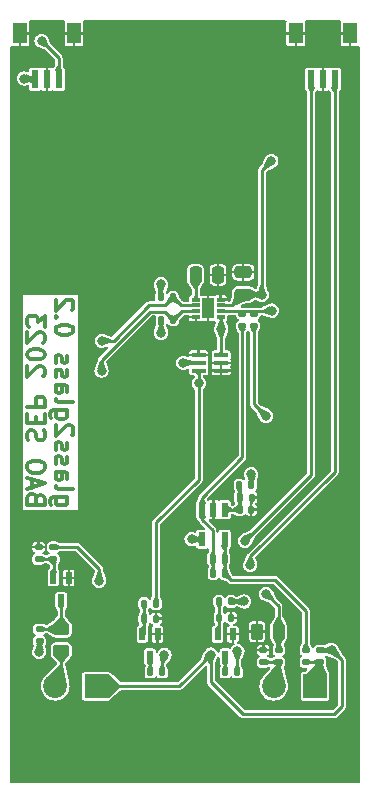
<source format=gbr>
%TF.GenerationSoftware,KiCad,Pcbnew,7.0.7-7.0.7~ubuntu22.04.1*%
%TF.CreationDate,2023-09-18T01:56:03+01:00*%
%TF.ProjectId,cam_delay_meas_photo,63616d5f-6465-46c6-9179-5f6d6561735f,rev?*%
%TF.SameCoordinates,Original*%
%TF.FileFunction,Copper,L2,Bot*%
%TF.FilePolarity,Positive*%
%FSLAX46Y46*%
G04 Gerber Fmt 4.6, Leading zero omitted, Abs format (unit mm)*
G04 Created by KiCad (PCBNEW 7.0.7-7.0.7~ubuntu22.04.1) date 2023-09-18 01:56:03*
%MOMM*%
%LPD*%
G01*
G04 APERTURE LIST*
G04 Aperture macros list*
%AMRoundRect*
0 Rectangle with rounded corners*
0 $1 Rounding radius*
0 $2 $3 $4 $5 $6 $7 $8 $9 X,Y pos of 4 corners*
0 Add a 4 corners polygon primitive as box body*
4,1,4,$2,$3,$4,$5,$6,$7,$8,$9,$2,$3,0*
0 Add four circle primitives for the rounded corners*
1,1,$1+$1,$2,$3*
1,1,$1+$1,$4,$5*
1,1,$1+$1,$6,$7*
1,1,$1+$1,$8,$9*
0 Add four rect primitives between the rounded corners*
20,1,$1+$1,$2,$3,$4,$5,0*
20,1,$1+$1,$4,$5,$6,$7,0*
20,1,$1+$1,$6,$7,$8,$9,0*
20,1,$1+$1,$8,$9,$2,$3,0*%
G04 Aperture macros list end*
%ADD10C,0.300000*%
%TA.AperFunction,NonConductor*%
%ADD11C,0.300000*%
%TD*%
%TA.AperFunction,ComponentPad*%
%ADD12R,2.025000X2.025000*%
%TD*%
%TA.AperFunction,ComponentPad*%
%ADD13C,2.025000*%
%TD*%
%TA.AperFunction,SMDPad,CuDef*%
%ADD14RoundRect,0.140000X0.140000X0.170000X-0.140000X0.170000X-0.140000X-0.170000X0.140000X-0.170000X0*%
%TD*%
%TA.AperFunction,SMDPad,CuDef*%
%ADD15R,0.550000X1.000000*%
%TD*%
%TA.AperFunction,SMDPad,CuDef*%
%ADD16RoundRect,0.135000X-0.135000X-0.185000X0.135000X-0.185000X0.135000X0.185000X-0.135000X0.185000X0*%
%TD*%
%TA.AperFunction,SMDPad,CuDef*%
%ADD17RoundRect,0.250000X-0.262500X-0.450000X0.262500X-0.450000X0.262500X0.450000X-0.262500X0.450000X0*%
%TD*%
%TA.AperFunction,SMDPad,CuDef*%
%ADD18RoundRect,0.135000X-0.185000X0.135000X-0.185000X-0.135000X0.185000X-0.135000X0.185000X0.135000X0*%
%TD*%
%TA.AperFunction,SMDPad,CuDef*%
%ADD19R,0.700000X0.300000*%
%TD*%
%TA.AperFunction,SMDPad,CuDef*%
%ADD20R,1.000000X1.700000*%
%TD*%
%TA.AperFunction,SMDPad,CuDef*%
%ADD21RoundRect,0.250000X-0.450000X0.262500X-0.450000X-0.262500X0.450000X-0.262500X0.450000X0.262500X0*%
%TD*%
%TA.AperFunction,SMDPad,CuDef*%
%ADD22RoundRect,0.135000X0.135000X0.185000X-0.135000X0.185000X-0.135000X-0.185000X0.135000X-0.185000X0*%
%TD*%
%TA.AperFunction,SMDPad,CuDef*%
%ADD23RoundRect,0.250000X0.475000X-0.250000X0.475000X0.250000X-0.475000X0.250000X-0.475000X-0.250000X0*%
%TD*%
%TA.AperFunction,SMDPad,CuDef*%
%ADD24RoundRect,0.135000X0.185000X-0.135000X0.185000X0.135000X-0.185000X0.135000X-0.185000X-0.135000X0*%
%TD*%
%TA.AperFunction,SMDPad,CuDef*%
%ADD25R,0.600000X1.200000*%
%TD*%
%TA.AperFunction,SMDPad,CuDef*%
%ADD26R,1.200000X0.400000*%
%TD*%
%TA.AperFunction,SMDPad,CuDef*%
%ADD27RoundRect,0.250000X-0.250000X-0.475000X0.250000X-0.475000X0.250000X0.475000X-0.250000X0.475000X0*%
%TD*%
%TA.AperFunction,SMDPad,CuDef*%
%ADD28R,0.609600X1.549400*%
%TD*%
%TA.AperFunction,SMDPad,CuDef*%
%ADD29R,1.193800X1.803400*%
%TD*%
%TA.AperFunction,ViaPad*%
%ADD30C,0.800000*%
%TD*%
%TA.AperFunction,Conductor*%
%ADD31C,0.250000*%
%TD*%
G04 APERTURE END LIST*
D10*
D11*
X105039171Y-90552632D02*
X103824885Y-90552632D01*
X103824885Y-90552632D02*
X103682028Y-90624060D01*
X103682028Y-90624060D02*
X103610600Y-90695489D01*
X103610600Y-90695489D02*
X103539171Y-90838346D01*
X103539171Y-90838346D02*
X103539171Y-91052632D01*
X103539171Y-91052632D02*
X103610600Y-91195489D01*
X104110600Y-90552632D02*
X104039171Y-90695489D01*
X104039171Y-90695489D02*
X104039171Y-90981203D01*
X104039171Y-90981203D02*
X104110600Y-91124060D01*
X104110600Y-91124060D02*
X104182028Y-91195489D01*
X104182028Y-91195489D02*
X104324885Y-91266917D01*
X104324885Y-91266917D02*
X104753457Y-91266917D01*
X104753457Y-91266917D02*
X104896314Y-91195489D01*
X104896314Y-91195489D02*
X104967742Y-91124060D01*
X104967742Y-91124060D02*
X105039171Y-90981203D01*
X105039171Y-90981203D02*
X105039171Y-90695489D01*
X105039171Y-90695489D02*
X104967742Y-90552632D01*
X104039171Y-89624060D02*
X104110600Y-89766917D01*
X104110600Y-89766917D02*
X104253457Y-89838346D01*
X104253457Y-89838346D02*
X105539171Y-89838346D01*
X104039171Y-88409775D02*
X104824885Y-88409775D01*
X104824885Y-88409775D02*
X104967742Y-88481203D01*
X104967742Y-88481203D02*
X105039171Y-88624060D01*
X105039171Y-88624060D02*
X105039171Y-88909775D01*
X105039171Y-88909775D02*
X104967742Y-89052632D01*
X104110600Y-88409775D02*
X104039171Y-88552632D01*
X104039171Y-88552632D02*
X104039171Y-88909775D01*
X104039171Y-88909775D02*
X104110600Y-89052632D01*
X104110600Y-89052632D02*
X104253457Y-89124060D01*
X104253457Y-89124060D02*
X104396314Y-89124060D01*
X104396314Y-89124060D02*
X104539171Y-89052632D01*
X104539171Y-89052632D02*
X104610600Y-88909775D01*
X104610600Y-88909775D02*
X104610600Y-88552632D01*
X104610600Y-88552632D02*
X104682028Y-88409775D01*
X104110600Y-87766917D02*
X104039171Y-87624060D01*
X104039171Y-87624060D02*
X104039171Y-87338346D01*
X104039171Y-87338346D02*
X104110600Y-87195489D01*
X104110600Y-87195489D02*
X104253457Y-87124060D01*
X104253457Y-87124060D02*
X104324885Y-87124060D01*
X104324885Y-87124060D02*
X104467742Y-87195489D01*
X104467742Y-87195489D02*
X104539171Y-87338346D01*
X104539171Y-87338346D02*
X104539171Y-87552632D01*
X104539171Y-87552632D02*
X104610600Y-87695489D01*
X104610600Y-87695489D02*
X104753457Y-87766917D01*
X104753457Y-87766917D02*
X104824885Y-87766917D01*
X104824885Y-87766917D02*
X104967742Y-87695489D01*
X104967742Y-87695489D02*
X105039171Y-87552632D01*
X105039171Y-87552632D02*
X105039171Y-87338346D01*
X105039171Y-87338346D02*
X104967742Y-87195489D01*
X104110600Y-86552631D02*
X104039171Y-86409774D01*
X104039171Y-86409774D02*
X104039171Y-86124060D01*
X104039171Y-86124060D02*
X104110600Y-85981203D01*
X104110600Y-85981203D02*
X104253457Y-85909774D01*
X104253457Y-85909774D02*
X104324885Y-85909774D01*
X104324885Y-85909774D02*
X104467742Y-85981203D01*
X104467742Y-85981203D02*
X104539171Y-86124060D01*
X104539171Y-86124060D02*
X104539171Y-86338346D01*
X104539171Y-86338346D02*
X104610600Y-86481203D01*
X104610600Y-86481203D02*
X104753457Y-86552631D01*
X104753457Y-86552631D02*
X104824885Y-86552631D01*
X104824885Y-86552631D02*
X104967742Y-86481203D01*
X104967742Y-86481203D02*
X105039171Y-86338346D01*
X105039171Y-86338346D02*
X105039171Y-86124060D01*
X105039171Y-86124060D02*
X104967742Y-85981203D01*
X105396314Y-85338345D02*
X105467742Y-85266917D01*
X105467742Y-85266917D02*
X105539171Y-85124060D01*
X105539171Y-85124060D02*
X105539171Y-84766917D01*
X105539171Y-84766917D02*
X105467742Y-84624060D01*
X105467742Y-84624060D02*
X105396314Y-84552631D01*
X105396314Y-84552631D02*
X105253457Y-84481202D01*
X105253457Y-84481202D02*
X105110600Y-84481202D01*
X105110600Y-84481202D02*
X104896314Y-84552631D01*
X104896314Y-84552631D02*
X104039171Y-85409774D01*
X104039171Y-85409774D02*
X104039171Y-84481202D01*
X105039171Y-83195489D02*
X103824885Y-83195489D01*
X103824885Y-83195489D02*
X103682028Y-83266917D01*
X103682028Y-83266917D02*
X103610600Y-83338346D01*
X103610600Y-83338346D02*
X103539171Y-83481203D01*
X103539171Y-83481203D02*
X103539171Y-83695489D01*
X103539171Y-83695489D02*
X103610600Y-83838346D01*
X104110600Y-83195489D02*
X104039171Y-83338346D01*
X104039171Y-83338346D02*
X104039171Y-83624060D01*
X104039171Y-83624060D02*
X104110600Y-83766917D01*
X104110600Y-83766917D02*
X104182028Y-83838346D01*
X104182028Y-83838346D02*
X104324885Y-83909774D01*
X104324885Y-83909774D02*
X104753457Y-83909774D01*
X104753457Y-83909774D02*
X104896314Y-83838346D01*
X104896314Y-83838346D02*
X104967742Y-83766917D01*
X104967742Y-83766917D02*
X105039171Y-83624060D01*
X105039171Y-83624060D02*
X105039171Y-83338346D01*
X105039171Y-83338346D02*
X104967742Y-83195489D01*
X104039171Y-82266917D02*
X104110600Y-82409774D01*
X104110600Y-82409774D02*
X104253457Y-82481203D01*
X104253457Y-82481203D02*
X105539171Y-82481203D01*
X104039171Y-81052632D02*
X104824885Y-81052632D01*
X104824885Y-81052632D02*
X104967742Y-81124060D01*
X104967742Y-81124060D02*
X105039171Y-81266917D01*
X105039171Y-81266917D02*
X105039171Y-81552632D01*
X105039171Y-81552632D02*
X104967742Y-81695489D01*
X104110600Y-81052632D02*
X104039171Y-81195489D01*
X104039171Y-81195489D02*
X104039171Y-81552632D01*
X104039171Y-81552632D02*
X104110600Y-81695489D01*
X104110600Y-81695489D02*
X104253457Y-81766917D01*
X104253457Y-81766917D02*
X104396314Y-81766917D01*
X104396314Y-81766917D02*
X104539171Y-81695489D01*
X104539171Y-81695489D02*
X104610600Y-81552632D01*
X104610600Y-81552632D02*
X104610600Y-81195489D01*
X104610600Y-81195489D02*
X104682028Y-81052632D01*
X104110600Y-80409774D02*
X104039171Y-80266917D01*
X104039171Y-80266917D02*
X104039171Y-79981203D01*
X104039171Y-79981203D02*
X104110600Y-79838346D01*
X104110600Y-79838346D02*
X104253457Y-79766917D01*
X104253457Y-79766917D02*
X104324885Y-79766917D01*
X104324885Y-79766917D02*
X104467742Y-79838346D01*
X104467742Y-79838346D02*
X104539171Y-79981203D01*
X104539171Y-79981203D02*
X104539171Y-80195489D01*
X104539171Y-80195489D02*
X104610600Y-80338346D01*
X104610600Y-80338346D02*
X104753457Y-80409774D01*
X104753457Y-80409774D02*
X104824885Y-80409774D01*
X104824885Y-80409774D02*
X104967742Y-80338346D01*
X104967742Y-80338346D02*
X105039171Y-80195489D01*
X105039171Y-80195489D02*
X105039171Y-79981203D01*
X105039171Y-79981203D02*
X104967742Y-79838346D01*
X104110600Y-79195488D02*
X104039171Y-79052631D01*
X104039171Y-79052631D02*
X104039171Y-78766917D01*
X104039171Y-78766917D02*
X104110600Y-78624060D01*
X104110600Y-78624060D02*
X104253457Y-78552631D01*
X104253457Y-78552631D02*
X104324885Y-78552631D01*
X104324885Y-78552631D02*
X104467742Y-78624060D01*
X104467742Y-78624060D02*
X104539171Y-78766917D01*
X104539171Y-78766917D02*
X104539171Y-78981203D01*
X104539171Y-78981203D02*
X104610600Y-79124060D01*
X104610600Y-79124060D02*
X104753457Y-79195488D01*
X104753457Y-79195488D02*
X104824885Y-79195488D01*
X104824885Y-79195488D02*
X104967742Y-79124060D01*
X104967742Y-79124060D02*
X105039171Y-78981203D01*
X105039171Y-78981203D02*
X105039171Y-78766917D01*
X105039171Y-78766917D02*
X104967742Y-78624060D01*
X105539171Y-76481202D02*
X105539171Y-76338345D01*
X105539171Y-76338345D02*
X105467742Y-76195488D01*
X105467742Y-76195488D02*
X105396314Y-76124060D01*
X105396314Y-76124060D02*
X105253457Y-76052631D01*
X105253457Y-76052631D02*
X104967742Y-75981202D01*
X104967742Y-75981202D02*
X104610600Y-75981202D01*
X104610600Y-75981202D02*
X104324885Y-76052631D01*
X104324885Y-76052631D02*
X104182028Y-76124060D01*
X104182028Y-76124060D02*
X104110600Y-76195488D01*
X104110600Y-76195488D02*
X104039171Y-76338345D01*
X104039171Y-76338345D02*
X104039171Y-76481202D01*
X104039171Y-76481202D02*
X104110600Y-76624060D01*
X104110600Y-76624060D02*
X104182028Y-76695488D01*
X104182028Y-76695488D02*
X104324885Y-76766917D01*
X104324885Y-76766917D02*
X104610600Y-76838345D01*
X104610600Y-76838345D02*
X104967742Y-76838345D01*
X104967742Y-76838345D02*
X105253457Y-76766917D01*
X105253457Y-76766917D02*
X105396314Y-76695488D01*
X105396314Y-76695488D02*
X105467742Y-76624060D01*
X105467742Y-76624060D02*
X105539171Y-76481202D01*
X104182028Y-75338346D02*
X104110600Y-75266917D01*
X104110600Y-75266917D02*
X104039171Y-75338346D01*
X104039171Y-75338346D02*
X104110600Y-75409774D01*
X104110600Y-75409774D02*
X104182028Y-75338346D01*
X104182028Y-75338346D02*
X104039171Y-75338346D01*
X105396314Y-74695488D02*
X105467742Y-74624060D01*
X105467742Y-74624060D02*
X105539171Y-74481203D01*
X105539171Y-74481203D02*
X105539171Y-74124060D01*
X105539171Y-74124060D02*
X105467742Y-73981203D01*
X105467742Y-73981203D02*
X105396314Y-73909774D01*
X105396314Y-73909774D02*
X105253457Y-73838345D01*
X105253457Y-73838345D02*
X105110600Y-73838345D01*
X105110600Y-73838345D02*
X104896314Y-73909774D01*
X104896314Y-73909774D02*
X104039171Y-74766917D01*
X104039171Y-74766917D02*
X104039171Y-73838345D01*
X102409885Y-90695489D02*
X102338457Y-90481203D01*
X102338457Y-90481203D02*
X102267028Y-90409774D01*
X102267028Y-90409774D02*
X102124171Y-90338346D01*
X102124171Y-90338346D02*
X101909885Y-90338346D01*
X101909885Y-90338346D02*
X101767028Y-90409774D01*
X101767028Y-90409774D02*
X101695600Y-90481203D01*
X101695600Y-90481203D02*
X101624171Y-90624060D01*
X101624171Y-90624060D02*
X101624171Y-91195489D01*
X101624171Y-91195489D02*
X103124171Y-91195489D01*
X103124171Y-91195489D02*
X103124171Y-90695489D01*
X103124171Y-90695489D02*
X103052742Y-90552632D01*
X103052742Y-90552632D02*
X102981314Y-90481203D01*
X102981314Y-90481203D02*
X102838457Y-90409774D01*
X102838457Y-90409774D02*
X102695600Y-90409774D01*
X102695600Y-90409774D02*
X102552742Y-90481203D01*
X102552742Y-90481203D02*
X102481314Y-90552632D01*
X102481314Y-90552632D02*
X102409885Y-90695489D01*
X102409885Y-90695489D02*
X102409885Y-91195489D01*
X102052742Y-89766917D02*
X102052742Y-89052632D01*
X101624171Y-89909774D02*
X103124171Y-89409774D01*
X103124171Y-89409774D02*
X101624171Y-88909774D01*
X103124171Y-88124060D02*
X103124171Y-87838346D01*
X103124171Y-87838346D02*
X103052742Y-87695489D01*
X103052742Y-87695489D02*
X102909885Y-87552632D01*
X102909885Y-87552632D02*
X102624171Y-87481203D01*
X102624171Y-87481203D02*
X102124171Y-87481203D01*
X102124171Y-87481203D02*
X101838457Y-87552632D01*
X101838457Y-87552632D02*
X101695600Y-87695489D01*
X101695600Y-87695489D02*
X101624171Y-87838346D01*
X101624171Y-87838346D02*
X101624171Y-88124060D01*
X101624171Y-88124060D02*
X101695600Y-88266918D01*
X101695600Y-88266918D02*
X101838457Y-88409775D01*
X101838457Y-88409775D02*
X102124171Y-88481203D01*
X102124171Y-88481203D02*
X102624171Y-88481203D01*
X102624171Y-88481203D02*
X102909885Y-88409775D01*
X102909885Y-88409775D02*
X103052742Y-88266918D01*
X103052742Y-88266918D02*
X103124171Y-88124060D01*
X101695600Y-85766917D02*
X101624171Y-85552632D01*
X101624171Y-85552632D02*
X101624171Y-85195489D01*
X101624171Y-85195489D02*
X101695600Y-85052632D01*
X101695600Y-85052632D02*
X101767028Y-84981203D01*
X101767028Y-84981203D02*
X101909885Y-84909774D01*
X101909885Y-84909774D02*
X102052742Y-84909774D01*
X102052742Y-84909774D02*
X102195600Y-84981203D01*
X102195600Y-84981203D02*
X102267028Y-85052632D01*
X102267028Y-85052632D02*
X102338457Y-85195489D01*
X102338457Y-85195489D02*
X102409885Y-85481203D01*
X102409885Y-85481203D02*
X102481314Y-85624060D01*
X102481314Y-85624060D02*
X102552742Y-85695489D01*
X102552742Y-85695489D02*
X102695600Y-85766917D01*
X102695600Y-85766917D02*
X102838457Y-85766917D01*
X102838457Y-85766917D02*
X102981314Y-85695489D01*
X102981314Y-85695489D02*
X103052742Y-85624060D01*
X103052742Y-85624060D02*
X103124171Y-85481203D01*
X103124171Y-85481203D02*
X103124171Y-85124060D01*
X103124171Y-85124060D02*
X103052742Y-84909774D01*
X102409885Y-84266918D02*
X102409885Y-83766918D01*
X101624171Y-83552632D02*
X101624171Y-84266918D01*
X101624171Y-84266918D02*
X103124171Y-84266918D01*
X103124171Y-84266918D02*
X103124171Y-83552632D01*
X101624171Y-82909775D02*
X103124171Y-82909775D01*
X103124171Y-82909775D02*
X103124171Y-82338346D01*
X103124171Y-82338346D02*
X103052742Y-82195489D01*
X103052742Y-82195489D02*
X102981314Y-82124060D01*
X102981314Y-82124060D02*
X102838457Y-82052632D01*
X102838457Y-82052632D02*
X102624171Y-82052632D01*
X102624171Y-82052632D02*
X102481314Y-82124060D01*
X102481314Y-82124060D02*
X102409885Y-82195489D01*
X102409885Y-82195489D02*
X102338457Y-82338346D01*
X102338457Y-82338346D02*
X102338457Y-82909775D01*
X102981314Y-80338346D02*
X103052742Y-80266918D01*
X103052742Y-80266918D02*
X103124171Y-80124061D01*
X103124171Y-80124061D02*
X103124171Y-79766918D01*
X103124171Y-79766918D02*
X103052742Y-79624061D01*
X103052742Y-79624061D02*
X102981314Y-79552632D01*
X102981314Y-79552632D02*
X102838457Y-79481203D01*
X102838457Y-79481203D02*
X102695600Y-79481203D01*
X102695600Y-79481203D02*
X102481314Y-79552632D01*
X102481314Y-79552632D02*
X101624171Y-80409775D01*
X101624171Y-80409775D02*
X101624171Y-79481203D01*
X103124171Y-78552632D02*
X103124171Y-78409775D01*
X103124171Y-78409775D02*
X103052742Y-78266918D01*
X103052742Y-78266918D02*
X102981314Y-78195490D01*
X102981314Y-78195490D02*
X102838457Y-78124061D01*
X102838457Y-78124061D02*
X102552742Y-78052632D01*
X102552742Y-78052632D02*
X102195600Y-78052632D01*
X102195600Y-78052632D02*
X101909885Y-78124061D01*
X101909885Y-78124061D02*
X101767028Y-78195490D01*
X101767028Y-78195490D02*
X101695600Y-78266918D01*
X101695600Y-78266918D02*
X101624171Y-78409775D01*
X101624171Y-78409775D02*
X101624171Y-78552632D01*
X101624171Y-78552632D02*
X101695600Y-78695490D01*
X101695600Y-78695490D02*
X101767028Y-78766918D01*
X101767028Y-78766918D02*
X101909885Y-78838347D01*
X101909885Y-78838347D02*
X102195600Y-78909775D01*
X102195600Y-78909775D02*
X102552742Y-78909775D01*
X102552742Y-78909775D02*
X102838457Y-78838347D01*
X102838457Y-78838347D02*
X102981314Y-78766918D01*
X102981314Y-78766918D02*
X103052742Y-78695490D01*
X103052742Y-78695490D02*
X103124171Y-78552632D01*
X102981314Y-77481204D02*
X103052742Y-77409776D01*
X103052742Y-77409776D02*
X103124171Y-77266919D01*
X103124171Y-77266919D02*
X103124171Y-76909776D01*
X103124171Y-76909776D02*
X103052742Y-76766919D01*
X103052742Y-76766919D02*
X102981314Y-76695490D01*
X102981314Y-76695490D02*
X102838457Y-76624061D01*
X102838457Y-76624061D02*
X102695600Y-76624061D01*
X102695600Y-76624061D02*
X102481314Y-76695490D01*
X102481314Y-76695490D02*
X101624171Y-77552633D01*
X101624171Y-77552633D02*
X101624171Y-76624061D01*
X103124171Y-76124062D02*
X103124171Y-75195490D01*
X103124171Y-75195490D02*
X102552742Y-75695490D01*
X102552742Y-75695490D02*
X102552742Y-75481205D01*
X102552742Y-75481205D02*
X102481314Y-75338348D01*
X102481314Y-75338348D02*
X102409885Y-75266919D01*
X102409885Y-75266919D02*
X102267028Y-75195490D01*
X102267028Y-75195490D02*
X101909885Y-75195490D01*
X101909885Y-75195490D02*
X101767028Y-75266919D01*
X101767028Y-75266919D02*
X101695600Y-75338348D01*
X101695600Y-75338348D02*
X101624171Y-75481205D01*
X101624171Y-75481205D02*
X101624171Y-75909776D01*
X101624171Y-75909776D02*
X101695600Y-76052633D01*
X101695600Y-76052633D02*
X101767028Y-76124062D01*
D12*
%TO.P,J1,1,Pin_1*%
%TO.N,+3V3*%
X107500000Y-106575000D03*
D13*
%TO.P,J1,2,Pin_2*%
%TO.N,Net-(J1-Pin_2)*%
X104000000Y-106575000D03*
%TD*%
D12*
%TO.P,J2,1,Pin_1*%
%TO.N,Net-(J2-Pin_1)*%
X126000000Y-106575000D03*
D13*
%TO.P,J2,2,Pin_2*%
%TO.N,Net-(J2-Pin_2)*%
X122500000Y-106575000D03*
%TD*%
D14*
%TO.P,C2,1*%
%TO.N,GND*%
X120605000Y-91625000D03*
%TO.P,C2,2*%
%TO.N,Net-(IC2-+)*%
X119645000Y-91625000D03*
%TD*%
D15*
%TO.P,Q3,1,G*%
%TO.N,Net-(Q3-G)*%
X117750000Y-102175000D03*
%TO.P,Q3,2,S*%
%TO.N,GND*%
X119050000Y-102175000D03*
%TO.P,Q3,3,D*%
%TO.N,Net-(Q3-D)*%
X118400000Y-104075000D03*
%TD*%
D16*
%TO.P,R19,1*%
%TO.N,Net-(Q3-G)*%
X117865000Y-99400000D03*
%TO.P,R19,2*%
%TO.N,/STATUS*%
X118885000Y-99400000D03*
%TD*%
D17*
%TO.P,R4,1*%
%TO.N,GND*%
X121087500Y-101950000D03*
%TO.P,R4,2*%
%TO.N,/PHOTOT*%
X122912500Y-101950000D03*
%TD*%
D16*
%TO.P,R10,1*%
%TO.N,Net-(Q2-G)*%
X111525000Y-99575000D03*
%TO.P,R10,2*%
%TO.N,/NCOMP*%
X112545000Y-99575000D03*
%TD*%
D18*
%TO.P,R22,1*%
%TO.N,Net-(Q1-D)*%
X102675000Y-101740000D03*
%TO.P,R22,2*%
%TO.N,Net-(D1-K)*%
X102675000Y-102760000D03*
%TD*%
D19*
%TO.P,IC1,1,A0*%
%TO.N,GND*%
X115900000Y-75337500D03*
%TO.P,IC1,2,SCL*%
%TO.N,/SCL*%
X115900000Y-74837500D03*
%TO.P,IC1,3,SDA*%
%TO.N,/SDA*%
X115900000Y-74337500D03*
%TO.P,IC1,4,CAP*%
%TO.N,Net-(IC1-CAP)*%
X115900000Y-73837500D03*
%TO.P,IC1,5,AGND*%
%TO.N,GND*%
X118000000Y-73837500D03*
%TO.P,IC1,6,VDD*%
%TO.N,+3V3*%
X118000000Y-74337500D03*
%TO.P,IC1,7,FB*%
%TO.N,/PHOTO*%
X118000000Y-74837500D03*
%TO.P,IC1,8,OUT*%
%TO.N,/COMP*%
X118000000Y-75337500D03*
D20*
%TO.P,IC1,9,EP*%
%TO.N,GND*%
X116950000Y-74587500D03*
%TD*%
D21*
%TO.P,R3,1*%
%TO.N,Net-(Q1-D)*%
X104525000Y-101737500D03*
%TO.P,R3,2*%
%TO.N,Net-(J1-Pin_2)*%
X104525000Y-103562500D03*
%TD*%
D22*
%TO.P,R7,1*%
%TO.N,+3V3*%
X120610000Y-89550000D03*
%TO.P,R7,2*%
%TO.N,Net-(IC2-+)*%
X119590000Y-89550000D03*
%TD*%
%TO.P,R11,1*%
%TO.N,GND*%
X112545000Y-100850000D03*
%TO.P,R11,2*%
%TO.N,Net-(Q2-G)*%
X111525000Y-100850000D03*
%TD*%
D14*
%TO.P,C4,1*%
%TO.N,/IN-*%
X118355000Y-97050000D03*
%TO.P,C4,2*%
%TO.N,/PHOTOD*%
X117395000Y-97050000D03*
%TD*%
D15*
%TO.P,Q1,1,G*%
%TO.N,Net-(Q1-G)*%
X103850000Y-97400000D03*
%TO.P,Q1,2,S*%
%TO.N,GND*%
X105150000Y-97400000D03*
%TO.P,Q1,3,D*%
%TO.N,Net-(Q1-D)*%
X104500000Y-99300000D03*
%TD*%
D23*
%TO.P,C1,1*%
%TO.N,+3V3*%
X119925000Y-73425000D03*
%TO.P,C1,2*%
%TO.N,GND*%
X119925000Y-71525000D03*
%TD*%
D16*
%TO.P,R8,1*%
%TO.N,Net-(IC2-+)*%
X119615000Y-90600000D03*
%TO.P,R8,2*%
%TO.N,GND*%
X120635000Y-90600000D03*
%TD*%
D18*
%TO.P,R2,1*%
%TO.N,GND*%
X102600000Y-94790000D03*
%TO.P,R2,2*%
%TO.N,Net-(Q1-G)*%
X102600000Y-95810000D03*
%TD*%
D24*
%TO.P,R1,1*%
%TO.N,Net-(Q1-G)*%
X103850000Y-95810000D03*
%TO.P,R1,2*%
%TO.N,/LED_CTRL*%
X103850000Y-94790000D03*
%TD*%
D22*
%TO.P,R20,1*%
%TO.N,GND*%
X118910000Y-100775000D03*
%TO.P,R20,2*%
%TO.N,Net-(Q3-G)*%
X117890000Y-100775000D03*
%TD*%
D25*
%TO.P,IC2,1*%
%TO.N,/PHOTOD*%
X116450000Y-91625000D03*
%TO.P,IC2,2,V-*%
%TO.N,GND*%
X117400000Y-91625000D03*
%TO.P,IC2,3,+*%
%TO.N,Net-(IC2-+)*%
X118350000Y-91625000D03*
%TO.P,IC2,4,-*%
%TO.N,/IN-*%
X118350000Y-94125000D03*
%TO.P,IC2,5,V+*%
%TO.N,+3V3*%
X116450000Y-94125000D03*
%TD*%
D24*
%TO.P,R15,1*%
%TO.N,Net-(J2-Pin_1)*%
X126450000Y-104535000D03*
%TO.P,R15,2*%
%TO.N,+3V3*%
X126450000Y-103515000D03*
%TD*%
D16*
%TO.P,R5,1*%
%TO.N,+3V3*%
X112980000Y-75549000D03*
%TO.P,R5,2*%
%TO.N,/SCL*%
X114000000Y-75549000D03*
%TD*%
D24*
%TO.P,R17,1*%
%TO.N,Net-(J2-Pin_2)*%
X122925000Y-104535000D03*
%TO.P,R17,2*%
%TO.N,/PHOTOT*%
X122925000Y-103515000D03*
%TD*%
D16*
%TO.P,R6,1*%
%TO.N,+3V3*%
X112955000Y-73649000D03*
%TO.P,R6,2*%
%TO.N,/SDA*%
X113975000Y-73649000D03*
%TD*%
D15*
%TO.P,Q2,1,G*%
%TO.N,Net-(Q2-G)*%
X111375000Y-102175000D03*
%TO.P,Q2,2,S*%
%TO.N,GND*%
X112675000Y-102175000D03*
%TO.P,Q2,3,D*%
%TO.N,Net-(Q2-D)*%
X112025000Y-104075000D03*
%TD*%
D26*
%TO.P,IC3,1,IN1*%
%TO.N,/COMP*%
X118050000Y-78550000D03*
%TO.P,IC3,2,GND*%
%TO.N,GND*%
X118050000Y-79200000D03*
%TO.P,IC3,3,IN0*%
X118050000Y-79850000D03*
%TO.P,IC3,4,Y*%
%TO.N,/NCOMP*%
X116150000Y-79850000D03*
%TO.P,IC3,5,VCC*%
%TO.N,+3V3*%
X116150000Y-79200000D03*
%TO.P,IC3,6,IN2*%
%TO.N,GND*%
X116150000Y-78550000D03*
%TD*%
D27*
%TO.P,C3,1*%
%TO.N,Net-(IC1-CAP)*%
X115900000Y-71750000D03*
%TO.P,C3,2*%
%TO.N,GND*%
X117800000Y-71750000D03*
%TD*%
D28*
%TO.P,J4,1,Pin_1*%
%TO.N,/SWCLK*%
X125674999Y-55175001D03*
%TO.P,J4,2,Pin_2*%
%TO.N,GND*%
X126675000Y-55175001D03*
%TO.P,J4,3,Pin_3*%
%TO.N,/SWD*%
X127675001Y-55175001D03*
D29*
%TO.P,J4,4,Pin_4*%
%TO.N,GND*%
X124375000Y-51300000D03*
%TO.P,J4,5,Pin_5*%
X128975000Y-51300000D03*
%TD*%
D24*
%TO.P,R14,1*%
%TO.N,/PHOTOD*%
X119850000Y-76060000D03*
%TO.P,R14,2*%
%TO.N,/PHOTO*%
X119850000Y-75040000D03*
%TD*%
%TO.P,R18,1*%
%TO.N,Net-(J2-Pin_2)*%
X121625000Y-104535000D03*
%TO.P,R18,2*%
%TO.N,GND*%
X121625000Y-103515000D03*
%TD*%
%TO.P,R13,1*%
%TO.N,/PHOTOT*%
X120815000Y-76050000D03*
%TO.P,R13,2*%
%TO.N,/PHOTO*%
X120815000Y-75030000D03*
%TD*%
%TO.P,R16,1*%
%TO.N,Net-(J2-Pin_1)*%
X125225000Y-104535000D03*
%TO.P,R16,2*%
%TO.N,/IN-*%
X125225000Y-103515000D03*
%TD*%
D16*
%TO.P,R9,1*%
%TO.N,/PHOTOD*%
X117330000Y-95800000D03*
%TO.P,R9,2*%
%TO.N,/IN-*%
X118350000Y-95800000D03*
%TD*%
D28*
%TO.P,J3,1,Pin_1*%
%TO.N,/UART_RX*%
X102299999Y-55175001D03*
%TO.P,J3,2,Pin_2*%
%TO.N,GND*%
X103300000Y-55175001D03*
%TO.P,J3,3,Pin_3*%
%TO.N,/UART_TX*%
X104300001Y-55175001D03*
D29*
%TO.P,J3,4,Pin_4*%
%TO.N,GND*%
X101000000Y-51300000D03*
%TO.P,J3,5,Pin_5*%
X105600000Y-51300000D03*
%TD*%
D16*
%TO.P,R21,1*%
%TO.N,Net-(Q3-D)*%
X118390000Y-105400000D03*
%TO.P,R21,2*%
%TO.N,Net-(D3-K)*%
X119410000Y-105400000D03*
%TD*%
%TO.P,R12,1*%
%TO.N,Net-(Q2-D)*%
X112040000Y-105400000D03*
%TO.P,R12,2*%
%TO.N,Net-(D2-K)*%
X113060000Y-105400000D03*
%TD*%
D30*
%TO.N,+3V3*%
X117175000Y-103900000D03*
X115550000Y-94125000D03*
X120600000Y-88625000D03*
X112965000Y-76674000D03*
X121500000Y-73425000D03*
X127425000Y-103500000D03*
X114850000Y-79200000D03*
X112965000Y-72549000D03*
X122300000Y-62100000D03*
%TO.N,GND*%
X122275000Y-69675000D03*
X108375000Y-57000000D03*
X107925000Y-82400000D03*
X122300000Y-57000000D03*
X107725000Y-95100000D03*
X127325000Y-95100000D03*
X121900000Y-82400000D03*
X118050000Y-80700000D03*
X107925000Y-69725000D03*
%TO.N,/SCL*%
X107925000Y-79850000D03*
%TO.N,/SDA*%
X107950000Y-77325000D03*
%TO.N,/PHOTO*%
X122350000Y-74775000D03*
%TO.N,/COMP*%
X118050000Y-76325000D03*
%TO.N,/UART_RX*%
X101375000Y-55125000D03*
%TO.N,/UART_TX*%
X102850000Y-51925000D03*
%TO.N,/SWCLK*%
X120062500Y-94262500D03*
%TO.N,/SWD*%
X120512500Y-96312500D03*
%TO.N,/LED_CTRL*%
X107725000Y-97650000D03*
%TO.N,Net-(D1-K)*%
X102650000Y-103650000D03*
%TO.N,Net-(D2-K)*%
X113249502Y-103900000D03*
%TO.N,/PHOTOT*%
X121850000Y-98749500D03*
X121850000Y-83700000D03*
%TO.N,/STATUS*%
X120000000Y-99400000D03*
%TO.N,Net-(D3-K)*%
X119425000Y-103600000D03*
%TO.N,/NCOMP*%
X116150000Y-80925000D03*
%TD*%
D31*
%TO.N,/COMP*%
X118050000Y-76325000D02*
X118050000Y-78550000D01*
X118050000Y-76325000D02*
X118050000Y-75387500D01*
X118050000Y-75387500D02*
X118000000Y-75337500D01*
%TO.N,+3V3*%
X119012500Y-74337500D02*
X119925000Y-73425000D01*
X127410000Y-103515000D02*
X127425000Y-103500000D01*
X118000000Y-74337500D02*
X119012500Y-74337500D01*
X120610000Y-88635000D02*
X120600000Y-88625000D01*
X128300000Y-108275000D02*
X128300000Y-104375000D01*
X112965000Y-76674000D02*
X112965000Y-75564000D01*
X116450000Y-94125000D02*
X115550000Y-94125000D01*
X121500000Y-62900000D02*
X122300000Y-62100000D01*
X114850000Y-79200000D02*
X116150000Y-79200000D01*
X112955000Y-73649000D02*
X112955000Y-72559000D01*
X117175000Y-106200000D02*
X119925000Y-108950000D01*
X128300000Y-104375000D02*
X127425000Y-103500000D01*
X114500000Y-106575000D02*
X108025000Y-106575000D01*
X126450000Y-103515000D02*
X127410000Y-103515000D01*
X127625000Y-108950000D02*
X128300000Y-108275000D01*
X117175000Y-103900000D02*
X114500000Y-106575000D01*
X112965000Y-75564000D02*
X112980000Y-75549000D01*
X120610000Y-89550000D02*
X120610000Y-88635000D01*
X121500000Y-73425000D02*
X121500000Y-62900000D01*
X119925000Y-73425000D02*
X121500000Y-73425000D01*
X117175000Y-103900000D02*
X117175000Y-106200000D01*
X119925000Y-108950000D02*
X127625000Y-108950000D01*
X112955000Y-72559000D02*
X112965000Y-72549000D01*
%TO.N,Net-(IC1-CAP)*%
X115900000Y-73837500D02*
X115900000Y-71750000D01*
%TO.N,/SCL*%
X107925000Y-78975000D02*
X112050000Y-74850000D01*
X114711500Y-74837500D02*
X114000000Y-75549000D01*
X113301000Y-74850000D02*
X114000000Y-75549000D01*
X112050000Y-74850000D02*
X113301000Y-74850000D01*
X115900000Y-74837500D02*
X114711500Y-74837500D01*
X107925000Y-79850000D02*
X107925000Y-78975000D01*
%TO.N,/SDA*%
X111938604Y-74325000D02*
X108938604Y-77325000D01*
X113975000Y-73649000D02*
X113299000Y-74325000D01*
X114663500Y-74337500D02*
X113975000Y-73649000D01*
X108938604Y-77325000D02*
X107950000Y-77325000D01*
X115900000Y-74337500D02*
X114663500Y-74337500D01*
X113299000Y-74325000D02*
X111938604Y-74325000D01*
%TO.N,/PHOTO*%
X122350000Y-74775000D02*
X122287500Y-74837500D01*
X122287500Y-74837500D02*
X118000000Y-74837500D01*
%TO.N,Net-(J1-Pin_2)*%
X104525000Y-106575000D02*
X104525000Y-103562500D01*
%TO.N,/UART_RX*%
X101425001Y-55175001D02*
X101375000Y-55125000D01*
X102299999Y-55175001D02*
X101425001Y-55175001D01*
%TO.N,/UART_TX*%
X102850000Y-51925000D02*
X104300001Y-53375001D01*
X104300001Y-53375001D02*
X104300001Y-55175001D01*
%TO.N,/SWCLK*%
X120062500Y-94262500D02*
X125674999Y-88650001D01*
X125674999Y-88650001D02*
X125674999Y-55175001D01*
%TO.N,/SWD*%
X120512500Y-95587500D02*
X127675001Y-88424999D01*
X120512500Y-96312500D02*
X120512500Y-95587500D01*
X127675001Y-88424999D02*
X127675001Y-55175001D01*
%TO.N,Net-(Q1-G)*%
X103875000Y-95835000D02*
X103850000Y-95810000D01*
X103875000Y-97150000D02*
X103875000Y-95835000D01*
X103850000Y-95810000D02*
X102675000Y-95810000D01*
%TO.N,Net-(Q1-D)*%
X104522500Y-101740000D02*
X104525000Y-101737500D01*
X104525000Y-99150000D02*
X104525000Y-101737500D01*
X102675000Y-101740000D02*
X104522500Y-101740000D01*
%TO.N,/LED_CTRL*%
X105865000Y-94790000D02*
X107725000Y-96650000D01*
X103850000Y-94790000D02*
X105865000Y-94790000D01*
X107725000Y-96650000D02*
X107725000Y-97650000D01*
%TO.N,Net-(D1-K)*%
X102675000Y-103625000D02*
X102650000Y-103650000D01*
X102675000Y-102760000D02*
X102675000Y-103625000D01*
%TO.N,Net-(D2-K)*%
X113060000Y-104089502D02*
X113060000Y-105400000D01*
X113249502Y-103900000D02*
X113060000Y-104089502D01*
%TO.N,Net-(J2-Pin_2)*%
X122925000Y-106150000D02*
X122475000Y-106600000D01*
X122925000Y-104535000D02*
X122925000Y-106150000D01*
X122925000Y-104535000D02*
X121625000Y-104535000D01*
%TO.N,Net-(J2-Pin_1)*%
X126450000Y-104535000D02*
X126450000Y-106125000D01*
X126450000Y-104535000D02*
X125500000Y-104535000D01*
X126450000Y-106125000D02*
X125975000Y-106600000D01*
%TO.N,Net-(Q2-G)*%
X111525000Y-102010000D02*
X111385000Y-102150000D01*
X111525000Y-99575000D02*
X111525000Y-100850000D01*
X111525000Y-100850000D02*
X111525000Y-102010000D01*
%TO.N,Net-(Q2-D)*%
X112040000Y-105400000D02*
X112040000Y-104155000D01*
X112040000Y-104155000D02*
X112035000Y-104150000D01*
%TO.N,Net-(Q3-G)*%
X117890000Y-102010000D02*
X117750000Y-102150000D01*
X117865000Y-99400000D02*
X117890000Y-99425000D01*
X117890000Y-99425000D02*
X117890000Y-102010000D01*
%TO.N,Net-(Q3-D)*%
X118390000Y-104160000D02*
X118400000Y-104150000D01*
X118385000Y-104165000D02*
X118400000Y-104150000D01*
X118390000Y-105400000D02*
X118390000Y-104160000D01*
%TO.N,/PHOTOT*%
X122912500Y-99812000D02*
X122912500Y-101950000D01*
X122925000Y-103515000D02*
X122925000Y-101962500D01*
X120825000Y-76060000D02*
X120815000Y-76050000D01*
X122925000Y-101962500D02*
X122912500Y-101950000D01*
X121850000Y-83700000D02*
X120825000Y-82675000D01*
X121850000Y-98749500D02*
X122912500Y-99812000D01*
X120825000Y-82675000D02*
X120825000Y-76060000D01*
%TO.N,Net-(IC2-+)*%
X119615000Y-90600000D02*
X119615000Y-89575000D01*
X119645000Y-90630000D02*
X119615000Y-90600000D01*
X119615000Y-89575000D02*
X119590000Y-89550000D01*
X119645000Y-91625000D02*
X119645000Y-90630000D01*
X119645000Y-91625000D02*
X118350000Y-91625000D01*
%TO.N,/PHOTOD*%
X117330000Y-96985000D02*
X117395000Y-97050000D01*
X117330000Y-95800000D02*
X117330000Y-96985000D01*
X116450000Y-90600000D02*
X119850000Y-87200000D01*
X116450000Y-91625000D02*
X116450000Y-92475000D01*
X117330000Y-93355000D02*
X117330000Y-95800000D01*
X116450000Y-92475000D02*
X117330000Y-93355000D01*
X116450000Y-91625000D02*
X116450000Y-90600000D01*
X119850000Y-87200000D02*
X119850000Y-76060000D01*
%TO.N,/IN-*%
X118350000Y-97045000D02*
X118355000Y-97050000D01*
X118355000Y-97050000D02*
X118880000Y-97575000D01*
X118350000Y-94125000D02*
X118350000Y-95800000D01*
X125225000Y-100200000D02*
X125225000Y-103515000D01*
X118350000Y-95800000D02*
X118350000Y-97045000D01*
X122600000Y-97575000D02*
X125225000Y-100200000D01*
X118880000Y-97575000D02*
X122600000Y-97575000D01*
%TO.N,/STATUS*%
X120000000Y-99400000D02*
X118885000Y-99400000D01*
%TO.N,Net-(D3-K)*%
X119410000Y-105400000D02*
X119410000Y-103615000D01*
X119410000Y-103615000D02*
X119425000Y-103600000D01*
%TO.N,/NCOMP*%
X112550000Y-99570000D02*
X112550000Y-92700000D01*
X116150000Y-79850000D02*
X116150000Y-89100000D01*
X112545000Y-99575000D02*
X112550000Y-99570000D01*
X116150000Y-89100000D02*
X112550000Y-92700000D01*
%TD*%
%TA.AperFunction,Conductor*%
%TO.N,GND*%
G36*
X104776085Y-50219407D02*
G01*
X104812049Y-50268907D01*
X104814992Y-50318813D01*
X104803100Y-50378597D01*
X104803100Y-51199999D01*
X104803101Y-51200000D01*
X106396899Y-51200000D01*
X106396900Y-51199999D01*
X106396900Y-50378602D01*
X106396899Y-50378597D01*
X106385008Y-50318813D01*
X106392200Y-50258052D01*
X106433733Y-50213123D01*
X106482106Y-50200500D01*
X123492894Y-50200500D01*
X123551085Y-50219407D01*
X123587049Y-50268907D01*
X123589992Y-50318813D01*
X123578100Y-50378597D01*
X123578100Y-51199998D01*
X123578101Y-51200000D01*
X125171899Y-51200000D01*
X125171900Y-51199999D01*
X125171900Y-50378602D01*
X125171899Y-50378597D01*
X125160008Y-50318813D01*
X125167200Y-50258052D01*
X125208733Y-50213123D01*
X125257106Y-50200500D01*
X128092894Y-50200500D01*
X128151085Y-50219407D01*
X128187049Y-50268907D01*
X128189992Y-50318813D01*
X128178100Y-50378597D01*
X128178100Y-51199999D01*
X128178101Y-51200000D01*
X128976000Y-51200000D01*
X129034191Y-51218907D01*
X129070155Y-51268407D01*
X129075000Y-51299000D01*
X129075000Y-52401699D01*
X129075001Y-52401700D01*
X129591597Y-52401700D01*
X129591600Y-52401699D01*
X129649936Y-52390096D01*
X129658944Y-52386365D01*
X129660021Y-52388967D01*
X129704372Y-52376452D01*
X129761779Y-52397621D01*
X129795779Y-52448489D01*
X129799500Y-52475376D01*
X129799500Y-114700500D01*
X129780593Y-114758691D01*
X129731093Y-114794655D01*
X129700500Y-114799500D01*
X100299500Y-114799500D01*
X100241309Y-114780593D01*
X100205345Y-114731093D01*
X100200500Y-114700500D01*
X100200500Y-106575004D01*
X102782367Y-106575004D01*
X102800864Y-106786432D01*
X102800865Y-106786439D01*
X102800866Y-106786440D01*
X102855799Y-106991455D01*
X102945499Y-107183817D01*
X103067239Y-107357679D01*
X103217321Y-107507761D01*
X103391183Y-107629501D01*
X103583545Y-107719201D01*
X103788560Y-107774134D01*
X103788564Y-107774134D01*
X103788567Y-107774135D01*
X103999996Y-107792633D01*
X104000000Y-107792633D01*
X104000004Y-107792633D01*
X104211432Y-107774135D01*
X104211433Y-107774134D01*
X104211440Y-107774134D01*
X104416455Y-107719201D01*
X104608817Y-107629501D01*
X104640600Y-107607246D01*
X106287000Y-107607246D01*
X106287001Y-107607258D01*
X106298632Y-107665727D01*
X106298634Y-107665733D01*
X106334360Y-107719200D01*
X106342948Y-107732052D01*
X106409269Y-107776367D01*
X106453731Y-107785211D01*
X106467741Y-107787998D01*
X106467746Y-107787998D01*
X106467752Y-107788000D01*
X106467753Y-107788000D01*
X108532247Y-107788000D01*
X108532248Y-107788000D01*
X108590731Y-107776367D01*
X108657052Y-107732052D01*
X108666632Y-107717713D01*
X108683746Y-107698220D01*
X109491479Y-106991455D01*
X109567434Y-106924995D01*
X109623678Y-106900905D01*
X109632626Y-106900500D01*
X114483626Y-106900500D01*
X114487926Y-106900687D01*
X114528807Y-106904264D01*
X114568452Y-106893640D01*
X114572650Y-106892710D01*
X114613045Y-106885588D01*
X114614345Y-106884838D01*
X114638236Y-106874942D01*
X114638464Y-106874880D01*
X114639684Y-106874554D01*
X114673303Y-106851012D01*
X114676911Y-106848714D01*
X114712455Y-106828194D01*
X114738827Y-106796763D01*
X114741726Y-106793598D01*
X116680497Y-104854828D01*
X116735013Y-104827052D01*
X116795445Y-104836623D01*
X116838710Y-104879888D01*
X116849500Y-104924833D01*
X116849500Y-106183625D01*
X116849312Y-106187927D01*
X116846170Y-106223844D01*
X116845736Y-106228806D01*
X116856354Y-106268436D01*
X116857289Y-106272652D01*
X116864411Y-106313045D01*
X116865164Y-106314348D01*
X116875054Y-106338224D01*
X116875443Y-106339679D01*
X116875446Y-106339684D01*
X116898971Y-106373281D01*
X116901292Y-106376924D01*
X116921806Y-106412455D01*
X116953224Y-106438818D01*
X116956410Y-106441737D01*
X119683268Y-109168596D01*
X119686187Y-109171782D01*
X119712545Y-109203194D01*
X119748074Y-109223707D01*
X119751709Y-109226022D01*
X119785316Y-109249554D01*
X119786767Y-109249942D01*
X119810659Y-109259840D01*
X119811954Y-109260588D01*
X119820854Y-109262157D01*
X119852365Y-109267713D01*
X119856544Y-109268638D01*
X119896193Y-109279263D01*
X119937065Y-109275687D01*
X119941365Y-109275500D01*
X127608626Y-109275500D01*
X127612926Y-109275687D01*
X127653807Y-109279264D01*
X127693452Y-109268640D01*
X127697650Y-109267710D01*
X127738045Y-109260588D01*
X127739345Y-109259838D01*
X127763236Y-109249942D01*
X127763464Y-109249880D01*
X127764684Y-109249554D01*
X127798303Y-109226012D01*
X127801911Y-109223714D01*
X127837455Y-109203194D01*
X127863827Y-109171763D01*
X127866729Y-109168596D01*
X128518588Y-108516737D01*
X128521766Y-108513824D01*
X128553194Y-108487455D01*
X128573712Y-108451914D01*
X128576017Y-108448296D01*
X128599554Y-108414684D01*
X128599941Y-108413236D01*
X128609838Y-108389345D01*
X128610586Y-108388048D01*
X128610585Y-108388048D01*
X128610588Y-108388045D01*
X128617713Y-108347628D01*
X128618641Y-108343443D01*
X128629263Y-108303807D01*
X128625687Y-108262934D01*
X128625500Y-108258634D01*
X128625500Y-104391373D01*
X128625687Y-104387072D01*
X128629264Y-104346193D01*
X128618640Y-104306548D01*
X128617710Y-104302348D01*
X128612257Y-104271423D01*
X128610588Y-104261955D01*
X128609840Y-104260659D01*
X128599942Y-104236767D01*
X128599554Y-104235316D01*
X128599552Y-104235313D01*
X128599551Y-104235311D01*
X128576025Y-104201712D01*
X128573703Y-104198068D01*
X128569387Y-104190593D01*
X128553194Y-104162545D01*
X128553193Y-104162543D01*
X128532069Y-104144819D01*
X128521765Y-104136173D01*
X128518588Y-104133261D01*
X128269537Y-103884211D01*
X128249307Y-103854935D01*
X127986513Y-103272702D01*
X127986509Y-103272695D01*
X127978893Y-103261843D01*
X127968465Y-103242858D01*
X127957052Y-103215305D01*
X127949536Y-103197159D01*
X127949535Y-103197158D01*
X127949535Y-103197157D01*
X127853286Y-103071723D01*
X127853285Y-103071722D01*
X127853282Y-103071718D01*
X127853277Y-103071714D01*
X127853276Y-103071713D01*
X127737889Y-102983174D01*
X127727841Y-102975464D01*
X127727840Y-102975463D01*
X127727838Y-102975462D01*
X127581766Y-102914957D01*
X127581758Y-102914955D01*
X127425001Y-102894318D01*
X127424999Y-102894318D01*
X127268235Y-102914956D01*
X127268233Y-102914956D01*
X127218338Y-102935623D01*
X127198849Y-102941434D01*
X127184382Y-102944169D01*
X127184380Y-102944169D01*
X126862196Y-103074031D01*
X126801156Y-103078248D01*
X126789914Y-103074712D01*
X126767315Y-103066095D01*
X126767315Y-103066094D01*
X126748281Y-103060987D01*
X126732103Y-103055095D01*
X126723177Y-103050933D01*
X126723169Y-103050930D01*
X126674319Y-103044500D01*
X126674316Y-103044500D01*
X126225684Y-103044500D01*
X126209398Y-103046644D01*
X126176825Y-103050932D01*
X126176824Y-103050932D01*
X126069598Y-103100933D01*
X125985933Y-103184598D01*
X125935932Y-103291824D01*
X125935932Y-103291825D01*
X125935653Y-103293950D01*
X125934779Y-103295780D01*
X125933813Y-103299098D01*
X125933272Y-103298940D01*
X125909312Y-103349175D01*
X125855541Y-103378369D01*
X125794879Y-103370383D01*
X125750497Y-103328265D01*
X125739347Y-103293950D01*
X125739084Y-103291952D01*
X125739068Y-103291827D01*
X125717574Y-103245734D01*
X125689066Y-103184598D01*
X125689064Y-103184594D01*
X125680412Y-103175942D01*
X125661141Y-103148727D01*
X125560222Y-102938152D01*
X125550499Y-102895366D01*
X125550499Y-101596766D01*
X125550499Y-100216349D01*
X125550687Y-100212073D01*
X125554264Y-100171193D01*
X125543640Y-100131548D01*
X125542710Y-100127348D01*
X125539826Y-100110991D01*
X125535588Y-100086955D01*
X125534840Y-100085659D01*
X125524942Y-100061767D01*
X125524554Y-100060316D01*
X125524552Y-100060313D01*
X125524551Y-100060311D01*
X125501025Y-100026712D01*
X125498703Y-100023068D01*
X125498623Y-100022930D01*
X125478194Y-99987545D01*
X125478193Y-99987543D01*
X125457069Y-99969819D01*
X125446765Y-99961173D01*
X125443588Y-99958261D01*
X122841741Y-97356414D01*
X122838822Y-97353229D01*
X122812456Y-97321806D01*
X122789818Y-97308736D01*
X122776918Y-97301288D01*
X122773288Y-97298975D01*
X122739684Y-97275446D01*
X122739679Y-97275443D01*
X122738224Y-97275054D01*
X122714348Y-97265164D01*
X122713045Y-97264411D01*
X122672652Y-97257289D01*
X122668436Y-97256354D01*
X122642153Y-97249312D01*
X122628807Y-97245736D01*
X122628806Y-97245736D01*
X122624381Y-97246123D01*
X122587926Y-97249312D01*
X122583626Y-97249500D01*
X119097982Y-97249500D01*
X119039791Y-97230593D01*
X119010874Y-97197544D01*
X118847391Y-96894831D01*
X118835499Y-96847787D01*
X118835499Y-96840103D01*
X118835498Y-96840092D01*
X118828973Y-96790516D01*
X118828972Y-96790515D01*
X118828972Y-96790513D01*
X118820504Y-96772354D01*
X118813023Y-96749280D01*
X118811414Y-96740939D01*
X118696833Y-96459807D01*
X118692380Y-96398786D01*
X118696004Y-96387184D01*
X118724480Y-96312500D01*
X119906818Y-96312500D01*
X119927455Y-96469258D01*
X119927457Y-96469266D01*
X119987962Y-96615338D01*
X119987962Y-96615339D01*
X120061828Y-96711603D01*
X120084218Y-96740782D01*
X120084222Y-96740785D01*
X120084223Y-96740786D01*
X120087850Y-96743569D01*
X120209659Y-96837036D01*
X120209660Y-96837036D01*
X120209661Y-96837037D01*
X120331951Y-96887691D01*
X120355738Y-96897544D01*
X120457636Y-96910959D01*
X120512499Y-96918182D01*
X120512500Y-96918182D01*
X120512501Y-96918182D01*
X120567364Y-96910959D01*
X120669262Y-96897544D01*
X120815341Y-96837036D01*
X120940782Y-96740782D01*
X121037036Y-96615341D01*
X121097544Y-96469262D01*
X121118182Y-96312500D01*
X121097544Y-96155738D01*
X121093024Y-96144826D01*
X121075466Y-96102438D01*
X121070017Y-96084771D01*
X121066552Y-96068163D01*
X120921340Y-95726621D01*
X120915971Y-95665671D01*
X120942441Y-95617883D01*
X127893583Y-88666741D01*
X127896761Y-88663828D01*
X127928195Y-88637454D01*
X127948715Y-88601910D01*
X127951013Y-88598302D01*
X127974555Y-88564683D01*
X127974942Y-88563235D01*
X127984839Y-88539344D01*
X127985589Y-88538044D01*
X127992710Y-88497655D01*
X127993641Y-88493451D01*
X128004265Y-88453806D01*
X128000688Y-88412925D01*
X128000501Y-88408647D01*
X128000501Y-56346095D01*
X128014232Y-56295795D01*
X128155489Y-56056334D01*
X128156994Y-56053593D01*
X128158500Y-56050853D01*
X128160571Y-56046798D01*
X128161035Y-56045883D01*
X128161035Y-56045880D01*
X128162468Y-56042029D01*
X128165046Y-56036986D01*
X128164936Y-56036941D01*
X128168667Y-56027934D01*
X128168667Y-56027933D01*
X128168668Y-56027932D01*
X128180301Y-55969449D01*
X128180301Y-55969447D01*
X128181474Y-55963552D01*
X128181969Y-55961333D01*
X128183016Y-55957108D01*
X128183180Y-55948155D01*
X128181864Y-55940844D01*
X128180301Y-55923320D01*
X128180301Y-55281758D01*
X128180301Y-54380553D01*
X128168668Y-54322070D01*
X128124353Y-54255749D01*
X128120450Y-54253141D01*
X128058034Y-54211435D01*
X128058032Y-54211434D01*
X128058029Y-54211433D01*
X128058028Y-54211433D01*
X127999559Y-54199802D01*
X127999549Y-54199801D01*
X127350453Y-54199801D01*
X127350452Y-54199801D01*
X127350442Y-54199802D01*
X127291973Y-54211433D01*
X127291967Y-54211435D01*
X127229553Y-54253140D01*
X127170665Y-54269749D01*
X127119549Y-54253140D01*
X127057836Y-54211904D01*
X126999500Y-54200301D01*
X126775000Y-54200301D01*
X126775000Y-56149700D01*
X126775001Y-56149701D01*
X126999497Y-56149701D01*
X126999500Y-56149700D01*
X127057834Y-56138097D01*
X127103398Y-56107652D01*
X127162286Y-56091043D01*
X127219690Y-56112220D01*
X127243671Y-56139667D01*
X127335771Y-56295796D01*
X127349501Y-56346096D01*
X127349501Y-88249164D01*
X127330594Y-88307355D01*
X127320505Y-88319168D01*
X120293913Y-95345759D01*
X120290729Y-95348676D01*
X120259307Y-95375042D01*
X120259306Y-95375044D01*
X120238792Y-95410575D01*
X120236472Y-95414216D01*
X120212946Y-95447816D01*
X120212942Y-95447824D01*
X120212551Y-95449286D01*
X120202670Y-95473140D01*
X120201914Y-95474448D01*
X120201910Y-95474460D01*
X120194787Y-95514849D01*
X120193853Y-95519064D01*
X120183236Y-95558687D01*
X120182482Y-95567318D01*
X120181471Y-95567229D01*
X120174178Y-95608369D01*
X119961015Y-96063371D01*
X119959868Y-96065973D01*
X119956771Y-96080597D01*
X119951384Y-96097967D01*
X119927456Y-96155738D01*
X119927455Y-96155738D01*
X119906818Y-96312499D01*
X119906818Y-96312500D01*
X118724480Y-96312500D01*
X118798906Y-96117306D01*
X118804014Y-96098270D01*
X118809907Y-96082095D01*
X118814067Y-96073175D01*
X118814068Y-96073173D01*
X118820500Y-96024316D01*
X118820500Y-95575684D01*
X118814068Y-95526827D01*
X118807648Y-95513059D01*
X118799765Y-95487763D01*
X118798906Y-95482693D01*
X118681994Y-95176073D01*
X118675499Y-95140803D01*
X118675499Y-95134407D01*
X118675499Y-95115888D01*
X118688983Y-95066012D01*
X118803588Y-94869548D01*
X118826971Y-94829463D01*
X118826973Y-94829460D01*
X118831824Y-94820066D01*
X118834997Y-94813061D01*
X118834998Y-94813059D01*
X118838759Y-94804211D01*
X118839068Y-94802216D01*
X118850500Y-94744748D01*
X118850500Y-94736262D01*
X118851673Y-94721069D01*
X118851840Y-94719990D01*
X118852796Y-94713838D01*
X118852167Y-94704906D01*
X118852167Y-94704904D01*
X118851901Y-94703337D01*
X118850500Y-94686743D01*
X118850500Y-94262500D01*
X119456818Y-94262500D01*
X119477455Y-94419258D01*
X119477457Y-94419266D01*
X119537962Y-94565338D01*
X119537962Y-94565339D01*
X119633617Y-94689999D01*
X119634218Y-94690782D01*
X119759659Y-94787036D01*
X119759660Y-94787036D01*
X119759661Y-94787037D01*
X119873059Y-94834008D01*
X119905738Y-94847544D01*
X120023309Y-94863022D01*
X120062499Y-94868182D01*
X120062500Y-94868182D01*
X120062501Y-94868182D01*
X120093852Y-94864054D01*
X120219262Y-94847544D01*
X120365341Y-94787036D01*
X120490782Y-94690782D01*
X120587036Y-94565341D01*
X120606150Y-94519191D01*
X120617062Y-94499527D01*
X120624011Y-94489801D01*
X120886807Y-93907561D01*
X120907033Y-93878291D01*
X125893587Y-88891738D01*
X125896765Y-88888825D01*
X125928193Y-88862456D01*
X125948711Y-88826915D01*
X125951016Y-88823297D01*
X125974553Y-88789685D01*
X125974940Y-88788237D01*
X125984837Y-88764346D01*
X125985585Y-88763049D01*
X125985584Y-88763049D01*
X125985587Y-88763046D01*
X125992712Y-88722629D01*
X125993640Y-88718444D01*
X126004262Y-88678808D01*
X126000686Y-88637935D01*
X126000499Y-88633635D01*
X126000499Y-56346095D01*
X126014229Y-56295795D01*
X126106329Y-56139665D01*
X126152179Y-56099153D01*
X126213086Y-56093327D01*
X126246600Y-56107652D01*
X126292163Y-56138097D01*
X126350499Y-56149700D01*
X126350503Y-56149701D01*
X126574999Y-56149701D01*
X126575000Y-56149699D01*
X126575000Y-54200302D01*
X126574999Y-54200301D01*
X126350499Y-54200301D01*
X126292164Y-54211904D01*
X126230449Y-54253141D01*
X126171561Y-54269749D01*
X126120446Y-54253140D01*
X126058032Y-54211435D01*
X126058030Y-54211434D01*
X126058027Y-54211433D01*
X126058026Y-54211433D01*
X125999557Y-54199802D01*
X125999547Y-54199801D01*
X125350451Y-54199801D01*
X125350450Y-54199801D01*
X125350440Y-54199802D01*
X125291971Y-54211433D01*
X125291965Y-54211435D01*
X125225650Y-54255746D01*
X125225644Y-54255752D01*
X125181333Y-54322067D01*
X125181331Y-54322073D01*
X125169700Y-54380542D01*
X125169698Y-54380554D01*
X125169698Y-55956568D01*
X125169523Y-55960727D01*
X125168363Y-55974478D01*
X125169615Y-55983344D01*
X125169617Y-55983351D01*
X125172202Y-55990736D01*
X125175066Y-55998923D01*
X125176893Y-56005615D01*
X125181332Y-56027932D01*
X125182511Y-56029696D01*
X125193640Y-56052000D01*
X125196096Y-56059021D01*
X125196098Y-56059025D01*
X125335768Y-56295796D01*
X125349498Y-56346096D01*
X125349499Y-88474165D01*
X125330592Y-88532356D01*
X125320503Y-88544169D01*
X120446714Y-93417958D01*
X120417438Y-93438188D01*
X119835196Y-93700988D01*
X119835195Y-93700989D01*
X119824338Y-93708608D01*
X119805361Y-93719032D01*
X119759657Y-93737964D01*
X119634223Y-93834213D01*
X119634213Y-93834223D01*
X119537962Y-93959660D01*
X119537962Y-93959661D01*
X119477457Y-94105733D01*
X119477455Y-94105741D01*
X119456818Y-94262499D01*
X119456818Y-94262500D01*
X118850500Y-94262500D01*
X118850500Y-93505253D01*
X118850498Y-93505241D01*
X118844560Y-93475390D01*
X118838867Y-93446769D01*
X118794552Y-93380448D01*
X118774510Y-93367056D01*
X118728233Y-93336134D01*
X118728231Y-93336133D01*
X118728228Y-93336132D01*
X118728227Y-93336132D01*
X118669758Y-93324501D01*
X118669748Y-93324500D01*
X118030252Y-93324500D01*
X118030251Y-93324500D01*
X118030241Y-93324501D01*
X117971772Y-93336132D01*
X117971766Y-93336134D01*
X117905451Y-93380445D01*
X117905445Y-93380451D01*
X117861134Y-93446766D01*
X117861132Y-93446772D01*
X117851597Y-93494705D01*
X117821700Y-93548089D01*
X117766135Y-93573704D01*
X117706125Y-93561766D01*
X117664593Y-93516836D01*
X117655500Y-93475390D01*
X117655500Y-93371373D01*
X117655687Y-93367072D01*
X117659264Y-93326193D01*
X117648640Y-93286548D01*
X117647710Y-93282348D01*
X117645611Y-93270445D01*
X117640588Y-93241955D01*
X117639840Y-93240659D01*
X117629942Y-93216767D01*
X117629554Y-93215316D01*
X117629552Y-93215313D01*
X117629551Y-93215311D01*
X117606025Y-93181712D01*
X117603703Y-93178068D01*
X117583193Y-93142543D01*
X117562069Y-93124819D01*
X117551765Y-93116173D01*
X117548588Y-93113261D01*
X117029330Y-92594004D01*
X117001553Y-92539487D01*
X117011124Y-92479055D01*
X117054389Y-92435790D01*
X117099334Y-92425000D01*
X117299999Y-92425000D01*
X117299999Y-92424999D01*
X117500000Y-92424999D01*
X117500001Y-92425000D01*
X117719697Y-92425000D01*
X117719700Y-92424999D01*
X117778034Y-92413396D01*
X117819547Y-92385658D01*
X117878435Y-92369049D01*
X117929551Y-92385657D01*
X117971769Y-92413867D01*
X118016231Y-92422711D01*
X118030241Y-92425498D01*
X118030246Y-92425498D01*
X118030252Y-92425500D01*
X118030253Y-92425500D01*
X118669747Y-92425500D01*
X118669748Y-92425500D01*
X118728231Y-92413867D01*
X118794552Y-92369552D01*
X118838867Y-92303231D01*
X118850500Y-92244748D01*
X118850500Y-92102811D01*
X118869407Y-92044620D01*
X118899615Y-92017298D01*
X118976313Y-91972558D01*
X119036102Y-91959570D01*
X119067514Y-91968108D01*
X119297447Y-92073714D01*
X119299336Y-92074798D01*
X119348592Y-92097766D01*
X119415513Y-92128972D01*
X119465099Y-92135500D01*
X119824900Y-92135499D01*
X119874487Y-92128972D01*
X119874488Y-92128972D01*
X119933137Y-92101622D01*
X119983316Y-92078224D01*
X120055352Y-92006187D01*
X120109867Y-91978412D01*
X120170299Y-91987983D01*
X120195358Y-92006189D01*
X120266978Y-92077809D01*
X120375638Y-92128478D01*
X120375645Y-92128480D01*
X120425161Y-92135000D01*
X120504999Y-92135000D01*
X120505000Y-92134999D01*
X120505000Y-91725000D01*
X120705000Y-91725000D01*
X120705000Y-92134999D01*
X120705001Y-92135000D01*
X120784838Y-92135000D01*
X120834354Y-92128480D01*
X120834361Y-92128478D01*
X120943021Y-92077809D01*
X121027809Y-91993021D01*
X121078478Y-91884361D01*
X121078480Y-91884354D01*
X121085000Y-91834838D01*
X121085000Y-91725000D01*
X120705000Y-91725000D01*
X120505000Y-91725000D01*
X120505000Y-91524998D01*
X120705000Y-91524998D01*
X120705001Y-91525000D01*
X121084999Y-91525000D01*
X121085000Y-91524999D01*
X121085000Y-91415161D01*
X121078480Y-91365645D01*
X121078478Y-91365638D01*
X121027809Y-91256978D01*
X120969799Y-91198968D01*
X120942022Y-91144451D01*
X120951593Y-91084019D01*
X120969800Y-91058960D01*
X121048649Y-90980111D01*
X121048650Y-90980109D01*
X121098574Y-90873047D01*
X121098576Y-90873040D01*
X121105000Y-90824253D01*
X121105000Y-90700001D01*
X121104999Y-90700000D01*
X120735001Y-90700000D01*
X120735000Y-90700001D01*
X120735000Y-91088993D01*
X120716093Y-91147184D01*
X120706004Y-91158997D01*
X120705000Y-91160000D01*
X120705000Y-91524998D01*
X120505000Y-91524998D01*
X120505000Y-91146007D01*
X120523907Y-91087816D01*
X120533979Y-91076021D01*
X120535000Y-91074999D01*
X120535000Y-90599000D01*
X120553907Y-90540809D01*
X120603407Y-90504845D01*
X120634000Y-90500000D01*
X121104998Y-90500000D01*
X121104998Y-90499999D01*
X121104999Y-90375749D01*
X121104998Y-90375739D01*
X121098577Y-90326958D01*
X121048650Y-90219890D01*
X120961618Y-90132858D01*
X120933841Y-90078341D01*
X120943412Y-90017909D01*
X120961615Y-89992853D01*
X121024065Y-89930404D01*
X121074068Y-89823173D01*
X121080500Y-89774316D01*
X121080500Y-89325684D01*
X121074068Y-89276827D01*
X121067648Y-89263059D01*
X121059765Y-89237763D01*
X121058906Y-89232694D01*
X121058906Y-89232693D01*
X121053605Y-89218792D01*
X121050539Y-89157687D01*
X121053064Y-89149705D01*
X121158858Y-88858808D01*
X121160813Y-88846990D01*
X121167019Y-88825275D01*
X121185044Y-88781762D01*
X121205682Y-88625000D01*
X121185044Y-88468238D01*
X121161246Y-88410785D01*
X121124537Y-88322161D01*
X121124537Y-88322160D01*
X121028286Y-88196723D01*
X121028285Y-88196722D01*
X121028282Y-88196718D01*
X121028277Y-88196714D01*
X121028276Y-88196713D01*
X120902838Y-88100462D01*
X120756766Y-88039957D01*
X120756758Y-88039955D01*
X120600001Y-88019318D01*
X120599999Y-88019318D01*
X120443241Y-88039955D01*
X120443233Y-88039957D01*
X120297161Y-88100462D01*
X120297160Y-88100462D01*
X120171723Y-88196713D01*
X120171713Y-88196723D01*
X120075462Y-88322160D01*
X120075462Y-88322161D01*
X120014957Y-88468233D01*
X120014955Y-88468241D01*
X119994318Y-88624999D01*
X119994318Y-88625000D01*
X120014955Y-88781761D01*
X120014956Y-88781762D01*
X120033664Y-88826929D01*
X120035099Y-88830392D01*
X120041041Y-88850588D01*
X120043512Y-88864194D01*
X120067182Y-88924165D01*
X120093334Y-88990425D01*
X120097110Y-89051494D01*
X120064270Y-89103119D01*
X120007357Y-89125582D01*
X119948111Y-89110303D01*
X119931248Y-89096779D01*
X119920404Y-89085935D01*
X119920402Y-89085934D01*
X119920401Y-89085933D01*
X119813175Y-89035932D01*
X119780601Y-89031644D01*
X119764316Y-89029500D01*
X119415684Y-89029500D01*
X119399398Y-89031644D01*
X119366825Y-89035932D01*
X119366824Y-89035932D01*
X119259598Y-89085933D01*
X119175933Y-89169598D01*
X119125932Y-89276824D01*
X119125932Y-89276825D01*
X119125919Y-89276925D01*
X119119500Y-89325684D01*
X119119500Y-89774316D01*
X119125932Y-89823173D01*
X119125933Y-89823175D01*
X119125934Y-89823179D01*
X119136716Y-89846301D01*
X119143425Y-89865745D01*
X119146511Y-89879035D01*
X119146511Y-89879037D01*
X119223648Y-90049677D01*
X119230389Y-90110490D01*
X119225941Y-90125726D01*
X119166093Y-90282690D01*
X119166091Y-90282699D01*
X119160986Y-90301722D01*
X119155097Y-90317895D01*
X119150931Y-90326830D01*
X119144500Y-90375680D01*
X119144500Y-90824314D01*
X119144499Y-90824314D01*
X119150932Y-90873174D01*
X119164553Y-90902384D01*
X119171018Y-90920801D01*
X119174068Y-90933328D01*
X119174068Y-90933330D01*
X119201245Y-90991793D01*
X119232467Y-91058960D01*
X119245542Y-91087086D01*
X119252925Y-91147825D01*
X119247877Y-91165104D01*
X119246148Y-91169493D01*
X119207229Y-91216704D01*
X119195358Y-91223172D01*
X119067514Y-91281890D01*
X119006743Y-91288995D01*
X118976313Y-91277440D01*
X118899616Y-91232700D01*
X118858879Y-91187047D01*
X118850500Y-91147186D01*
X118850500Y-91005253D01*
X118850498Y-91005241D01*
X118845499Y-90980109D01*
X118838867Y-90946769D01*
X118794552Y-90880448D01*
X118783666Y-90873174D01*
X118728233Y-90836134D01*
X118728231Y-90836133D01*
X118728228Y-90836132D01*
X118728227Y-90836132D01*
X118669758Y-90824501D01*
X118669748Y-90824500D01*
X118030252Y-90824500D01*
X118030251Y-90824500D01*
X118030241Y-90824501D01*
X117971772Y-90836132D01*
X117971767Y-90836134D01*
X117929551Y-90864342D01*
X117870663Y-90880950D01*
X117819549Y-90864342D01*
X117778035Y-90836603D01*
X117778036Y-90836603D01*
X117719700Y-90825000D01*
X117500001Y-90825000D01*
X117500000Y-90825001D01*
X117500000Y-92424999D01*
X117299999Y-92424999D01*
X117299999Y-90825000D01*
X117080299Y-90825000D01*
X117021963Y-90836603D01*
X117021961Y-90836604D01*
X117005875Y-90847353D01*
X116946987Y-90863961D01*
X116889583Y-90842782D01*
X116865361Y-90814920D01*
X116841200Y-90773501D01*
X116828211Y-90713710D01*
X116852847Y-90657704D01*
X116856692Y-90653632D01*
X120068583Y-87441742D01*
X120071760Y-87438829D01*
X120103194Y-87412455D01*
X120123714Y-87376911D01*
X120126012Y-87373303D01*
X120149554Y-87339684D01*
X120149941Y-87338236D01*
X120159838Y-87314345D01*
X120160586Y-87313048D01*
X120160585Y-87313048D01*
X120160588Y-87313045D01*
X120167713Y-87272628D01*
X120168641Y-87268443D01*
X120179263Y-87228807D01*
X120175687Y-87187931D01*
X120175499Y-87183657D01*
X120175499Y-76679629D01*
X120185222Y-76636844D01*
X120248554Y-76504694D01*
X120290753Y-76460392D01*
X120350935Y-76449353D01*
X120406111Y-76475796D01*
X120426284Y-76503020D01*
X120488955Y-76627707D01*
X120499500Y-76672166D01*
X120499500Y-82658625D01*
X120499312Y-82662927D01*
X120496170Y-82698844D01*
X120495736Y-82703806D01*
X120506354Y-82743436D01*
X120507289Y-82747652D01*
X120514411Y-82788045D01*
X120515164Y-82789348D01*
X120525054Y-82813224D01*
X120525443Y-82814679D01*
X120525446Y-82814684D01*
X120548971Y-82848281D01*
X120551288Y-82851918D01*
X120560717Y-82868249D01*
X120571806Y-82887455D01*
X120603224Y-82913818D01*
X120606410Y-82916737D01*
X121005460Y-83315786D01*
X121025690Y-83345062D01*
X121288486Y-83927297D01*
X121288491Y-83927307D01*
X121296104Y-83938153D01*
X121306535Y-83957142D01*
X121325462Y-84002837D01*
X121325464Y-84002842D01*
X121421713Y-84128276D01*
X121421718Y-84128282D01*
X121547159Y-84224536D01*
X121693238Y-84285044D01*
X121810809Y-84300522D01*
X121849999Y-84305682D01*
X121850000Y-84305682D01*
X121850001Y-84305682D01*
X121881352Y-84301554D01*
X122006762Y-84285044D01*
X122152841Y-84224536D01*
X122278282Y-84128282D01*
X122374536Y-84002841D01*
X122435044Y-83856762D01*
X122455682Y-83700000D01*
X122435044Y-83543238D01*
X122374537Y-83397161D01*
X122374537Y-83397160D01*
X122278286Y-83271723D01*
X122278285Y-83271722D01*
X122278282Y-83271718D01*
X122278277Y-83271714D01*
X122278276Y-83271713D01*
X122235573Y-83238946D01*
X122152841Y-83175464D01*
X122124130Y-83163571D01*
X122106697Y-83156350D01*
X122087038Y-83145443D01*
X122077300Y-83138486D01*
X121495062Y-82875690D01*
X121465786Y-82855460D01*
X121179496Y-82569170D01*
X121151719Y-82514653D01*
X121150500Y-82499166D01*
X121150500Y-76667149D01*
X121159433Y-76626052D01*
X121199826Y-76537528D01*
X121257773Y-76410536D01*
X121277839Y-76381629D01*
X121279065Y-76380404D01*
X121329068Y-76273173D01*
X121335500Y-76224316D01*
X121335500Y-75875684D01*
X121329068Y-75826827D01*
X121326898Y-75822174D01*
X121279066Y-75719598D01*
X121279065Y-75719597D01*
X121279065Y-75719596D01*
X121195404Y-75635935D01*
X121182085Y-75629724D01*
X121137337Y-75587997D01*
X121125662Y-75527936D01*
X121151519Y-75472483D01*
X121182084Y-75450275D01*
X121195404Y-75444065D01*
X121279065Y-75360404D01*
X121329068Y-75253173D01*
X121329607Y-75249073D01*
X121355950Y-75193851D01*
X121409721Y-75164657D01*
X121427760Y-75163000D01*
X121502188Y-75163000D01*
X121529492Y-75166840D01*
X122011353Y-75305098D01*
X122130234Y-75339208D01*
X122133772Y-75339606D01*
X122160590Y-75346520D01*
X122193238Y-75360044D01*
X122310809Y-75375522D01*
X122349999Y-75380682D01*
X122350000Y-75380682D01*
X122350001Y-75380682D01*
X122381352Y-75376554D01*
X122506762Y-75360044D01*
X122652841Y-75299536D01*
X122778282Y-75203282D01*
X122874536Y-75077841D01*
X122935044Y-74931762D01*
X122955682Y-74775000D01*
X122935044Y-74618238D01*
X122922312Y-74587500D01*
X122874537Y-74472161D01*
X122874537Y-74472160D01*
X122778286Y-74346723D01*
X122778285Y-74346722D01*
X122778282Y-74346718D01*
X122778277Y-74346714D01*
X122778276Y-74346713D01*
X122652838Y-74250462D01*
X122506766Y-74189957D01*
X122506758Y-74189955D01*
X122350001Y-74169318D01*
X122349999Y-74169318D01*
X122193239Y-74189955D01*
X122127078Y-74217359D01*
X122120584Y-74219537D01*
X122096279Y-74225856D01*
X122096274Y-74225857D01*
X121525417Y-74502114D01*
X121482292Y-74512000D01*
X119791970Y-74512000D01*
X119733779Y-74493093D01*
X119697815Y-74443593D01*
X119697815Y-74382407D01*
X119733779Y-74332907D01*
X119751178Y-74322794D01*
X120168021Y-74134294D01*
X120208813Y-74125500D01*
X120454273Y-74125500D01*
X120454273Y-74125499D01*
X120484699Y-74122646D01*
X120556709Y-74097447D01*
X120583227Y-74088169D01*
X120591212Y-74085682D01*
X120600889Y-74082670D01*
X120600890Y-74082669D01*
X120605375Y-74080773D01*
X120605470Y-74080999D01*
X120611985Y-74078106D01*
X120612882Y-74077793D01*
X120618628Y-74073550D01*
X120624360Y-74069899D01*
X120941097Y-73897587D01*
X121001246Y-73886388D01*
X121023408Y-73891947D01*
X121263679Y-73982775D01*
X121276736Y-73985063D01*
X121297534Y-73991112D01*
X121343238Y-74010044D01*
X121343237Y-74010044D01*
X121499999Y-74030682D01*
X121500000Y-74030682D01*
X121500001Y-74030682D01*
X121531352Y-74026554D01*
X121656762Y-74010044D01*
X121802841Y-73949536D01*
X121928282Y-73853282D01*
X122024536Y-73727841D01*
X122085044Y-73581762D01*
X122105682Y-73425000D01*
X122105640Y-73424684D01*
X122095903Y-73350722D01*
X122085044Y-73268238D01*
X122065929Y-73222091D01*
X122059740Y-73200479D01*
X122057775Y-73188679D01*
X121976659Y-72974097D01*
X121831896Y-72591146D01*
X121825500Y-72556140D01*
X121825500Y-63075832D01*
X121844407Y-63017641D01*
X121854491Y-63005833D01*
X121915790Y-62944534D01*
X121945058Y-62924308D01*
X122527301Y-62661511D01*
X122538149Y-62653897D01*
X122557132Y-62643468D01*
X122602841Y-62624536D01*
X122728282Y-62528282D01*
X122824536Y-62402841D01*
X122885044Y-62256762D01*
X122905682Y-62100000D01*
X122885044Y-61943238D01*
X122824537Y-61797161D01*
X122824537Y-61797160D01*
X122728286Y-61671723D01*
X122728285Y-61671722D01*
X122728282Y-61671718D01*
X122728277Y-61671714D01*
X122728276Y-61671713D01*
X122602838Y-61575462D01*
X122456766Y-61514957D01*
X122456758Y-61514955D01*
X122300001Y-61494318D01*
X122299999Y-61494318D01*
X122143241Y-61514955D01*
X122143233Y-61514957D01*
X121997161Y-61575462D01*
X121997160Y-61575462D01*
X121871723Y-61671713D01*
X121871713Y-61671723D01*
X121775464Y-61797157D01*
X121756350Y-61843301D01*
X121745447Y-61862955D01*
X121738489Y-61872695D01*
X121738488Y-61872698D01*
X121475689Y-62454937D01*
X121455459Y-62484213D01*
X121281413Y-62658259D01*
X121278229Y-62661176D01*
X121246807Y-62687542D01*
X121246806Y-62687544D01*
X121226292Y-62723075D01*
X121223972Y-62726716D01*
X121200446Y-62760316D01*
X121200442Y-62760324D01*
X121200051Y-62761786D01*
X121190170Y-62785640D01*
X121189414Y-62786948D01*
X121189410Y-62786960D01*
X121182287Y-62827349D01*
X121181353Y-62831563D01*
X121172570Y-62864346D01*
X121170736Y-62871193D01*
X121174311Y-62912073D01*
X121174499Y-62916370D01*
X121174499Y-72556139D01*
X121168103Y-72591145D01*
X121056268Y-72886990D01*
X121018006Y-72934736D01*
X120958987Y-72950873D01*
X120916354Y-72938948D01*
X120624363Y-72780098D01*
X120618619Y-72776441D01*
X120612883Y-72772208D01*
X120612879Y-72772205D01*
X120608748Y-72770760D01*
X120603716Y-72768682D01*
X120600879Y-72767323D01*
X120561827Y-72751039D01*
X120561825Y-72751038D01*
X120558951Y-72750175D01*
X120557234Y-72749659D01*
X120557236Y-72749659D01*
X120536360Y-72745056D01*
X120530664Y-72743438D01*
X120484702Y-72727354D01*
X120484694Y-72727353D01*
X120454274Y-72724500D01*
X120454266Y-72724500D01*
X119395734Y-72724500D01*
X119395725Y-72724500D01*
X119365305Y-72727353D01*
X119365296Y-72727355D01*
X119237116Y-72772207D01*
X119127855Y-72852845D01*
X119127845Y-72852855D01*
X119047207Y-72962116D01*
X119002355Y-73090296D01*
X119002353Y-73090305D01*
X118999500Y-73120725D01*
X118999500Y-73382690D01*
X118995675Y-73409943D01*
X118957487Y-73543306D01*
X118860816Y-73880907D01*
X118843822Y-73940253D01*
X118809626Y-73990991D01*
X118752138Y-74011938D01*
X118748647Y-74012000D01*
X118649000Y-74012000D01*
X118590809Y-73993093D01*
X118554845Y-73943593D01*
X118554610Y-73942111D01*
X118549999Y-73937500D01*
X117999000Y-73937500D01*
X117940809Y-73918593D01*
X117904845Y-73869093D01*
X117900000Y-73838500D01*
X117900000Y-73487501D01*
X117899999Y-73487500D01*
X118100000Y-73487500D01*
X118100000Y-73737499D01*
X118100001Y-73737500D01*
X118549999Y-73737500D01*
X118550000Y-73737498D01*
X118550000Y-73667802D01*
X118549999Y-73667799D01*
X118538396Y-73609463D01*
X118494193Y-73543310D01*
X118494189Y-73543306D01*
X118428036Y-73499103D01*
X118369700Y-73487500D01*
X118100000Y-73487500D01*
X117899999Y-73487500D01*
X117630299Y-73487500D01*
X117571964Y-73499103D01*
X117538197Y-73521666D01*
X117479309Y-73538274D01*
X117473498Y-73537874D01*
X117469699Y-73537500D01*
X117050001Y-73537500D01*
X117050000Y-73537501D01*
X117050000Y-75637499D01*
X117050001Y-75637500D01*
X117469704Y-75637500D01*
X117472710Y-75637204D01*
X117474059Y-75637500D01*
X117474562Y-75637500D01*
X117474562Y-75637610D01*
X117532474Y-75650317D01*
X117537413Y-75653411D01*
X117567269Y-75673360D01*
X117605149Y-75721410D01*
X117607551Y-75782548D01*
X117604872Y-75790682D01*
X117492224Y-76088677D01*
X117489933Y-76101747D01*
X117483885Y-76122533D01*
X117464956Y-76168233D01*
X117464956Y-76168235D01*
X117449824Y-76283174D01*
X117444318Y-76325000D01*
X117464956Y-76481762D01*
X117479652Y-76517241D01*
X117484067Y-76527900D01*
X117490257Y-76549515D01*
X117492223Y-76561320D01*
X117641088Y-76955117D01*
X117696719Y-77102282D01*
X117718104Y-77158851D01*
X117724500Y-77193858D01*
X117724500Y-78050500D01*
X117705593Y-78108691D01*
X117656093Y-78144655D01*
X117625500Y-78149500D01*
X117430252Y-78149500D01*
X117430251Y-78149500D01*
X117430241Y-78149501D01*
X117371772Y-78161132D01*
X117371766Y-78161134D01*
X117305451Y-78205445D01*
X117305445Y-78205451D01*
X117261134Y-78271766D01*
X117261132Y-78271772D01*
X117249501Y-78330241D01*
X117249500Y-78330253D01*
X117249500Y-78769746D01*
X117249501Y-78769758D01*
X117261132Y-78828227D01*
X117261133Y-78828231D01*
X117261134Y-78828232D01*
X117264866Y-78837243D01*
X117261149Y-78838782D01*
X117272596Y-78879529D01*
X117265141Y-78913422D01*
X117261604Y-78921960D01*
X117250000Y-78980299D01*
X117250000Y-79099999D01*
X117250001Y-79100000D01*
X118849999Y-79100000D01*
X118850000Y-79099999D01*
X118850000Y-78980302D01*
X118849999Y-78980299D01*
X118838396Y-78921963D01*
X118834859Y-78913424D01*
X118830058Y-78852427D01*
X118836469Y-78837792D01*
X118835135Y-78837240D01*
X118838862Y-78828237D01*
X118838867Y-78828231D01*
X118850500Y-78769748D01*
X118850500Y-78330252D01*
X118838867Y-78271769D01*
X118794552Y-78205448D01*
X118794548Y-78205445D01*
X118728233Y-78161134D01*
X118728231Y-78161133D01*
X118728228Y-78161132D01*
X118728227Y-78161132D01*
X118669758Y-78149501D01*
X118669748Y-78149500D01*
X118669747Y-78149500D01*
X118474500Y-78149500D01*
X118416309Y-78130593D01*
X118380345Y-78081093D01*
X118375500Y-78050500D01*
X118375500Y-77193858D01*
X118381896Y-77158852D01*
X118450700Y-76976841D01*
X118607775Y-76561320D01*
X118610063Y-76548259D01*
X118616113Y-76527463D01*
X118635044Y-76481762D01*
X118655682Y-76325000D01*
X118635044Y-76168238D01*
X118615929Y-76122091D01*
X118609740Y-76100479D01*
X118607775Y-76088679D01*
X118474058Y-75734952D01*
X118471168Y-75673836D01*
X118490283Y-75640926D01*
X118489135Y-75640159D01*
X118494792Y-75631693D01*
X118538867Y-75565731D01*
X118550500Y-75507248D01*
X118550500Y-75261999D01*
X118569407Y-75203809D01*
X118618907Y-75167845D01*
X118649500Y-75163000D01*
X119235924Y-75163000D01*
X119294115Y-75181907D01*
X119330079Y-75231407D01*
X119334077Y-75249079D01*
X119335932Y-75263173D01*
X119335932Y-75263175D01*
X119385933Y-75370401D01*
X119385934Y-75370402D01*
X119385935Y-75370404D01*
X119469596Y-75454065D01*
X119469597Y-75454065D01*
X119469598Y-75454066D01*
X119482915Y-75460276D01*
X119527663Y-75502005D01*
X119539337Y-75562066D01*
X119513478Y-75617518D01*
X119482915Y-75639724D01*
X119469598Y-75645933D01*
X119385933Y-75729598D01*
X119335932Y-75836824D01*
X119335932Y-75836825D01*
X119333034Y-75858840D01*
X119330817Y-75875684D01*
X119329500Y-75885685D01*
X119329500Y-76234314D01*
X119329499Y-76234314D01*
X119335932Y-76283174D01*
X119335932Y-76283175D01*
X119385933Y-76390401D01*
X119385935Y-76390405D01*
X119394586Y-76399056D01*
X119413857Y-76426270D01*
X119514777Y-76636847D01*
X119524500Y-76679632D01*
X119524500Y-87024165D01*
X119505593Y-87082356D01*
X119495504Y-87094169D01*
X116231413Y-90358259D01*
X116228229Y-90361176D01*
X116196807Y-90387542D01*
X116196806Y-90387544D01*
X116176292Y-90423075D01*
X116173972Y-90426716D01*
X116150446Y-90460316D01*
X116150442Y-90460324D01*
X116150051Y-90461786D01*
X116140170Y-90485640D01*
X116139414Y-90486948D01*
X116139410Y-90486960D01*
X116132287Y-90527349D01*
X116131353Y-90531564D01*
X116120736Y-90571187D01*
X116120736Y-90571193D01*
X116124312Y-90612072D01*
X116124500Y-90616373D01*
X116124500Y-90634104D01*
X116111014Y-90683987D01*
X115973006Y-90920574D01*
X115968149Y-90929984D01*
X115966635Y-90933328D01*
X115964977Y-90936991D01*
X115961240Y-90945785D01*
X115961238Y-90945793D01*
X115960925Y-90947807D01*
X115949500Y-91005245D01*
X115949500Y-91013730D01*
X115948327Y-91028923D01*
X115947203Y-91036159D01*
X115947202Y-91036167D01*
X115947831Y-91045090D01*
X115948098Y-91046659D01*
X115949500Y-91063260D01*
X115949500Y-92244746D01*
X115949501Y-92244758D01*
X115961132Y-92303227D01*
X115961134Y-92303233D01*
X116005112Y-92369049D01*
X116005448Y-92369552D01*
X116011972Y-92373911D01*
X116041938Y-92405420D01*
X116125147Y-92544583D01*
X116137673Y-92578190D01*
X116139411Y-92588044D01*
X116140164Y-92589348D01*
X116150054Y-92613224D01*
X116150443Y-92614679D01*
X116150446Y-92614684D01*
X116162265Y-92631564D01*
X116173971Y-92648281D01*
X116176288Y-92651918D01*
X116187417Y-92671193D01*
X116196806Y-92687455D01*
X116222124Y-92708699D01*
X116234475Y-92721078D01*
X116237803Y-92725063D01*
X116238059Y-92725300D01*
X116250361Y-92735687D01*
X116670170Y-93155496D01*
X116697947Y-93210013D01*
X116688376Y-93270445D01*
X116645111Y-93313710D01*
X116600166Y-93324500D01*
X116130252Y-93324500D01*
X116130251Y-93324500D01*
X116130241Y-93324501D01*
X116071772Y-93336132D01*
X116071766Y-93336134D01*
X116005451Y-93380445D01*
X116005445Y-93380451D01*
X115961134Y-93446766D01*
X115961132Y-93446772D01*
X115949419Y-93505653D01*
X115919522Y-93559036D01*
X115863956Y-93584651D01*
X115817319Y-93578943D01*
X115803360Y-93573666D01*
X115786316Y-93567223D01*
X115786312Y-93567222D01*
X115773247Y-93564932D01*
X115752463Y-93558885D01*
X115706762Y-93539956D01*
X115706759Y-93539955D01*
X115706758Y-93539955D01*
X115550001Y-93519318D01*
X115549999Y-93519318D01*
X115393241Y-93539955D01*
X115393233Y-93539957D01*
X115247161Y-93600462D01*
X115247160Y-93600462D01*
X115121723Y-93696713D01*
X115121713Y-93696723D01*
X115025462Y-93822160D01*
X115025462Y-93822161D01*
X114964957Y-93968233D01*
X114964955Y-93968241D01*
X114944318Y-94124999D01*
X114944318Y-94125000D01*
X114964955Y-94281758D01*
X114964957Y-94281766D01*
X115025462Y-94427838D01*
X115025462Y-94427839D01*
X115121713Y-94553276D01*
X115121718Y-94553282D01*
X115247159Y-94649536D01*
X115247160Y-94649536D01*
X115247161Y-94649537D01*
X115346721Y-94690776D01*
X115393238Y-94710044D01*
X115476982Y-94721069D01*
X115549999Y-94730682D01*
X115550000Y-94730682D01*
X115550001Y-94730682D01*
X115623018Y-94721069D01*
X115706762Y-94710044D01*
X115706765Y-94710042D01*
X115706768Y-94710042D01*
X115752904Y-94690931D01*
X115774529Y-94684739D01*
X115786314Y-94682776D01*
X115786314Y-94682775D01*
X115786320Y-94682775D01*
X115817315Y-94671057D01*
X115878432Y-94668167D01*
X115929576Y-94701752D01*
X115949419Y-94744346D01*
X115961132Y-94803227D01*
X115961134Y-94803233D01*
X116005445Y-94869548D01*
X116005448Y-94869552D01*
X116071769Y-94913867D01*
X116116231Y-94922711D01*
X116130241Y-94925498D01*
X116130246Y-94925498D01*
X116130252Y-94925500D01*
X116130253Y-94925500D01*
X116769747Y-94925500D01*
X116769748Y-94925500D01*
X116828231Y-94913867D01*
X116850499Y-94898987D01*
X116909385Y-94882379D01*
X116966789Y-94903556D01*
X117000783Y-94954429D01*
X117004500Y-94981303D01*
X117004500Y-95140801D01*
X116998004Y-95176072D01*
X116881091Y-95482697D01*
X116881091Y-95482699D01*
X116875986Y-95501722D01*
X116870097Y-95517895D01*
X116865931Y-95526830D01*
X116859500Y-95575680D01*
X116859500Y-95575683D01*
X116859500Y-95575684D01*
X116859500Y-96024316D01*
X116865932Y-96073173D01*
X116871340Y-96084771D01*
X116872349Y-96086933D01*
X116880230Y-96112218D01*
X116881093Y-96117307D01*
X116896563Y-96157879D01*
X116990424Y-96404048D01*
X116994678Y-96460270D01*
X116927373Y-96771100D01*
X116922249Y-96786321D01*
X116921027Y-96790515D01*
X116914500Y-96840095D01*
X116914500Y-97259896D01*
X116914501Y-97259907D01*
X116921027Y-97309486D01*
X116921027Y-97309488D01*
X116971774Y-97418313D01*
X116971775Y-97418314D01*
X116971776Y-97418316D01*
X117056684Y-97503224D01*
X117165513Y-97553972D01*
X117215099Y-97560500D01*
X117574900Y-97560499D01*
X117624487Y-97553972D01*
X117624488Y-97553972D01*
X117683137Y-97526622D01*
X117733316Y-97503224D01*
X117804998Y-97431541D01*
X117859513Y-97403766D01*
X117919945Y-97413337D01*
X117945000Y-97431540D01*
X118016684Y-97503224D01*
X118125513Y-97553972D01*
X118175099Y-97560500D01*
X118186140Y-97560499D01*
X118231062Y-97571276D01*
X118593756Y-97755947D01*
X118618839Y-97774165D01*
X118638257Y-97793584D01*
X118641175Y-97796769D01*
X118667544Y-97828193D01*
X118667545Y-97828194D01*
X118703073Y-97848706D01*
X118706712Y-97851025D01*
X118740311Y-97874551D01*
X118740313Y-97874552D01*
X118740316Y-97874554D01*
X118741767Y-97874942D01*
X118765659Y-97884840D01*
X118766954Y-97885588D01*
X118775854Y-97887157D01*
X118807365Y-97892713D01*
X118811544Y-97893638D01*
X118851193Y-97904263D01*
X118892065Y-97900687D01*
X118896365Y-97900500D01*
X122424166Y-97900500D01*
X122482357Y-97919407D01*
X122494170Y-97929496D01*
X124870504Y-100305830D01*
X124898281Y-100360347D01*
X124899500Y-100375834D01*
X124899500Y-102895365D01*
X124889776Y-102938152D01*
X124788852Y-103148733D01*
X124769584Y-103175945D01*
X124760937Y-103184592D01*
X124760933Y-103184598D01*
X124710932Y-103291824D01*
X124710932Y-103291825D01*
X124704499Y-103340685D01*
X124704500Y-103689314D01*
X124704499Y-103689314D01*
X124710932Y-103738174D01*
X124710932Y-103738175D01*
X124760933Y-103845401D01*
X124760934Y-103845402D01*
X124760935Y-103845404D01*
X124844596Y-103929065D01*
X124844597Y-103929065D01*
X124844598Y-103929066D01*
X124857915Y-103935276D01*
X124902663Y-103977005D01*
X124914337Y-104037066D01*
X124888478Y-104092518D01*
X124857915Y-104114724D01*
X124844598Y-104120933D01*
X124760933Y-104204598D01*
X124710932Y-104311824D01*
X124710932Y-104311825D01*
X124704499Y-104360685D01*
X124704500Y-104709314D01*
X124704499Y-104709314D01*
X124710932Y-104758174D01*
X124710932Y-104758175D01*
X124760933Y-104865401D01*
X124760934Y-104865402D01*
X124760935Y-104865404D01*
X124844596Y-104949065D01*
X124844597Y-104949065D01*
X124844598Y-104949066D01*
X124951824Y-104999067D01*
X124951825Y-104999067D01*
X124951827Y-104999068D01*
X125000684Y-105005500D01*
X125000685Y-105005500D01*
X125258329Y-105005500D01*
X125316520Y-105024407D01*
X125352484Y-105073907D01*
X125352484Y-105135093D01*
X125324161Y-105178440D01*
X125146140Y-105336940D01*
X125090106Y-105361514D01*
X125080308Y-105362000D01*
X124967752Y-105362000D01*
X124967751Y-105362000D01*
X124967741Y-105362001D01*
X124909272Y-105373632D01*
X124909266Y-105373634D01*
X124842951Y-105417945D01*
X124842945Y-105417951D01*
X124798634Y-105484266D01*
X124798632Y-105484272D01*
X124787001Y-105542741D01*
X124787000Y-105542753D01*
X124787000Y-107607246D01*
X124787001Y-107607258D01*
X124798632Y-107665727D01*
X124798634Y-107665733D01*
X124834360Y-107719200D01*
X124842948Y-107732052D01*
X124909269Y-107776367D01*
X124953731Y-107785211D01*
X124967741Y-107787998D01*
X124967746Y-107787998D01*
X124967752Y-107788000D01*
X124967753Y-107788000D01*
X127032247Y-107788000D01*
X127032248Y-107788000D01*
X127090731Y-107776367D01*
X127157052Y-107732052D01*
X127201367Y-107665731D01*
X127213000Y-107607248D01*
X127213000Y-105579574D01*
X127214434Y-105565608D01*
X127214424Y-105565608D01*
X127214937Y-105560076D01*
X127214760Y-105551125D01*
X127213757Y-105546555D01*
X127208786Y-105521568D01*
X127201367Y-105484269D01*
X127201365Y-105484267D01*
X127201105Y-105482956D01*
X127199346Y-105477357D01*
X127199074Y-105477446D01*
X127197572Y-105472825D01*
X127197570Y-105472821D01*
X127197570Y-105472819D01*
X126941155Y-104886729D01*
X126935155Y-104825842D01*
X126942131Y-104805214D01*
X126964068Y-104758173D01*
X126970500Y-104709316D01*
X126970500Y-104360684D01*
X126964068Y-104311827D01*
X126961615Y-104306567D01*
X126914066Y-104204598D01*
X126914065Y-104204597D01*
X126914065Y-104204596D01*
X126845087Y-104135618D01*
X126817312Y-104081104D01*
X126826883Y-104020672D01*
X126870148Y-103977407D01*
X126930580Y-103967836D01*
X126948335Y-103972365D01*
X126985182Y-103985500D01*
X127192467Y-104059393D01*
X127192468Y-104059393D01*
X127193127Y-104059628D01*
X127196871Y-104061137D01*
X127197695Y-104061509D01*
X127197698Y-104061511D01*
X127752285Y-104311827D01*
X127779935Y-104324307D01*
X127809211Y-104344537D01*
X127945503Y-104480829D01*
X127973280Y-104535346D01*
X127974499Y-104550833D01*
X127974499Y-108099166D01*
X127955592Y-108157357D01*
X127945503Y-108169169D01*
X127519171Y-108595503D01*
X127464654Y-108623281D01*
X127449167Y-108624500D01*
X120100835Y-108624500D01*
X120042644Y-108605593D01*
X120030831Y-108595504D01*
X117529496Y-106094169D01*
X117501719Y-106039652D01*
X117500500Y-106024165D01*
X117500500Y-104768858D01*
X117506896Y-104733852D01*
X117516172Y-104709315D01*
X117708056Y-104201712D01*
X117732896Y-104136000D01*
X117771158Y-104088254D01*
X117830177Y-104072117D01*
X117887409Y-104093752D01*
X117920995Y-104144895D01*
X117924500Y-104171006D01*
X117924500Y-104564971D01*
X117923442Y-104579403D01*
X117922233Y-104587605D01*
X117922233Y-104587607D01*
X117922233Y-104587609D01*
X117922931Y-104596534D01*
X117922932Y-104596537D01*
X117928963Y-104617960D01*
X117929863Y-104621717D01*
X117936131Y-104653227D01*
X117939865Y-104662240D01*
X117939189Y-104662519D01*
X117942370Y-104669423D01*
X117942901Y-104669216D01*
X117944670Y-104673743D01*
X118011852Y-104805705D01*
X118021403Y-104866140D01*
X118016131Y-104885890D01*
X117941093Y-105082691D01*
X117941091Y-105082699D01*
X117935986Y-105101722D01*
X117930097Y-105117895D01*
X117925931Y-105126830D01*
X117919500Y-105175680D01*
X117919500Y-105624314D01*
X117925932Y-105673174D01*
X117925932Y-105673175D01*
X117975933Y-105780401D01*
X117975934Y-105780402D01*
X117975935Y-105780404D01*
X118059596Y-105864065D01*
X118059597Y-105864065D01*
X118059598Y-105864066D01*
X118166824Y-105914067D01*
X118166825Y-105914067D01*
X118166827Y-105914068D01*
X118215684Y-105920500D01*
X118215685Y-105920500D01*
X118564314Y-105920500D01*
X118564316Y-105920500D01*
X118613173Y-105914068D01*
X118720404Y-105864065D01*
X118804065Y-105780404D01*
X118810275Y-105767085D01*
X118852003Y-105722337D01*
X118912064Y-105710662D01*
X118967517Y-105736519D01*
X118989724Y-105767084D01*
X118995935Y-105780404D01*
X119079596Y-105864065D01*
X119079597Y-105864065D01*
X119079598Y-105864066D01*
X119186824Y-105914067D01*
X119186825Y-105914067D01*
X119186827Y-105914068D01*
X119235684Y-105920500D01*
X119235685Y-105920500D01*
X119584314Y-105920500D01*
X119584316Y-105920500D01*
X119633173Y-105914068D01*
X119740404Y-105864065D01*
X119824065Y-105780404D01*
X119874068Y-105673173D01*
X119880500Y-105624316D01*
X119880500Y-105175684D01*
X119874068Y-105126827D01*
X119867648Y-105113059D01*
X119859765Y-105087763D01*
X119858906Y-105082693D01*
X119741996Y-104776074D01*
X119735500Y-104740803D01*
X119735500Y-104709314D01*
X121104499Y-104709314D01*
X121110932Y-104758174D01*
X121110932Y-104758175D01*
X121160933Y-104865401D01*
X121160934Y-104865402D01*
X121160935Y-104865404D01*
X121244596Y-104949065D01*
X121244597Y-104949065D01*
X121244598Y-104949066D01*
X121351824Y-104999067D01*
X121351825Y-104999067D01*
X121351827Y-104999068D01*
X121400684Y-105005500D01*
X121400685Y-105005500D01*
X121849315Y-105005500D01*
X121849316Y-105005500D01*
X121898173Y-104999068D01*
X121911933Y-104992651D01*
X121937231Y-104984766D01*
X121942307Y-104983906D01*
X122049501Y-104943033D01*
X122110608Y-104939969D01*
X122161848Y-104973408D01*
X122183647Y-105030578D01*
X122167678Y-105089643D01*
X122160181Y-105099681D01*
X121634510Y-105717690D01*
X121634507Y-105717695D01*
X121630606Y-105724371D01*
X121615137Y-105744421D01*
X121567239Y-105792320D01*
X121567236Y-105792324D01*
X121445497Y-105966186D01*
X121445493Y-105966194D01*
X121355800Y-106158540D01*
X121300864Y-106363567D01*
X121282367Y-106574995D01*
X121282367Y-106575004D01*
X121300864Y-106786432D01*
X121300865Y-106786439D01*
X121300866Y-106786440D01*
X121355799Y-106991455D01*
X121445499Y-107183817D01*
X121567239Y-107357679D01*
X121717321Y-107507761D01*
X121891183Y-107629501D01*
X122083545Y-107719201D01*
X122288560Y-107774134D01*
X122288564Y-107774134D01*
X122288567Y-107774135D01*
X122499996Y-107792633D01*
X122500000Y-107792633D01*
X122500004Y-107792633D01*
X122711432Y-107774135D01*
X122711433Y-107774134D01*
X122711440Y-107774134D01*
X122916455Y-107719201D01*
X123108817Y-107629501D01*
X123282679Y-107507761D01*
X123432761Y-107357679D01*
X123554501Y-107183817D01*
X123644201Y-106991455D01*
X123699134Y-106786440D01*
X123717633Y-106575000D01*
X123705718Y-106438818D01*
X123699135Y-106363567D01*
X123699134Y-106363564D01*
X123699134Y-106363560D01*
X123644201Y-106158545D01*
X123639121Y-106147653D01*
X123632872Y-106130105D01*
X123632166Y-106127316D01*
X123632166Y-106127313D01*
X123344232Y-104989647D01*
X123348285Y-104928596D01*
X123350930Y-104922572D01*
X123361135Y-104901278D01*
X123380411Y-104874056D01*
X123389065Y-104865404D01*
X123439068Y-104758173D01*
X123445500Y-104709316D01*
X123445500Y-104360684D01*
X123439068Y-104311827D01*
X123436615Y-104306567D01*
X123389066Y-104204598D01*
X123389065Y-104204597D01*
X123389065Y-104204596D01*
X123305404Y-104120935D01*
X123292085Y-104114724D01*
X123247337Y-104072997D01*
X123235662Y-104012936D01*
X123261519Y-103957483D01*
X123292084Y-103935275D01*
X123305404Y-103929065D01*
X123389065Y-103845404D01*
X123439068Y-103738173D01*
X123445500Y-103689316D01*
X123445500Y-103340684D01*
X123439068Y-103291827D01*
X123417574Y-103245734D01*
X123389066Y-103184598D01*
X123389064Y-103184594D01*
X123380409Y-103175939D01*
X123361140Y-103148727D01*
X123349288Y-103123999D01*
X123341187Y-103063352D01*
X123351226Y-103034593D01*
X123569171Y-102626322D01*
X123576852Y-102614155D01*
X123577793Y-102612882D01*
X123578023Y-102612223D01*
X123582410Y-102602233D01*
X123582376Y-102602220D01*
X123582378Y-102602214D01*
X123582243Y-102602152D01*
X123583377Y-102599711D01*
X123583386Y-102599696D01*
X123600107Y-102557905D01*
X123601471Y-102552994D01*
X123601845Y-102551036D01*
X123603378Y-102543017D01*
X123607172Y-102528918D01*
X123622645Y-102484702D01*
X123622645Y-102484701D01*
X123622646Y-102484699D01*
X123625499Y-102454273D01*
X123625500Y-102454273D01*
X123625500Y-101445726D01*
X123625499Y-101445725D01*
X123624094Y-101430739D01*
X123622646Y-101415301D01*
X123585123Y-101308068D01*
X123581800Y-101297635D01*
X123581798Y-101297631D01*
X123581797Y-101297628D01*
X123580736Y-101295162D01*
X123579479Y-101291936D01*
X123577794Y-101287121D01*
X123577793Y-101287118D01*
X123572537Y-101279996D01*
X123569040Y-101274544D01*
X123549435Y-101239065D01*
X123250348Y-100697797D01*
X123238000Y-100649918D01*
X123238000Y-99828373D01*
X123238187Y-99824072D01*
X123241764Y-99783193D01*
X123231140Y-99743548D01*
X123230210Y-99739348D01*
X123228445Y-99729336D01*
X123223088Y-99698955D01*
X123222340Y-99697659D01*
X123212442Y-99673767D01*
X123212054Y-99672316D01*
X123212052Y-99672313D01*
X123212051Y-99672311D01*
X123188525Y-99638712D01*
X123186203Y-99635068D01*
X123179995Y-99624316D01*
X123165694Y-99599545D01*
X123165693Y-99599543D01*
X123143890Y-99581249D01*
X123134265Y-99573173D01*
X123131088Y-99570261D01*
X122694537Y-99133711D01*
X122674307Y-99104435D01*
X122411513Y-98522202D01*
X122411509Y-98522195D01*
X122403893Y-98511343D01*
X122393465Y-98492358D01*
X122374537Y-98446662D01*
X122374535Y-98446657D01*
X122278286Y-98321223D01*
X122278285Y-98321222D01*
X122278282Y-98321218D01*
X122278277Y-98321214D01*
X122278276Y-98321213D01*
X122207104Y-98266601D01*
X122152841Y-98224964D01*
X122152840Y-98224963D01*
X122152838Y-98224962D01*
X122006766Y-98164457D01*
X122006758Y-98164455D01*
X121850001Y-98143818D01*
X121849999Y-98143818D01*
X121693241Y-98164455D01*
X121693233Y-98164457D01*
X121547161Y-98224962D01*
X121547160Y-98224962D01*
X121421723Y-98321213D01*
X121421713Y-98321223D01*
X121325462Y-98446660D01*
X121325462Y-98446661D01*
X121264957Y-98592733D01*
X121264955Y-98592741D01*
X121244318Y-98749499D01*
X121244318Y-98749500D01*
X121264955Y-98906258D01*
X121264957Y-98906266D01*
X121325462Y-99052338D01*
X121325462Y-99052339D01*
X121382617Y-99126825D01*
X121421718Y-99177782D01*
X121421722Y-99177785D01*
X121421723Y-99177786D01*
X121443630Y-99194596D01*
X121547159Y-99274036D01*
X121593304Y-99293149D01*
X121612967Y-99304059D01*
X121622698Y-99311011D01*
X122167162Y-99556758D01*
X122204935Y-99573807D01*
X122234211Y-99594037D01*
X122558004Y-99917830D01*
X122585781Y-99972347D01*
X122587000Y-99987834D01*
X122586999Y-100649916D01*
X122574650Y-100697797D01*
X122255953Y-101274550D01*
X122252456Y-101280002D01*
X122247208Y-101287114D01*
X122247204Y-101287122D01*
X122245361Y-101292388D01*
X122243388Y-101297199D01*
X122243311Y-101297361D01*
X122225444Y-101340666D01*
X122224000Y-101345731D01*
X122224000Y-101345733D01*
X122221974Y-101356121D01*
X122218250Y-101369869D01*
X122202353Y-101415304D01*
X122202353Y-101415306D01*
X122199500Y-101445725D01*
X122199500Y-102454274D01*
X122202353Y-102484694D01*
X122202355Y-102484703D01*
X122247205Y-102612878D01*
X122247208Y-102612883D01*
X122254845Y-102623231D01*
X122257996Y-102628067D01*
X122481215Y-103018775D01*
X122493485Y-103040252D01*
X122505935Y-103100158D01*
X122496801Y-103132151D01*
X122488854Y-103148732D01*
X122469586Y-103175943D01*
X122460937Y-103184592D01*
X122460933Y-103184598D01*
X122410932Y-103291824D01*
X122410932Y-103291825D01*
X122404499Y-103340685D01*
X122404500Y-103689314D01*
X122404499Y-103689314D01*
X122410932Y-103738174D01*
X122410932Y-103738175D01*
X122460933Y-103845401D01*
X122460934Y-103845402D01*
X122460935Y-103845404D01*
X122544596Y-103929065D01*
X122544597Y-103929065D01*
X122544598Y-103929066D01*
X122546204Y-103929815D01*
X122547822Y-103931324D01*
X122551691Y-103934033D01*
X122551310Y-103934576D01*
X122590952Y-103971544D01*
X122602626Y-104031605D01*
X122576767Y-104087058D01*
X122539634Y-104112043D01*
X122310270Y-104199496D01*
X122249162Y-104202561D01*
X122239729Y-104199496D01*
X122009713Y-104111794D01*
X121962077Y-104073396D01*
X121946108Y-104014331D01*
X121967907Y-103957160D01*
X122003150Y-103929563D01*
X122005111Y-103928648D01*
X122088650Y-103845109D01*
X122138574Y-103738047D01*
X122138576Y-103738040D01*
X122144999Y-103689253D01*
X122145000Y-103615001D01*
X122144999Y-103615000D01*
X121105002Y-103615000D01*
X121105001Y-103615001D01*
X121105001Y-103689260D01*
X121111422Y-103738041D01*
X121161349Y-103845109D01*
X121244888Y-103928648D01*
X121258504Y-103934997D01*
X121303253Y-103976725D01*
X121314929Y-104036785D01*
X121289073Y-104092239D01*
X121258510Y-104114446D01*
X121244597Y-104120934D01*
X121160933Y-104204598D01*
X121110932Y-104311824D01*
X121110932Y-104311825D01*
X121104499Y-104360685D01*
X121104500Y-104709314D01*
X121104499Y-104709314D01*
X119735500Y-104709314D01*
X119735500Y-104468479D01*
X119742678Y-104431469D01*
X119758840Y-104391373D01*
X119890591Y-104064500D01*
X119980826Y-103840628D01*
X119980826Y-103840626D01*
X119980829Y-103840620D01*
X119983701Y-103825665D01*
X119989457Y-103806462D01*
X120010044Y-103756762D01*
X120030682Y-103600000D01*
X120010044Y-103443238D01*
X120005329Y-103431855D01*
X119967590Y-103340746D01*
X121104999Y-103340746D01*
X121105000Y-103414999D01*
X121105001Y-103415000D01*
X121524999Y-103415000D01*
X121524999Y-103414998D01*
X121725000Y-103414998D01*
X121725001Y-103415000D01*
X122144998Y-103415000D01*
X122144998Y-103414999D01*
X122144999Y-103340749D01*
X122144998Y-103340739D01*
X122138577Y-103291958D01*
X122088650Y-103184890D01*
X122005109Y-103101349D01*
X121898047Y-103051425D01*
X121898040Y-103051423D01*
X121849254Y-103045000D01*
X121725001Y-103045000D01*
X121725000Y-103045001D01*
X121725000Y-103414998D01*
X121524999Y-103414998D01*
X121524999Y-103045000D01*
X121440820Y-103045000D01*
X121412699Y-103035863D01*
X121384402Y-103047152D01*
X121351958Y-103051422D01*
X121244890Y-103101349D01*
X121161349Y-103184890D01*
X121111425Y-103291952D01*
X121111423Y-103291959D01*
X121104999Y-103340746D01*
X119967590Y-103340746D01*
X119949537Y-103297161D01*
X119949537Y-103297160D01*
X119853286Y-103171723D01*
X119853285Y-103171722D01*
X119853282Y-103171718D01*
X119853277Y-103171714D01*
X119853276Y-103171713D01*
X119774176Y-103111018D01*
X119727841Y-103075464D01*
X119727840Y-103075463D01*
X119727838Y-103075462D01*
X119581766Y-103014957D01*
X119581759Y-103014955D01*
X119503749Y-103004685D01*
X119448524Y-102978344D01*
X119419330Y-102924573D01*
X119427316Y-102863911D01*
X119461674Y-102824214D01*
X119469191Y-102819191D01*
X119469193Y-102819189D01*
X119513396Y-102753036D01*
X119524999Y-102694700D01*
X119525000Y-102694697D01*
X119524999Y-102454203D01*
X120375001Y-102454203D01*
X120377850Y-102484600D01*
X120377850Y-102484602D01*
X120422654Y-102612647D01*
X120503207Y-102721790D01*
X120503209Y-102721792D01*
X120612352Y-102802345D01*
X120740398Y-102847149D01*
X120770789Y-102849999D01*
X120987498Y-102849999D01*
X120987500Y-102849998D01*
X121187500Y-102849998D01*
X121187501Y-102849999D01*
X121371482Y-102849999D01*
X121400123Y-102859305D01*
X121428729Y-102848510D01*
X121428713Y-102848436D01*
X121429218Y-102848325D01*
X121431589Y-102847431D01*
X121434604Y-102847148D01*
X121562647Y-102802345D01*
X121671790Y-102721792D01*
X121671792Y-102721790D01*
X121752345Y-102612647D01*
X121797149Y-102484601D01*
X121799999Y-102454211D01*
X121800000Y-102454210D01*
X121800000Y-102050001D01*
X121799999Y-102050000D01*
X121187501Y-102050000D01*
X121187500Y-102050001D01*
X121187500Y-102849998D01*
X120987500Y-102849998D01*
X120987500Y-102050001D01*
X120987499Y-102050000D01*
X120375002Y-102050000D01*
X120375001Y-102050001D01*
X120375001Y-102454203D01*
X119524999Y-102454203D01*
X119524999Y-102275001D01*
X119524999Y-102275000D01*
X119150001Y-102275000D01*
X119150000Y-102275001D01*
X119149999Y-102874998D01*
X119178827Y-102903826D01*
X119206604Y-102958343D01*
X119197033Y-103018775D01*
X119153768Y-103062040D01*
X119146711Y-103065293D01*
X119122161Y-103075462D01*
X119122160Y-103075462D01*
X118996723Y-103171713D01*
X118996713Y-103171723D01*
X118900464Y-103297159D01*
X118885330Y-103333695D01*
X118845593Y-103380220D01*
X118786098Y-103394503D01*
X118755982Y-103387273D01*
X118753233Y-103386134D01*
X118753231Y-103386133D01*
X118753227Y-103386132D01*
X118694758Y-103374501D01*
X118694748Y-103374500D01*
X118105252Y-103374500D01*
X118105251Y-103374500D01*
X118105241Y-103374501D01*
X118046772Y-103386132D01*
X118046766Y-103386134D01*
X117980451Y-103430445D01*
X117980445Y-103430451D01*
X117936134Y-103496766D01*
X117936132Y-103496772D01*
X117924501Y-103555241D01*
X117924500Y-103555253D01*
X117924500Y-103642563D01*
X117905593Y-103700754D01*
X117856093Y-103736718D01*
X117794907Y-103736718D01*
X117745407Y-103700754D01*
X117734036Y-103680449D01*
X117706926Y-103615000D01*
X117699536Y-103597159D01*
X117603282Y-103471718D01*
X117603277Y-103471714D01*
X117603276Y-103471713D01*
X117518399Y-103406585D01*
X117477841Y-103375464D01*
X117477840Y-103375463D01*
X117477838Y-103375462D01*
X117331766Y-103314957D01*
X117331758Y-103314955D01*
X117175001Y-103294318D01*
X117174999Y-103294318D01*
X117018241Y-103314955D01*
X117018233Y-103314957D01*
X116872161Y-103375462D01*
X116872160Y-103375462D01*
X116746723Y-103471713D01*
X116746713Y-103471723D01*
X116650464Y-103597157D01*
X116631350Y-103643301D01*
X116620447Y-103662955D01*
X116613489Y-103672695D01*
X116613488Y-103672698D01*
X116350690Y-104254935D01*
X116330460Y-104284211D01*
X114394170Y-106220504D01*
X114339653Y-106248281D01*
X114324166Y-106249500D01*
X109632627Y-106249500D01*
X109574436Y-106230593D01*
X109567435Y-106225005D01*
X108880931Y-105624314D01*
X108683748Y-105451778D01*
X108666628Y-105432279D01*
X108657052Y-105417948D01*
X108657048Y-105417945D01*
X108590733Y-105373634D01*
X108590731Y-105373633D01*
X108590728Y-105373632D01*
X108590727Y-105373632D01*
X108532258Y-105362001D01*
X108532248Y-105362000D01*
X106467752Y-105362000D01*
X106467751Y-105362000D01*
X106467741Y-105362001D01*
X106409272Y-105373632D01*
X106409266Y-105373634D01*
X106342951Y-105417945D01*
X106342945Y-105417951D01*
X106298634Y-105484266D01*
X106298632Y-105484272D01*
X106287001Y-105542741D01*
X106287000Y-105542753D01*
X106287000Y-107607246D01*
X104640600Y-107607246D01*
X104782679Y-107507761D01*
X104932761Y-107357679D01*
X105054501Y-107183817D01*
X105144201Y-106991455D01*
X105199134Y-106786440D01*
X105217633Y-106575000D01*
X105205718Y-106438818D01*
X105199135Y-106363567D01*
X105199134Y-106363564D01*
X105199134Y-106363560D01*
X105144201Y-106158545D01*
X105142106Y-106154054D01*
X105134692Y-106131321D01*
X104855171Y-104709780D01*
X104862496Y-104649036D01*
X104872659Y-104631888D01*
X104900077Y-104594746D01*
X111549500Y-104594746D01*
X111549501Y-104594758D01*
X111561132Y-104653227D01*
X111561134Y-104653233D01*
X111566658Y-104661500D01*
X111603284Y-104716314D01*
X111605217Y-104719456D01*
X111656592Y-104810391D01*
X111668754Y-104870356D01*
X111662901Y-104894358D01*
X111591093Y-105082690D01*
X111591091Y-105082699D01*
X111585986Y-105101722D01*
X111580097Y-105117895D01*
X111575931Y-105126830D01*
X111569500Y-105175680D01*
X111569500Y-105624314D01*
X111575932Y-105673174D01*
X111575932Y-105673175D01*
X111625933Y-105780401D01*
X111625934Y-105780402D01*
X111625935Y-105780404D01*
X111709596Y-105864065D01*
X111709597Y-105864065D01*
X111709598Y-105864066D01*
X111816824Y-105914067D01*
X111816825Y-105914067D01*
X111816827Y-105914068D01*
X111865684Y-105920500D01*
X111865685Y-105920500D01*
X112214314Y-105920500D01*
X112214316Y-105920500D01*
X112263173Y-105914068D01*
X112370404Y-105864065D01*
X112454065Y-105780404D01*
X112460275Y-105767085D01*
X112502003Y-105722337D01*
X112562064Y-105710662D01*
X112617517Y-105736519D01*
X112639724Y-105767084D01*
X112645935Y-105780404D01*
X112729596Y-105864065D01*
X112729597Y-105864065D01*
X112729598Y-105864066D01*
X112836824Y-105914067D01*
X112836825Y-105914067D01*
X112836827Y-105914068D01*
X112885684Y-105920500D01*
X112885685Y-105920500D01*
X113234314Y-105920500D01*
X113234316Y-105920500D01*
X113283173Y-105914068D01*
X113390404Y-105864065D01*
X113474065Y-105780404D01*
X113524068Y-105673173D01*
X113530500Y-105624316D01*
X113530500Y-105175684D01*
X113524068Y-105126827D01*
X113517648Y-105113059D01*
X113509765Y-105087763D01*
X113508906Y-105082693D01*
X113395205Y-104784492D01*
X113392141Y-104723386D01*
X113408554Y-104689766D01*
X113690558Y-104314377D01*
X113691185Y-104313181D01*
X113700282Y-104298960D01*
X113774038Y-104202841D01*
X113834546Y-104056762D01*
X113855184Y-103900000D01*
X113834546Y-103743238D01*
X113796601Y-103651630D01*
X113774039Y-103597161D01*
X113774039Y-103597160D01*
X113677788Y-103471723D01*
X113677787Y-103471722D01*
X113677784Y-103471718D01*
X113677779Y-103471714D01*
X113677778Y-103471713D01*
X113592901Y-103406585D01*
X113552343Y-103375464D01*
X113552342Y-103375463D01*
X113552340Y-103375462D01*
X113406268Y-103314957D01*
X113406260Y-103314955D01*
X113249503Y-103294318D01*
X113249501Y-103294318D01*
X113092743Y-103314955D01*
X113092735Y-103314957D01*
X112946663Y-103375462D01*
X112946662Y-103375462D01*
X112821225Y-103471713D01*
X112821215Y-103471723D01*
X112724965Y-103597160D01*
X112690964Y-103679247D01*
X112651227Y-103725772D01*
X112591733Y-103740056D01*
X112535205Y-103716641D01*
X112503235Y-103664472D01*
X112500500Y-103641361D01*
X112500500Y-103555253D01*
X112500498Y-103555241D01*
X112497711Y-103541231D01*
X112488867Y-103496769D01*
X112444552Y-103430448D01*
X112440365Y-103427650D01*
X112378233Y-103386134D01*
X112378231Y-103386133D01*
X112378228Y-103386132D01*
X112378227Y-103386132D01*
X112319758Y-103374501D01*
X112319748Y-103374500D01*
X111730252Y-103374500D01*
X111730251Y-103374500D01*
X111730241Y-103374501D01*
X111671772Y-103386132D01*
X111671766Y-103386134D01*
X111605451Y-103430445D01*
X111605445Y-103430451D01*
X111561134Y-103496766D01*
X111561132Y-103496772D01*
X111549501Y-103555241D01*
X111549500Y-103555253D01*
X111549500Y-104594746D01*
X104900077Y-104594746D01*
X105146932Y-104260339D01*
X105182735Y-104233941D01*
X105181319Y-104231262D01*
X105187879Y-104227794D01*
X105187882Y-104227793D01*
X105297150Y-104147150D01*
X105377793Y-104037882D01*
X105422646Y-103909699D01*
X105425499Y-103879273D01*
X105425500Y-103879273D01*
X105425500Y-103245726D01*
X105425499Y-103245725D01*
X105422646Y-103215305D01*
X105422646Y-103215301D01*
X105377793Y-103087118D01*
X105368134Y-103074031D01*
X105297154Y-102977855D01*
X105297152Y-102977853D01*
X105297150Y-102977850D01*
X105297146Y-102977847D01*
X105297144Y-102977845D01*
X105187883Y-102897207D01*
X105059703Y-102852355D01*
X105059694Y-102852353D01*
X105029274Y-102849500D01*
X105029266Y-102849500D01*
X104020734Y-102849500D01*
X104020725Y-102849500D01*
X103990305Y-102852353D01*
X103990296Y-102852355D01*
X103862116Y-102897207D01*
X103752855Y-102977845D01*
X103752845Y-102977855D01*
X103672207Y-103087116D01*
X103627355Y-103215296D01*
X103627353Y-103215305D01*
X103624500Y-103245725D01*
X103624500Y-103879274D01*
X103627353Y-103909694D01*
X103627355Y-103909703D01*
X103672207Y-104037883D01*
X103752845Y-104147144D01*
X103752847Y-104147146D01*
X103752850Y-104147150D01*
X103752853Y-104147152D01*
X103752855Y-104147154D01*
X103862116Y-104227792D01*
X103868674Y-104231258D01*
X103867264Y-104233925D01*
X103903067Y-104260340D01*
X103931065Y-104298268D01*
X104140709Y-104582266D01*
X104160057Y-104640312D01*
X104141591Y-104698644D01*
X104131426Y-104710701D01*
X103146173Y-105706231D01*
X103146170Y-105706234D01*
X103137596Y-105719170D01*
X103125084Y-105734474D01*
X103067239Y-105792320D01*
X103067236Y-105792324D01*
X102945497Y-105966186D01*
X102945493Y-105966194D01*
X102855800Y-106158540D01*
X102800864Y-106363567D01*
X102782367Y-106574995D01*
X102782367Y-106575004D01*
X100200500Y-106575004D01*
X100200500Y-103650000D01*
X102044318Y-103650000D01*
X102064955Y-103806758D01*
X102064957Y-103806766D01*
X102125462Y-103952838D01*
X102125462Y-103952839D01*
X102221713Y-104078276D01*
X102221718Y-104078282D01*
X102221722Y-104078285D01*
X102221723Y-104078286D01*
X102233155Y-104087058D01*
X102347159Y-104174536D01*
X102347160Y-104174536D01*
X102347161Y-104174537D01*
X102484098Y-104231258D01*
X102493238Y-104235044D01*
X102601995Y-104249362D01*
X102649999Y-104255682D01*
X102650000Y-104255682D01*
X102650001Y-104255682D01*
X102698005Y-104249362D01*
X102806762Y-104235044D01*
X102952841Y-104174536D01*
X103078282Y-104078282D01*
X103174536Y-103952841D01*
X103235044Y-103806762D01*
X103255682Y-103650000D01*
X103235044Y-103493238D01*
X103218123Y-103452388D01*
X103211465Y-103427650D01*
X103210448Y-103420058D01*
X103130019Y-103184890D01*
X103127559Y-103177696D01*
X103126618Y-103116518D01*
X103135522Y-103098310D01*
X103135404Y-103098255D01*
X103141430Y-103085332D01*
X103189068Y-102983173D01*
X103195500Y-102934316D01*
X103195500Y-102694746D01*
X110899500Y-102694746D01*
X110899501Y-102694758D01*
X110911132Y-102753227D01*
X110911134Y-102753233D01*
X110955208Y-102819193D01*
X110955448Y-102819552D01*
X111021769Y-102863867D01*
X111066231Y-102872711D01*
X111080241Y-102875498D01*
X111080246Y-102875498D01*
X111080252Y-102875500D01*
X111080253Y-102875500D01*
X111669747Y-102875500D01*
X111669748Y-102875500D01*
X111728231Y-102863867D01*
X111794552Y-102819552D01*
X111838867Y-102753231D01*
X111850500Y-102694748D01*
X111850500Y-102694700D01*
X112200000Y-102694700D01*
X112211603Y-102753036D01*
X112255806Y-102819189D01*
X112255810Y-102819193D01*
X112321963Y-102863396D01*
X112380299Y-102874999D01*
X112380303Y-102875000D01*
X112574999Y-102875000D01*
X112575000Y-102874999D01*
X112775000Y-102874999D01*
X112775001Y-102875000D01*
X112969697Y-102875000D01*
X112969700Y-102874999D01*
X113028036Y-102863396D01*
X113094189Y-102819193D01*
X113094193Y-102819189D01*
X113138396Y-102753036D01*
X113149990Y-102694746D01*
X117274500Y-102694746D01*
X117274501Y-102694758D01*
X117286132Y-102753227D01*
X117286134Y-102753233D01*
X117330208Y-102819193D01*
X117330448Y-102819552D01*
X117396769Y-102863867D01*
X117441231Y-102872711D01*
X117455241Y-102875498D01*
X117455246Y-102875498D01*
X117455252Y-102875500D01*
X117455253Y-102875500D01*
X118044747Y-102875500D01*
X118044748Y-102875500D01*
X118103231Y-102863867D01*
X118169552Y-102819552D01*
X118213867Y-102753231D01*
X118225500Y-102694748D01*
X118225500Y-102275000D01*
X118575000Y-102275000D01*
X118575000Y-102694700D01*
X118586603Y-102753036D01*
X118630806Y-102819189D01*
X118630810Y-102819193D01*
X118696963Y-102863396D01*
X118755299Y-102874999D01*
X118755303Y-102875000D01*
X118949999Y-102875000D01*
X118950000Y-102874999D01*
X118950000Y-102275001D01*
X118949999Y-102275000D01*
X118575000Y-102275000D01*
X118225500Y-102275000D01*
X118225500Y-101714895D01*
X118225739Y-101710039D01*
X118227048Y-101696743D01*
X118230246Y-101664307D01*
X118220774Y-101403808D01*
X118219822Y-101399621D01*
X118217964Y-101391448D01*
X118215500Y-101369499D01*
X118215500Y-101284976D01*
X118234407Y-101226785D01*
X118244490Y-101214978D01*
X118304065Y-101155404D01*
X118310551Y-101141493D01*
X118352279Y-101096745D01*
X118412340Y-101085070D01*
X118467793Y-101110927D01*
X118490001Y-101141493D01*
X118496351Y-101155111D01*
X118579890Y-101238650D01*
X118686952Y-101288574D01*
X118686961Y-101288577D01*
X118697527Y-101289968D01*
X118752753Y-101316307D01*
X118781950Y-101370077D01*
X118773965Y-101430739D01*
X118731849Y-101475123D01*
X118703926Y-101485218D01*
X118696966Y-101486602D01*
X118696963Y-101486603D01*
X118630810Y-101530806D01*
X118630806Y-101530810D01*
X118586603Y-101596963D01*
X118575000Y-101655299D01*
X118575000Y-102074999D01*
X118575001Y-102075000D01*
X119524999Y-102075000D01*
X119524999Y-102074999D01*
X119525000Y-101849999D01*
X120374999Y-101849999D01*
X120375001Y-101850000D01*
X120987499Y-101850000D01*
X120987500Y-101849998D01*
X120987500Y-101050001D01*
X120987499Y-101050000D01*
X121187500Y-101050000D01*
X121187500Y-101849998D01*
X121187501Y-101850000D01*
X121799998Y-101850000D01*
X121799999Y-101849999D01*
X121799999Y-101445796D01*
X121797149Y-101415399D01*
X121797149Y-101415397D01*
X121752345Y-101287352D01*
X121671792Y-101178209D01*
X121671790Y-101178207D01*
X121562647Y-101097654D01*
X121434601Y-101052850D01*
X121404211Y-101050000D01*
X121187500Y-101050000D01*
X120987499Y-101050000D01*
X120770796Y-101050000D01*
X120740399Y-101052850D01*
X120740397Y-101052850D01*
X120612352Y-101097654D01*
X120503209Y-101178207D01*
X120503207Y-101178209D01*
X120422654Y-101287352D01*
X120377850Y-101415398D01*
X120375000Y-101445788D01*
X120375000Y-101445789D01*
X120374999Y-101849999D01*
X119525000Y-101849999D01*
X119525000Y-101655302D01*
X119524999Y-101655299D01*
X119513396Y-101596963D01*
X119469193Y-101530810D01*
X119469189Y-101530806D01*
X119403036Y-101486603D01*
X119344700Y-101475000D01*
X119179817Y-101475000D01*
X119121626Y-101456093D01*
X119085662Y-101406593D01*
X119085662Y-101345407D01*
X119121626Y-101295907D01*
X119137977Y-101286276D01*
X119240109Y-101238650D01*
X119323650Y-101155109D01*
X119373574Y-101048047D01*
X119373576Y-101048040D01*
X119380000Y-100999253D01*
X119380000Y-100875001D01*
X119379999Y-100875000D01*
X118909000Y-100875000D01*
X118850809Y-100856093D01*
X118814845Y-100806593D01*
X118810000Y-100776000D01*
X118810000Y-100255000D01*
X119010000Y-100255000D01*
X119010000Y-100674999D01*
X119010001Y-100675000D01*
X119379998Y-100675000D01*
X119379999Y-100674999D01*
X119379999Y-100550749D01*
X119379998Y-100550739D01*
X119373577Y-100501958D01*
X119323650Y-100394890D01*
X119240109Y-100311349D01*
X119133047Y-100261425D01*
X119133040Y-100261423D01*
X119084254Y-100255000D01*
X119010000Y-100255000D01*
X118810000Y-100255000D01*
X118810000Y-100254999D01*
X118735749Y-100255000D01*
X118735738Y-100255001D01*
X118686959Y-100261422D01*
X118579890Y-100311349D01*
X118496349Y-100394890D01*
X118490000Y-100408507D01*
X118448271Y-100453255D01*
X118388210Y-100464929D01*
X118332757Y-100439070D01*
X118310552Y-100408507D01*
X118304066Y-100394598D01*
X118304065Y-100394597D01*
X118304065Y-100394596D01*
X118244494Y-100335025D01*
X118216719Y-100280511D01*
X118215500Y-100265024D01*
X118215500Y-100052290D01*
X118219954Y-100022930D01*
X118225310Y-100005682D01*
X118289502Y-99798965D01*
X118324814Y-99749003D01*
X118382753Y-99729336D01*
X118441186Y-99747482D01*
X118463951Y-99774720D01*
X118465967Y-99773309D01*
X118470932Y-99780400D01*
X118470934Y-99780402D01*
X118470935Y-99780404D01*
X118554596Y-99864065D01*
X118554597Y-99864065D01*
X118554598Y-99864066D01*
X118661824Y-99914067D01*
X118661825Y-99914067D01*
X118661827Y-99914068D01*
X118710684Y-99920500D01*
X118710685Y-99920500D01*
X119059314Y-99920500D01*
X119059316Y-99920500D01*
X119108173Y-99914068D01*
X119215404Y-99864065D01*
X119224051Y-99855416D01*
X119251268Y-99836142D01*
X119297153Y-99814151D01*
X119357797Y-99806052D01*
X119374937Y-99810821D01*
X119763679Y-99957775D01*
X119776736Y-99960063D01*
X119797534Y-99966112D01*
X119843238Y-99985044D01*
X119843237Y-99985044D01*
X119999999Y-100005682D01*
X120000000Y-100005682D01*
X120000001Y-100005682D01*
X120031352Y-100001554D01*
X120156762Y-99985044D01*
X120302841Y-99924536D01*
X120428282Y-99828282D01*
X120524536Y-99702841D01*
X120585044Y-99556762D01*
X120605682Y-99400000D01*
X120585044Y-99243238D01*
X120557062Y-99175684D01*
X120524537Y-99097161D01*
X120524537Y-99097160D01*
X120428286Y-98971723D01*
X120428285Y-98971722D01*
X120428282Y-98971718D01*
X120428277Y-98971714D01*
X120428276Y-98971713D01*
X120316483Y-98885932D01*
X120302841Y-98875464D01*
X120302840Y-98875463D01*
X120302838Y-98875462D01*
X120156766Y-98814957D01*
X120156758Y-98814955D01*
X120000001Y-98794318D01*
X119999999Y-98794318D01*
X119843241Y-98814955D01*
X119843232Y-98814957D01*
X119797096Y-98834068D01*
X119775481Y-98840258D01*
X119763681Y-98842223D01*
X119763674Y-98842225D01*
X119374946Y-98989172D01*
X119313829Y-98992063D01*
X119297154Y-98985845D01*
X119251268Y-98963854D01*
X119224053Y-98944583D01*
X119215405Y-98935935D01*
X119215401Y-98935933D01*
X119108175Y-98885932D01*
X119075601Y-98881644D01*
X119059316Y-98879500D01*
X118710684Y-98879500D01*
X118694398Y-98881644D01*
X118661825Y-98885932D01*
X118661824Y-98885932D01*
X118554598Y-98935933D01*
X118470933Y-99019598D01*
X118464724Y-99032915D01*
X118422995Y-99077663D01*
X118362934Y-99089337D01*
X118307482Y-99063478D01*
X118285276Y-99032915D01*
X118279066Y-99019598D01*
X118279065Y-99019597D01*
X118279065Y-99019596D01*
X118195404Y-98935935D01*
X118195402Y-98935934D01*
X118195401Y-98935933D01*
X118088175Y-98885932D01*
X118055601Y-98881644D01*
X118039316Y-98879500D01*
X117690684Y-98879500D01*
X117674398Y-98881644D01*
X117641825Y-98885932D01*
X117641824Y-98885932D01*
X117534598Y-98935933D01*
X117450933Y-99019598D01*
X117400932Y-99126824D01*
X117400932Y-99126825D01*
X117394499Y-99175685D01*
X117394500Y-99624314D01*
X117394499Y-99624314D01*
X117400932Y-99673171D01*
X117400934Y-99673179D01*
X117411716Y-99696301D01*
X117418425Y-99715745D01*
X117421510Y-99729033D01*
X117421511Y-99729034D01*
X117555710Y-100025908D01*
X117564499Y-100066687D01*
X117564499Y-100265024D01*
X117545592Y-100323215D01*
X117535503Y-100335027D01*
X117475935Y-100394595D01*
X117475933Y-100394598D01*
X117425932Y-100501824D01*
X117425932Y-100501825D01*
X117419500Y-100550685D01*
X117419500Y-100999314D01*
X117425932Y-101048174D01*
X117425932Y-101048175D01*
X117475933Y-101155401D01*
X117475934Y-101155402D01*
X117475935Y-101155404D01*
X117535505Y-101214974D01*
X117563281Y-101269489D01*
X117564500Y-101284976D01*
X117564500Y-101292627D01*
X117545593Y-101350818D01*
X117545004Y-101351620D01*
X117476327Y-101444175D01*
X117426468Y-101479639D01*
X117416140Y-101482279D01*
X117396771Y-101486132D01*
X117396767Y-101486133D01*
X117330451Y-101530445D01*
X117330445Y-101530451D01*
X117286134Y-101596766D01*
X117286132Y-101596772D01*
X117274501Y-101655241D01*
X117274500Y-101655253D01*
X117274500Y-102694746D01*
X113149990Y-102694746D01*
X113149999Y-102694700D01*
X113150000Y-102694697D01*
X113150000Y-102275001D01*
X113149999Y-102275000D01*
X112775001Y-102275000D01*
X112775000Y-102275001D01*
X112775000Y-102874999D01*
X112575000Y-102874999D01*
X112575000Y-102874998D01*
X112575000Y-102275001D01*
X112574999Y-102275000D01*
X112200001Y-102275000D01*
X112200000Y-102275001D01*
X112200000Y-102694700D01*
X111850500Y-102694700D01*
X111850499Y-102224341D01*
X111852403Y-102205027D01*
X111855497Y-102189469D01*
X111855499Y-102189457D01*
X111855499Y-101496083D01*
X111861995Y-101460813D01*
X111903629Y-101351620D01*
X111948205Y-101234710D01*
X111986602Y-101187075D01*
X112045667Y-101171106D01*
X112102837Y-101192905D01*
X112130431Y-101228140D01*
X112131349Y-101230109D01*
X112214890Y-101313650D01*
X112271006Y-101339818D01*
X112315754Y-101381546D01*
X112327429Y-101441607D01*
X112301571Y-101497060D01*
X112284170Y-101511857D01*
X112255809Y-101530807D01*
X112255806Y-101530810D01*
X112211603Y-101596963D01*
X112200000Y-101655299D01*
X112200000Y-102074999D01*
X112200001Y-102075000D01*
X113149999Y-102075000D01*
X113150000Y-102074998D01*
X113150000Y-101655302D01*
X113149999Y-101655299D01*
X113138396Y-101596963D01*
X113094193Y-101530810D01*
X113094189Y-101530806D01*
X113028036Y-101486603D01*
X112969700Y-101475000D01*
X112952768Y-101475000D01*
X112894577Y-101456093D01*
X112858613Y-101406593D01*
X112858613Y-101345407D01*
X112882764Y-101305996D01*
X112958650Y-101230109D01*
X113008574Y-101123047D01*
X113008576Y-101123040D01*
X113015000Y-101074253D01*
X113015000Y-100950001D01*
X113014999Y-100950000D01*
X112544000Y-100950000D01*
X112485809Y-100931093D01*
X112449845Y-100881593D01*
X112445000Y-100851000D01*
X112445000Y-100749999D01*
X112645000Y-100749999D01*
X112645001Y-100750000D01*
X113014998Y-100750000D01*
X113014999Y-100749999D01*
X113014999Y-100625749D01*
X113014998Y-100625739D01*
X113008577Y-100576958D01*
X112958650Y-100469890D01*
X112875109Y-100386349D01*
X112768047Y-100336425D01*
X112768040Y-100336423D01*
X112719254Y-100330000D01*
X112645001Y-100330000D01*
X112645000Y-100330001D01*
X112645000Y-100749999D01*
X112445000Y-100749999D01*
X112445000Y-100329999D01*
X112370749Y-100330000D01*
X112370738Y-100330001D01*
X112321959Y-100336422D01*
X112214890Y-100386349D01*
X112131350Y-100469889D01*
X112130433Y-100471857D01*
X112128583Y-100473839D01*
X112126383Y-100476983D01*
X112125941Y-100476673D01*
X112088703Y-100516604D01*
X112028642Y-100528278D01*
X111973190Y-100502419D01*
X111948205Y-100465287D01*
X111918107Y-100386349D01*
X111865267Y-100247768D01*
X111862203Y-100186661D01*
X111865268Y-100177228D01*
X111947957Y-99960361D01*
X111986354Y-99912727D01*
X112045419Y-99896758D01*
X112102590Y-99918557D01*
X112125916Y-99948344D01*
X112125967Y-99948309D01*
X112126622Y-99949245D01*
X112130183Y-99953792D01*
X112130935Y-99955404D01*
X112214596Y-100039065D01*
X112214597Y-100039065D01*
X112214598Y-100039066D01*
X112321824Y-100089067D01*
X112321825Y-100089067D01*
X112321827Y-100089068D01*
X112370684Y-100095500D01*
X112370685Y-100095500D01*
X112719314Y-100095500D01*
X112719316Y-100095500D01*
X112768173Y-100089068D01*
X112875404Y-100039065D01*
X112959065Y-99955404D01*
X113009068Y-99848173D01*
X113015500Y-99799316D01*
X113015500Y-99350684D01*
X113009068Y-99301827D01*
X113003526Y-99289943D01*
X112995444Y-99263433D01*
X112994929Y-99260146D01*
X112889038Y-98971723D01*
X112881565Y-98951367D01*
X112875500Y-98917247D01*
X112875500Y-92875833D01*
X112894407Y-92817642D01*
X112904490Y-92805835D01*
X116368583Y-89341741D01*
X116371760Y-89338829D01*
X116403194Y-89312455D01*
X116423714Y-89276911D01*
X116426012Y-89273303D01*
X116449554Y-89239684D01*
X116449941Y-89238236D01*
X116459838Y-89214345D01*
X116460588Y-89213045D01*
X116463455Y-89196786D01*
X116467710Y-89172650D01*
X116468640Y-89168452D01*
X116479264Y-89128807D01*
X116475687Y-89087922D01*
X116475500Y-89083623D01*
X116475500Y-87024165D01*
X116475500Y-81480966D01*
X116494406Y-81422779D01*
X116514228Y-81402432D01*
X116578282Y-81353282D01*
X116674536Y-81227841D01*
X116735044Y-81081762D01*
X116755682Y-80925000D01*
X116735044Y-80768238D01*
X116674537Y-80622161D01*
X116674537Y-80622160D01*
X116578281Y-80496717D01*
X116514232Y-80447570D01*
X116479577Y-80397145D01*
X116475500Y-80369028D01*
X116475500Y-80349500D01*
X116494407Y-80291309D01*
X116543907Y-80255345D01*
X116574500Y-80250500D01*
X116769747Y-80250500D01*
X116769748Y-80250500D01*
X116828231Y-80238867D01*
X116894552Y-80194552D01*
X116938867Y-80128231D01*
X116950500Y-80069748D01*
X116950500Y-80069700D01*
X117250000Y-80069700D01*
X117261603Y-80128036D01*
X117305806Y-80194189D01*
X117305810Y-80194193D01*
X117371963Y-80238396D01*
X117430299Y-80249999D01*
X117430303Y-80250000D01*
X117949999Y-80250000D01*
X117950000Y-80249999D01*
X117950000Y-79950000D01*
X118150000Y-79950000D01*
X118150000Y-80249998D01*
X118150001Y-80250000D01*
X118669697Y-80250000D01*
X118669700Y-80249999D01*
X118728036Y-80238396D01*
X118794189Y-80194193D01*
X118794193Y-80194189D01*
X118838396Y-80128036D01*
X118849999Y-80069700D01*
X118850000Y-80069697D01*
X118850000Y-79950001D01*
X118849999Y-79950000D01*
X118150000Y-79950000D01*
X117950000Y-79950000D01*
X117250001Y-79950000D01*
X117250000Y-79950001D01*
X117250000Y-80069700D01*
X116950500Y-80069700D01*
X116950500Y-79749999D01*
X117250000Y-79749999D01*
X117250001Y-79750000D01*
X117949999Y-79750000D01*
X117950000Y-79749999D01*
X118150000Y-79749999D01*
X118150001Y-79750000D01*
X118849999Y-79750000D01*
X118850000Y-79749999D01*
X118850000Y-79630302D01*
X118838394Y-79571962D01*
X118834663Y-79562953D01*
X118838531Y-79561350D01*
X118827149Y-79521334D01*
X118838075Y-79488460D01*
X118834663Y-79487047D01*
X118838394Y-79478037D01*
X118849999Y-79419697D01*
X118850000Y-79419697D01*
X118850000Y-79300001D01*
X118849999Y-79300000D01*
X118150001Y-79300000D01*
X118150000Y-79300001D01*
X118150000Y-79749999D01*
X117950000Y-79749999D01*
X117950000Y-79300001D01*
X117949999Y-79300000D01*
X117250001Y-79300000D01*
X117250000Y-79300001D01*
X117250000Y-79419700D01*
X117261603Y-79478036D01*
X117265335Y-79487044D01*
X117261500Y-79488632D01*
X117272837Y-79528989D01*
X117262428Y-79561751D01*
X117265335Y-79562956D01*
X117261603Y-79571963D01*
X117250000Y-79630299D01*
X117250000Y-79749999D01*
X116950500Y-79749999D01*
X116950500Y-79630252D01*
X116938867Y-79571769D01*
X116938864Y-79571765D01*
X116935187Y-79562887D01*
X116930386Y-79501890D01*
X116935187Y-79487113D01*
X116938863Y-79478236D01*
X116938867Y-79478231D01*
X116950500Y-79419748D01*
X116950500Y-78980252D01*
X116938867Y-78921769D01*
X116938863Y-78921764D01*
X116935134Y-78912757D01*
X116938855Y-78911215D01*
X116927401Y-78870525D01*
X116934860Y-78836571D01*
X116938396Y-78828033D01*
X116949999Y-78769700D01*
X116950000Y-78769697D01*
X116950000Y-78650001D01*
X116949999Y-78650000D01*
X115349999Y-78650000D01*
X115328516Y-78671483D01*
X115273999Y-78699260D01*
X115223507Y-78694084D01*
X115163719Y-78671483D01*
X115103360Y-78648666D01*
X115094838Y-78645444D01*
X115086317Y-78642223D01*
X115086312Y-78642222D01*
X115073247Y-78639932D01*
X115052463Y-78633885D01*
X115006762Y-78614956D01*
X115006759Y-78614955D01*
X115006758Y-78614955D01*
X114850001Y-78594318D01*
X114849999Y-78594318D01*
X114693241Y-78614955D01*
X114693233Y-78614957D01*
X114547161Y-78675462D01*
X114547160Y-78675462D01*
X114421723Y-78771713D01*
X114421713Y-78771723D01*
X114325462Y-78897160D01*
X114325462Y-78897161D01*
X114264957Y-79043233D01*
X114264955Y-79043241D01*
X114244318Y-79199999D01*
X114244318Y-79200000D01*
X114264955Y-79356758D01*
X114264957Y-79356766D01*
X114325462Y-79502838D01*
X114325462Y-79502839D01*
X114420540Y-79626747D01*
X114421718Y-79628282D01*
X114421722Y-79628285D01*
X114421723Y-79628286D01*
X114446233Y-79647093D01*
X114547159Y-79724536D01*
X114547160Y-79724536D01*
X114547161Y-79724537D01*
X114627405Y-79757775D01*
X114693238Y-79785044D01*
X114810809Y-79800522D01*
X114849999Y-79805682D01*
X114850000Y-79805682D01*
X114850001Y-79805682D01*
X114889190Y-79800522D01*
X115006762Y-79785044D01*
X115006765Y-79785042D01*
X115006768Y-79785042D01*
X115052904Y-79765931D01*
X115074529Y-79759739D01*
X115086314Y-79757776D01*
X115086314Y-79757775D01*
X115086320Y-79757775D01*
X115215495Y-79708943D01*
X115276609Y-79706053D01*
X115327753Y-79739638D01*
X115349388Y-79796870D01*
X115349499Y-79801548D01*
X115349499Y-80069746D01*
X115349501Y-80069758D01*
X115361132Y-80128227D01*
X115361134Y-80128233D01*
X115377577Y-80152841D01*
X115405448Y-80194552D01*
X115471769Y-80238867D01*
X115516231Y-80247711D01*
X115530241Y-80250498D01*
X115530246Y-80250498D01*
X115530252Y-80250500D01*
X115725500Y-80250500D01*
X115783691Y-80269407D01*
X115819655Y-80318907D01*
X115824500Y-80349500D01*
X115824500Y-80369028D01*
X115805593Y-80427219D01*
X115785768Y-80447570D01*
X115721718Y-80496717D01*
X115625462Y-80622160D01*
X115625462Y-80622161D01*
X115564957Y-80768233D01*
X115564955Y-80768241D01*
X115544318Y-80924999D01*
X115544318Y-80925000D01*
X115564955Y-81081758D01*
X115564957Y-81081766D01*
X115625462Y-81227838D01*
X115625462Y-81227839D01*
X115625464Y-81227841D01*
X115721718Y-81353282D01*
X115785765Y-81402427D01*
X115785767Y-81402428D01*
X115820423Y-81452852D01*
X115824500Y-81480970D01*
X115824500Y-88924165D01*
X115805593Y-88982356D01*
X115795504Y-88994169D01*
X112331413Y-92458259D01*
X112328229Y-92461176D01*
X112296807Y-92487542D01*
X112296806Y-92487544D01*
X112276292Y-92523075D01*
X112273972Y-92526716D01*
X112250446Y-92560316D01*
X112250442Y-92560324D01*
X112250051Y-92561786D01*
X112240170Y-92585640D01*
X112239414Y-92586948D01*
X112239410Y-92586960D01*
X112232287Y-92627349D01*
X112231353Y-92631564D01*
X112220736Y-92671187D01*
X112220736Y-92671193D01*
X112224312Y-92712072D01*
X112224500Y-92716373D01*
X112224499Y-98914336D01*
X112217562Y-98950742D01*
X112122166Y-99191981D01*
X112083185Y-99239141D01*
X112023928Y-99254382D01*
X111967030Y-99231882D01*
X111940377Y-99197410D01*
X111939065Y-99194596D01*
X111855404Y-99110935D01*
X111855402Y-99110934D01*
X111855401Y-99110933D01*
X111748175Y-99060932D01*
X111715601Y-99056644D01*
X111699316Y-99054500D01*
X111350684Y-99054500D01*
X111334398Y-99056644D01*
X111301825Y-99060932D01*
X111301824Y-99060932D01*
X111194598Y-99110933D01*
X111110933Y-99194598D01*
X111060932Y-99301824D01*
X111060932Y-99301825D01*
X111054499Y-99350685D01*
X111054500Y-99799314D01*
X111054499Y-99799314D01*
X111058313Y-99828282D01*
X111060932Y-99848173D01*
X111064310Y-99855418D01*
X111067349Y-99861933D01*
X111075231Y-99887221D01*
X111076093Y-99892305D01*
X111076094Y-99892310D01*
X111184730Y-100177229D01*
X111187795Y-100238337D01*
X111184730Y-100247769D01*
X111076093Y-100532691D01*
X111076091Y-100532699D01*
X111070986Y-100551722D01*
X111065097Y-100567895D01*
X111060931Y-100576830D01*
X111054500Y-100625680D01*
X111054500Y-101074314D01*
X111054499Y-101074314D01*
X111057572Y-101097654D01*
X111060915Y-101123047D01*
X111060932Y-101123172D01*
X111067349Y-101136933D01*
X111075231Y-101162221D01*
X111076093Y-101167305D01*
X111076094Y-101167310D01*
X111137697Y-101328876D01*
X111140762Y-101389984D01*
X111124116Y-101423913D01*
X111109505Y-101443207D01*
X111059302Y-101478183D01*
X111049898Y-101480537D01*
X111021772Y-101486132D01*
X111021766Y-101486134D01*
X110955451Y-101530445D01*
X110955445Y-101530451D01*
X110911134Y-101596766D01*
X110911132Y-101596772D01*
X110899501Y-101655241D01*
X110899500Y-101655253D01*
X110899500Y-102694746D01*
X103195500Y-102694746D01*
X103195500Y-102585684D01*
X103189068Y-102536827D01*
X103164758Y-102484695D01*
X103139066Y-102429598D01*
X103139065Y-102429597D01*
X103139065Y-102429596D01*
X103055404Y-102345935D01*
X103053792Y-102345183D01*
X103052170Y-102343670D01*
X103048309Y-102340967D01*
X103048689Y-102340424D01*
X103009046Y-102303455D01*
X102997372Y-102243393D01*
X103023231Y-102187941D01*
X103060360Y-102162957D01*
X103234685Y-102096488D01*
X103295793Y-102093424D01*
X103317584Y-102102204D01*
X103850028Y-102394421D01*
X103855607Y-102397988D01*
X103862113Y-102402790D01*
X103862115Y-102402791D01*
X103862118Y-102402793D01*
X103867016Y-102404506D01*
X103872033Y-102406577D01*
X103873145Y-102407108D01*
X103873164Y-102407119D01*
X103915922Y-102424658D01*
X103920951Y-102426086D01*
X103920945Y-102426084D01*
X103920948Y-102426084D01*
X103920953Y-102426086D01*
X103931288Y-102428093D01*
X103945112Y-102431833D01*
X103990294Y-102447644D01*
X103990296Y-102447644D01*
X103990301Y-102447646D01*
X104020725Y-102450499D01*
X104020727Y-102450500D01*
X104020734Y-102450500D01*
X105029273Y-102450500D01*
X105029273Y-102450499D01*
X105059699Y-102447646D01*
X105187882Y-102402793D01*
X105297150Y-102322150D01*
X105377793Y-102212882D01*
X105422646Y-102084699D01*
X105425499Y-102054273D01*
X105425500Y-102054273D01*
X105425500Y-101420726D01*
X105425499Y-101420725D01*
X105422646Y-101390301D01*
X105377793Y-101262118D01*
X105362466Y-101241351D01*
X105297154Y-101152855D01*
X105297152Y-101152853D01*
X105297150Y-101152850D01*
X105187882Y-101072207D01*
X105187880Y-101072206D01*
X105187877Y-101072204D01*
X105181322Y-101068740D01*
X105182723Y-101066088D01*
X105146931Y-101039658D01*
X105117104Y-100999253D01*
X104869851Y-100664307D01*
X104850503Y-100606261D01*
X104850500Y-100605511D01*
X104850500Y-100151957D01*
X104859374Y-100110991D01*
X104898485Y-100024945D01*
X104961174Y-99887029D01*
X104963971Y-99880244D01*
X104964719Y-99878227D01*
X104965830Y-99875233D01*
X104966417Y-99873607D01*
X104966928Y-99872197D01*
X104969281Y-99851832D01*
X104969896Y-99847913D01*
X104975500Y-99819748D01*
X104975500Y-99800894D01*
X104975828Y-99795204D01*
X104977216Y-99783193D01*
X104977430Y-99781346D01*
X104977429Y-99781342D01*
X104977430Y-99781341D01*
X104975796Y-99766451D01*
X104975500Y-99761047D01*
X104975500Y-98780253D01*
X104975498Y-98780241D01*
X104969383Y-98749499D01*
X104963867Y-98721769D01*
X104919552Y-98655448D01*
X104919548Y-98655445D01*
X104853233Y-98611134D01*
X104853231Y-98611133D01*
X104853228Y-98611132D01*
X104853227Y-98611132D01*
X104794758Y-98599501D01*
X104794748Y-98599500D01*
X104205252Y-98599500D01*
X104205251Y-98599500D01*
X104205241Y-98599501D01*
X104146772Y-98611132D01*
X104146766Y-98611134D01*
X104080451Y-98655445D01*
X104080445Y-98655451D01*
X104036134Y-98721766D01*
X104036132Y-98721772D01*
X104024501Y-98780241D01*
X104024500Y-98780253D01*
X104024500Y-99819746D01*
X104024501Y-99819758D01*
X104036132Y-99878227D01*
X104036134Y-99878233D01*
X104080447Y-99944551D01*
X104087256Y-99951359D01*
X104102960Y-99971811D01*
X104122544Y-100005682D01*
X104170756Y-100089067D01*
X104186205Y-100115785D01*
X104199500Y-100165339D01*
X104199500Y-100605509D01*
X104180593Y-100663700D01*
X104180149Y-100664306D01*
X103903064Y-101039660D01*
X103867274Y-101066098D01*
X103868672Y-101068743D01*
X103862114Y-101072208D01*
X103854381Y-101077915D01*
X103849049Y-101081345D01*
X103317246Y-101377198D01*
X103257203Y-101388966D01*
X103233846Y-101383189D01*
X103134755Y-101345407D01*
X102992305Y-101291092D01*
X102992293Y-101291089D01*
X102992291Y-101291088D01*
X102973281Y-101285987D01*
X102957103Y-101280095D01*
X102948177Y-101275933D01*
X102948169Y-101275930D01*
X102899319Y-101269500D01*
X102899316Y-101269500D01*
X102450684Y-101269500D01*
X102434398Y-101271644D01*
X102401825Y-101275932D01*
X102401824Y-101275932D01*
X102294598Y-101325933D01*
X102210933Y-101409598D01*
X102160932Y-101516824D01*
X102160932Y-101516825D01*
X102154500Y-101565685D01*
X102154500Y-101914314D01*
X102154499Y-101914314D01*
X102160932Y-101963174D01*
X102160932Y-101963175D01*
X102210933Y-102070401D01*
X102210934Y-102070402D01*
X102210935Y-102070404D01*
X102294596Y-102154065D01*
X102294597Y-102154065D01*
X102294598Y-102154066D01*
X102307915Y-102160276D01*
X102352663Y-102202005D01*
X102364337Y-102262066D01*
X102338478Y-102317518D01*
X102307915Y-102339724D01*
X102294598Y-102345933D01*
X102210933Y-102429598D01*
X102160932Y-102536824D01*
X102160932Y-102536825D01*
X102154500Y-102585685D01*
X102154500Y-102934314D01*
X102154499Y-102934314D01*
X102160932Y-102983174D01*
X102160932Y-102983175D01*
X102201521Y-103070217D01*
X102208978Y-103130946D01*
X102203077Y-103150383D01*
X102095505Y-103406573D01*
X102095502Y-103406585D01*
X102092279Y-103422484D01*
X102086718Y-103440698D01*
X102064955Y-103493239D01*
X102044318Y-103649999D01*
X102044318Y-103650000D01*
X100200500Y-103650000D01*
X100200500Y-95984314D01*
X102079499Y-95984314D01*
X102085932Y-96033174D01*
X102085932Y-96033175D01*
X102135933Y-96140401D01*
X102135934Y-96140402D01*
X102135935Y-96140404D01*
X102219596Y-96224065D01*
X102219597Y-96224065D01*
X102219598Y-96224066D01*
X102326824Y-96274067D01*
X102326825Y-96274067D01*
X102326827Y-96274068D01*
X102375684Y-96280500D01*
X102375685Y-96280500D01*
X102824315Y-96280500D01*
X102824316Y-96280500D01*
X102873173Y-96274068D01*
X102886933Y-96267651D01*
X102912231Y-96259766D01*
X102917307Y-96258906D01*
X103189729Y-96155032D01*
X103250836Y-96151968D01*
X103260259Y-96155029D01*
X103416295Y-96214524D01*
X103463930Y-96252923D01*
X103468190Y-96260092D01*
X103537666Y-96389119D01*
X103549499Y-96436055D01*
X103549499Y-96534660D01*
X103536204Y-96584214D01*
X103452959Y-96728188D01*
X103437263Y-96748632D01*
X103430448Y-96755447D01*
X103386134Y-96821766D01*
X103386132Y-96821772D01*
X103374501Y-96880241D01*
X103374500Y-96880253D01*
X103374500Y-97919746D01*
X103374501Y-97919758D01*
X103386094Y-97978036D01*
X103386133Y-97978231D01*
X103430448Y-98044552D01*
X103496769Y-98088867D01*
X103541231Y-98097711D01*
X103555241Y-98100498D01*
X103555246Y-98100498D01*
X103555252Y-98100500D01*
X103555253Y-98100500D01*
X104144747Y-98100500D01*
X104144748Y-98100500D01*
X104203231Y-98088867D01*
X104269552Y-98044552D01*
X104313867Y-97978231D01*
X104325500Y-97919748D01*
X104325500Y-97919700D01*
X104675000Y-97919700D01*
X104686603Y-97978036D01*
X104730806Y-98044189D01*
X104730810Y-98044193D01*
X104796963Y-98088396D01*
X104855299Y-98099999D01*
X104855303Y-98100000D01*
X105049999Y-98100000D01*
X105050000Y-98099999D01*
X105250000Y-98099999D01*
X105250001Y-98100000D01*
X105444697Y-98100000D01*
X105444700Y-98099999D01*
X105503036Y-98088396D01*
X105569189Y-98044193D01*
X105569193Y-98044189D01*
X105613396Y-97978036D01*
X105624999Y-97919700D01*
X105625000Y-97919697D01*
X105624999Y-97500000D01*
X105250001Y-97500000D01*
X105250000Y-97500001D01*
X105250000Y-98099999D01*
X105050000Y-98099999D01*
X105050000Y-98099998D01*
X105050000Y-97500001D01*
X105049999Y-97500000D01*
X104675001Y-97500000D01*
X104675000Y-97500001D01*
X104675000Y-97919700D01*
X104325500Y-97919700D01*
X104325500Y-97299999D01*
X104675000Y-97299999D01*
X104675001Y-97300000D01*
X105049999Y-97300000D01*
X105050000Y-97299999D01*
X105050000Y-96700001D01*
X105049999Y-96700000D01*
X105250000Y-96700000D01*
X105250000Y-97299999D01*
X105250001Y-97300000D01*
X105624999Y-97300000D01*
X105624999Y-97299999D01*
X105625000Y-96880302D01*
X105624999Y-96880299D01*
X105613396Y-96821963D01*
X105569193Y-96755810D01*
X105569189Y-96755806D01*
X105503036Y-96711603D01*
X105444700Y-96700000D01*
X105250000Y-96700000D01*
X105049999Y-96700000D01*
X104855299Y-96700000D01*
X104796963Y-96711603D01*
X104730810Y-96755806D01*
X104730806Y-96755810D01*
X104686603Y-96821963D01*
X104675000Y-96880299D01*
X104675000Y-97299999D01*
X104325500Y-97299999D01*
X104325500Y-96920414D01*
X104327291Y-96901671D01*
X104328261Y-96896638D01*
X104327957Y-96887691D01*
X104327956Y-96887685D01*
X104326213Y-96880253D01*
X104321507Y-96860181D01*
X104313867Y-96821769D01*
X104313866Y-96821767D01*
X104313802Y-96821611D01*
X104311405Y-96814165D01*
X104311222Y-96814228D01*
X104309652Y-96809621D01*
X104209374Y-96589009D01*
X104200500Y-96548043D01*
X104200500Y-96423469D01*
X104208290Y-96384975D01*
X104252383Y-96280500D01*
X104303543Y-96159275D01*
X104313661Y-96140981D01*
X104314061Y-96140407D01*
X104314065Y-96140404D01*
X104364068Y-96033173D01*
X104370500Y-95984316D01*
X104370500Y-95635684D01*
X104364068Y-95586827D01*
X104362871Y-95584261D01*
X104314066Y-95479598D01*
X104314065Y-95479597D01*
X104314065Y-95479596D01*
X104230404Y-95395935D01*
X104228792Y-95395183D01*
X104227170Y-95393670D01*
X104223309Y-95390967D01*
X104223689Y-95390424D01*
X104184046Y-95353455D01*
X104172372Y-95293393D01*
X104198231Y-95237941D01*
X104235362Y-95212957D01*
X104414914Y-95144496D01*
X104473925Y-95121996D01*
X104509195Y-95115500D01*
X105689166Y-95115500D01*
X105747357Y-95134407D01*
X105759170Y-95144496D01*
X107358243Y-96743569D01*
X107386020Y-96798086D01*
X107380843Y-96848579D01*
X107167224Y-97413677D01*
X107164933Y-97426747D01*
X107158885Y-97447533D01*
X107139956Y-97493233D01*
X107139956Y-97493235D01*
X107119318Y-97649999D01*
X107119318Y-97650000D01*
X107139955Y-97806758D01*
X107139957Y-97806766D01*
X107200462Y-97952838D01*
X107200462Y-97952839D01*
X107296713Y-98078276D01*
X107296718Y-98078282D01*
X107422159Y-98174536D01*
X107568238Y-98235044D01*
X107685809Y-98250522D01*
X107724999Y-98255682D01*
X107725000Y-98255682D01*
X107725001Y-98255682D01*
X107756352Y-98251554D01*
X107881762Y-98235044D01*
X108027841Y-98174536D01*
X108153282Y-98078282D01*
X108249536Y-97952841D01*
X108310044Y-97806762D01*
X108330682Y-97650000D01*
X108310044Y-97493238D01*
X108290929Y-97447091D01*
X108284740Y-97425479D01*
X108282775Y-97413679D01*
X108201072Y-97197544D01*
X108056896Y-96816146D01*
X108050500Y-96781140D01*
X108050500Y-96666364D01*
X108050687Y-96662067D01*
X108054263Y-96621193D01*
X108043638Y-96581544D01*
X108042713Y-96577365D01*
X108035588Y-96536955D01*
X108035588Y-96536954D01*
X108034840Y-96535659D01*
X108024942Y-96511767D01*
X108024554Y-96510316D01*
X108001022Y-96476709D01*
X107998707Y-96473074D01*
X107978193Y-96437544D01*
X107963303Y-96425050D01*
X107946771Y-96411178D01*
X107943594Y-96408266D01*
X106106741Y-94571414D01*
X106103822Y-94568229D01*
X106077456Y-94536806D01*
X106046956Y-94519197D01*
X106041918Y-94516288D01*
X106038288Y-94513975D01*
X106004684Y-94490446D01*
X106004679Y-94490443D01*
X106003224Y-94490054D01*
X105979348Y-94480164D01*
X105978045Y-94479411D01*
X105937652Y-94472289D01*
X105933436Y-94471354D01*
X105907153Y-94464312D01*
X105893807Y-94460736D01*
X105893806Y-94460736D01*
X105889381Y-94461123D01*
X105852926Y-94464312D01*
X105848626Y-94464500D01*
X104509198Y-94464500D01*
X104473927Y-94458004D01*
X104394814Y-94427839D01*
X104167305Y-94341092D01*
X104167293Y-94341089D01*
X104167291Y-94341088D01*
X104148281Y-94335987D01*
X104132103Y-94330095D01*
X104123177Y-94325933D01*
X104123169Y-94325930D01*
X104074319Y-94319500D01*
X104074316Y-94319500D01*
X103625684Y-94319500D01*
X103609398Y-94321644D01*
X103576825Y-94325932D01*
X103576824Y-94325932D01*
X103469598Y-94375933D01*
X103385933Y-94459598D01*
X103335932Y-94566824D01*
X103335932Y-94566825D01*
X103329500Y-94615685D01*
X103329500Y-94964314D01*
X103329499Y-94964314D01*
X103335932Y-95013174D01*
X103335932Y-95013175D01*
X103385933Y-95120401D01*
X103385934Y-95120402D01*
X103385935Y-95120404D01*
X103469596Y-95204065D01*
X103469597Y-95204065D01*
X103469598Y-95204066D01*
X103471204Y-95204815D01*
X103472822Y-95206324D01*
X103476691Y-95209033D01*
X103476310Y-95209576D01*
X103515952Y-95246544D01*
X103527626Y-95306605D01*
X103501767Y-95362058D01*
X103464634Y-95387043D01*
X103260270Y-95464964D01*
X103199162Y-95468029D01*
X103189729Y-95464964D01*
X102984713Y-95386794D01*
X102937077Y-95348396D01*
X102921108Y-95289331D01*
X102942907Y-95232160D01*
X102978150Y-95204563D01*
X102980111Y-95203648D01*
X103063650Y-95120109D01*
X103113574Y-95013047D01*
X103113576Y-95013040D01*
X103120000Y-94964253D01*
X103120000Y-94890001D01*
X103119999Y-94890000D01*
X102080002Y-94890000D01*
X102080001Y-94890001D01*
X102080001Y-94964260D01*
X102086422Y-95013041D01*
X102136349Y-95120109D01*
X102219888Y-95203648D01*
X102233504Y-95209997D01*
X102278253Y-95251725D01*
X102289929Y-95311785D01*
X102264073Y-95367239D01*
X102233510Y-95389446D01*
X102219597Y-95395934D01*
X102135933Y-95479598D01*
X102085932Y-95586824D01*
X102085932Y-95586825D01*
X102079500Y-95635685D01*
X102079500Y-95984314D01*
X102079499Y-95984314D01*
X100200500Y-95984314D01*
X100200500Y-94689999D01*
X102080000Y-94689999D01*
X102080001Y-94690000D01*
X102499999Y-94690000D01*
X102500000Y-94689999D01*
X102700000Y-94689999D01*
X102700001Y-94690000D01*
X103119998Y-94690000D01*
X103119999Y-94689999D01*
X103119999Y-94615749D01*
X103119998Y-94615739D01*
X103113577Y-94566958D01*
X103063650Y-94459890D01*
X102980109Y-94376349D01*
X102873047Y-94326425D01*
X102873040Y-94326423D01*
X102824254Y-94320000D01*
X102700001Y-94320000D01*
X102700000Y-94320001D01*
X102700000Y-94689999D01*
X102500000Y-94689999D01*
X102500000Y-94320000D01*
X102375748Y-94320000D01*
X102375738Y-94320001D01*
X102326959Y-94326422D01*
X102219890Y-94376349D01*
X102136349Y-94459890D01*
X102086425Y-94566952D01*
X102086423Y-94566959D01*
X102080000Y-94615746D01*
X102080000Y-94689999D01*
X100200500Y-94689999D01*
X100200500Y-73482554D01*
X101268380Y-73482554D01*
X101268380Y-91622429D01*
X101268381Y-91622429D01*
X105894961Y-91622429D01*
X105894962Y-91622429D01*
X105894962Y-79850000D01*
X107319318Y-79850000D01*
X107339955Y-80006758D01*
X107339957Y-80006766D01*
X107400462Y-80152838D01*
X107400462Y-80152839D01*
X107489908Y-80269407D01*
X107496718Y-80278282D01*
X107622159Y-80374536D01*
X107768238Y-80435044D01*
X107863383Y-80447570D01*
X107924999Y-80455682D01*
X107925000Y-80455682D01*
X107925001Y-80455682D01*
X107956352Y-80451554D01*
X108081762Y-80435044D01*
X108227841Y-80374536D01*
X108353282Y-80278282D01*
X108449536Y-80152841D01*
X108510044Y-80006762D01*
X108530682Y-79850000D01*
X108510044Y-79693238D01*
X108490929Y-79647091D01*
X108484740Y-79625479D01*
X108482775Y-79613679D01*
X108467005Y-79571963D01*
X108450760Y-79528989D01*
X108303444Y-79139286D01*
X108300554Y-79078172D01*
X108326043Y-79034281D01*
X108910325Y-78449999D01*
X115350000Y-78449999D01*
X115350001Y-78450000D01*
X116049999Y-78450000D01*
X116050000Y-78449999D01*
X116250000Y-78449999D01*
X116250001Y-78450000D01*
X116949999Y-78450000D01*
X116950000Y-78449999D01*
X116950000Y-78330302D01*
X116949999Y-78330299D01*
X116938396Y-78271963D01*
X116894193Y-78205810D01*
X116894189Y-78205806D01*
X116828036Y-78161603D01*
X116769700Y-78150000D01*
X116250001Y-78150000D01*
X116250000Y-78150001D01*
X116250000Y-78449999D01*
X116050000Y-78449999D01*
X116050000Y-78150001D01*
X116049999Y-78150000D01*
X115530299Y-78150000D01*
X115471963Y-78161603D01*
X115405810Y-78205806D01*
X115405806Y-78205810D01*
X115361603Y-78271963D01*
X115350000Y-78330299D01*
X115350000Y-78449999D01*
X108910325Y-78449999D01*
X112155829Y-75204496D01*
X112210347Y-75176719D01*
X112225834Y-75175500D01*
X112416253Y-75175500D01*
X112474444Y-75194407D01*
X112510408Y-75243907D01*
X112514405Y-75287420D01*
X112509500Y-75324684D01*
X112509500Y-75773316D01*
X112515932Y-75822173D01*
X112515932Y-75822174D01*
X112515933Y-75822177D01*
X112519716Y-75830289D01*
X112526674Y-75854179D01*
X112526994Y-75854105D01*
X112528095Y-75858840D01*
X112563005Y-75961871D01*
X112563771Y-76023052D01*
X112561845Y-76028647D01*
X112407224Y-76437677D01*
X112404933Y-76450747D01*
X112398885Y-76471533D01*
X112379956Y-76517233D01*
X112379956Y-76517235D01*
X112359318Y-76673999D01*
X112359318Y-76674000D01*
X112379955Y-76830758D01*
X112379957Y-76830766D01*
X112440462Y-76976838D01*
X112440462Y-76976839D01*
X112475238Y-77022160D01*
X112536718Y-77102282D01*
X112662159Y-77198536D01*
X112808238Y-77259044D01*
X112925809Y-77274522D01*
X112964999Y-77279682D01*
X112965000Y-77279682D01*
X112965001Y-77279682D01*
X112996352Y-77275554D01*
X113121762Y-77259044D01*
X113267841Y-77198536D01*
X113393282Y-77102282D01*
X113489536Y-76976841D01*
X113550044Y-76830762D01*
X113570682Y-76674000D01*
X113567349Y-76648687D01*
X113564370Y-76626052D01*
X113550044Y-76517238D01*
X113530929Y-76471091D01*
X113524740Y-76449479D01*
X113522775Y-76437679D01*
X113378310Y-76055520D01*
X113375420Y-75994404D01*
X113379761Y-75981890D01*
X113388244Y-75961871D01*
X113402742Y-75927655D01*
X113442854Y-75881453D01*
X113502463Y-75867652D01*
X113558799Y-75891524D01*
X113583619Y-75924438D01*
X113585935Y-75929404D01*
X113669596Y-76013065D01*
X113669597Y-76013065D01*
X113669598Y-76013066D01*
X113776824Y-76063067D01*
X113776825Y-76063067D01*
X113776827Y-76063068D01*
X113825684Y-76069500D01*
X113825685Y-76069500D01*
X114174314Y-76069500D01*
X114174316Y-76069500D01*
X114223173Y-76063068D01*
X114330404Y-76013065D01*
X114414065Y-75929404D01*
X114464068Y-75822173D01*
X114470500Y-75773316D01*
X114470500Y-75749097D01*
X114483080Y-75700801D01*
X114490514Y-75687499D01*
X114591277Y-75507200D01*
X115350000Y-75507200D01*
X115361603Y-75565536D01*
X115405806Y-75631689D01*
X115405810Y-75631693D01*
X115471963Y-75675896D01*
X115530299Y-75687499D01*
X115530303Y-75687500D01*
X115799999Y-75687500D01*
X115800000Y-75687499D01*
X115800000Y-75437501D01*
X115799999Y-75437500D01*
X115350001Y-75437500D01*
X115350000Y-75437501D01*
X115350000Y-75507200D01*
X114591277Y-75507200D01*
X114697527Y-75317084D01*
X114713937Y-75295387D01*
X114817329Y-75191996D01*
X114871847Y-75164219D01*
X114887333Y-75163000D01*
X115251000Y-75163000D01*
X115309191Y-75181907D01*
X115345155Y-75231407D01*
X115345389Y-75232888D01*
X115350001Y-75237500D01*
X115901000Y-75237500D01*
X115959191Y-75256407D01*
X115995155Y-75305907D01*
X116000000Y-75336500D01*
X116000000Y-75687499D01*
X116000001Y-75687500D01*
X116269697Y-75687500D01*
X116269700Y-75687499D01*
X116328036Y-75675896D01*
X116361802Y-75653334D01*
X116420690Y-75636725D01*
X116426515Y-75637126D01*
X116430309Y-75637500D01*
X116849999Y-75637500D01*
X116850000Y-75637498D01*
X116850000Y-73537501D01*
X116849999Y-73537500D01*
X116430303Y-73537500D01*
X116427286Y-73537797D01*
X116425933Y-73537500D01*
X116425439Y-73537500D01*
X116425439Y-73537391D01*
X116367523Y-73524681D01*
X116362585Y-73521588D01*
X116328233Y-73498634D01*
X116328231Y-73498633D01*
X116328228Y-73498632D01*
X116328227Y-73498632D01*
X116305184Y-73494048D01*
X116251800Y-73464150D01*
X116226186Y-73408585D01*
X116225500Y-73396951D01*
X116225500Y-73061655D01*
X116237536Y-73014345D01*
X116269600Y-72955406D01*
X116544900Y-72449359D01*
X116548550Y-72443628D01*
X116552793Y-72437882D01*
X116554241Y-72433741D01*
X116556323Y-72428699D01*
X116557657Y-72425912D01*
X116557670Y-72425889D01*
X116573953Y-72386848D01*
X116575332Y-72382261D01*
X116579938Y-72361366D01*
X116581547Y-72355705D01*
X116597646Y-72309699D01*
X116600499Y-72279273D01*
X116600500Y-72279273D01*
X116600500Y-72279203D01*
X117100001Y-72279203D01*
X117102850Y-72309600D01*
X117102850Y-72309602D01*
X117147654Y-72437647D01*
X117228207Y-72546790D01*
X117228209Y-72546792D01*
X117337352Y-72627345D01*
X117465398Y-72672149D01*
X117495789Y-72674999D01*
X117699998Y-72674999D01*
X117700000Y-72674998D01*
X117900000Y-72674998D01*
X117900001Y-72674999D01*
X118104203Y-72674999D01*
X118134600Y-72672149D01*
X118134602Y-72672149D01*
X118262647Y-72627345D01*
X118371790Y-72546792D01*
X118371792Y-72546790D01*
X118452345Y-72437647D01*
X118497149Y-72309601D01*
X118499999Y-72279211D01*
X118500000Y-72279210D01*
X118500000Y-71850001D01*
X118499999Y-71850000D01*
X117900001Y-71850000D01*
X117900000Y-71850001D01*
X117900000Y-72674998D01*
X117700000Y-72674998D01*
X117700000Y-71850001D01*
X117699999Y-71850000D01*
X117100002Y-71850000D01*
X117100001Y-71850001D01*
X117100001Y-72279203D01*
X116600500Y-72279203D01*
X116600500Y-71649999D01*
X117100000Y-71649999D01*
X117100001Y-71650000D01*
X117699999Y-71650000D01*
X117700000Y-71649998D01*
X117700000Y-70825001D01*
X117699999Y-70825000D01*
X117900000Y-70825000D01*
X117900000Y-71649999D01*
X117900001Y-71650000D01*
X118499998Y-71650000D01*
X118499999Y-71649999D01*
X118499999Y-71625000D01*
X119000001Y-71625000D01*
X119000001Y-71829203D01*
X119002850Y-71859600D01*
X119002850Y-71859602D01*
X119047654Y-71987647D01*
X119128207Y-72096790D01*
X119128209Y-72096792D01*
X119237352Y-72177345D01*
X119365398Y-72222149D01*
X119395789Y-72224999D01*
X119824998Y-72224999D01*
X119824999Y-72224998D01*
X120024999Y-72224998D01*
X120025000Y-72224999D01*
X120454203Y-72224999D01*
X120484600Y-72222149D01*
X120484602Y-72222149D01*
X120612647Y-72177345D01*
X120721790Y-72096792D01*
X120721792Y-72096790D01*
X120802345Y-71987647D01*
X120847149Y-71859601D01*
X120849999Y-71829211D01*
X120850000Y-71829210D01*
X120850000Y-71625001D01*
X120849999Y-71625000D01*
X120025001Y-71625000D01*
X120024999Y-71625001D01*
X120024999Y-72224998D01*
X119824999Y-72224998D01*
X119825000Y-72224997D01*
X119825000Y-71625001D01*
X119824999Y-71625000D01*
X119000001Y-71625000D01*
X118499999Y-71625000D01*
X118499999Y-71424999D01*
X119000000Y-71424999D01*
X119000001Y-71425000D01*
X119824999Y-71425000D01*
X119824999Y-70825000D01*
X120024999Y-70825000D01*
X120024999Y-71424998D01*
X120025001Y-71425000D01*
X120849998Y-71425000D01*
X120849999Y-71424999D01*
X120849999Y-71220796D01*
X120847149Y-71190399D01*
X120847149Y-71190397D01*
X120802345Y-71062352D01*
X120721792Y-70953209D01*
X120721790Y-70953207D01*
X120612647Y-70872654D01*
X120484601Y-70827850D01*
X120454211Y-70825000D01*
X120024999Y-70825000D01*
X119824999Y-70825000D01*
X119395796Y-70825000D01*
X119365399Y-70827850D01*
X119365397Y-70827850D01*
X119237352Y-70872654D01*
X119128209Y-70953207D01*
X119128207Y-70953209D01*
X119047654Y-71062352D01*
X119002850Y-71190398D01*
X119000000Y-71220788D01*
X119000000Y-71424999D01*
X118499999Y-71424999D01*
X118499999Y-71220796D01*
X118497149Y-71190399D01*
X118497149Y-71190397D01*
X118452345Y-71062352D01*
X118371792Y-70953209D01*
X118371790Y-70953207D01*
X118262647Y-70872654D01*
X118134601Y-70827850D01*
X118104211Y-70825000D01*
X117900000Y-70825000D01*
X117699999Y-70825000D01*
X117495796Y-70825000D01*
X117465399Y-70827850D01*
X117465397Y-70827850D01*
X117337352Y-70872654D01*
X117228209Y-70953207D01*
X117228207Y-70953209D01*
X117147654Y-71062352D01*
X117102850Y-71190398D01*
X117100000Y-71220788D01*
X117100000Y-71649999D01*
X116600500Y-71649999D01*
X116600500Y-71220726D01*
X116600499Y-71220725D01*
X116597646Y-71190305D01*
X116597646Y-71190301D01*
X116552793Y-71062118D01*
X116472413Y-70953207D01*
X116472154Y-70952855D01*
X116472152Y-70952853D01*
X116472150Y-70952850D01*
X116472146Y-70952847D01*
X116472144Y-70952845D01*
X116362883Y-70872207D01*
X116234703Y-70827355D01*
X116234694Y-70827353D01*
X116204274Y-70824500D01*
X116204266Y-70824500D01*
X115595734Y-70824500D01*
X115595725Y-70824500D01*
X115565305Y-70827353D01*
X115565296Y-70827355D01*
X115437116Y-70872207D01*
X115327855Y-70952845D01*
X115327845Y-70952855D01*
X115247207Y-71062116D01*
X115202355Y-71190296D01*
X115202353Y-71190305D01*
X115199500Y-71220725D01*
X115199500Y-72279274D01*
X115202353Y-72309694D01*
X115202355Y-72309703D01*
X115236821Y-72408200D01*
X115242327Y-72425885D01*
X115244224Y-72430371D01*
X115244005Y-72430463D01*
X115246881Y-72436952D01*
X115247206Y-72437881D01*
X115251440Y-72443617D01*
X115255101Y-72449366D01*
X115562464Y-73014346D01*
X115574500Y-73061656D01*
X115574500Y-73396951D01*
X115555593Y-73455142D01*
X115506093Y-73491106D01*
X115494816Y-73494048D01*
X115471772Y-73498632D01*
X115471766Y-73498634D01*
X115405451Y-73542945D01*
X115405445Y-73542951D01*
X115361134Y-73609266D01*
X115361132Y-73609272D01*
X115349501Y-73667741D01*
X115349500Y-73667753D01*
X115349500Y-73913000D01*
X115330593Y-73971191D01*
X115281093Y-74007155D01*
X115250500Y-74012000D01*
X114839334Y-74012000D01*
X114781143Y-73993093D01*
X114769330Y-73983004D01*
X114688940Y-73902614D01*
X114672524Y-73880907D01*
X114669726Y-73875901D01*
X114520712Y-73609266D01*
X114458080Y-73497196D01*
X114445500Y-73448899D01*
X114445500Y-73424685D01*
X114443559Y-73409943D01*
X114439068Y-73375827D01*
X114431252Y-73359066D01*
X114389066Y-73268598D01*
X114389065Y-73268597D01*
X114389065Y-73268596D01*
X114305404Y-73184935D01*
X114305402Y-73184934D01*
X114305401Y-73184933D01*
X114198175Y-73134932D01*
X114165601Y-73130644D01*
X114149316Y-73128500D01*
X113800684Y-73128500D01*
X113784398Y-73130644D01*
X113751825Y-73134932D01*
X113751824Y-73134932D01*
X113644598Y-73184933D01*
X113560932Y-73268599D01*
X113560182Y-73270209D01*
X113558671Y-73271828D01*
X113555967Y-73275691D01*
X113555423Y-73275310D01*
X113518451Y-73314955D01*
X113458389Y-73326626D01*
X113402938Y-73300765D01*
X113377956Y-73263636D01*
X113369960Y-73242665D01*
X113366895Y-73181556D01*
X113370374Y-73171056D01*
X113521487Y-72788194D01*
X113524164Y-72773834D01*
X113530021Y-72754099D01*
X113550044Y-72705762D01*
X113570682Y-72549000D01*
X113550044Y-72392238D01*
X113503252Y-72279273D01*
X113489537Y-72246161D01*
X113489537Y-72246160D01*
X113393286Y-72120723D01*
X113393285Y-72120722D01*
X113393282Y-72120718D01*
X113393277Y-72120714D01*
X113393276Y-72120713D01*
X113267838Y-72024462D01*
X113121766Y-71963957D01*
X113121758Y-71963955D01*
X112965001Y-71943318D01*
X112964999Y-71943318D01*
X112808241Y-71963955D01*
X112808233Y-71963957D01*
X112662161Y-72024462D01*
X112662160Y-72024462D01*
X112536723Y-72120713D01*
X112536713Y-72120723D01*
X112440462Y-72246160D01*
X112440462Y-72246161D01*
X112379957Y-72392233D01*
X112379955Y-72392241D01*
X112359318Y-72548999D01*
X112359318Y-72549000D01*
X112379955Y-72705759D01*
X112379955Y-72705761D01*
X112379956Y-72705762D01*
X112388899Y-72727353D01*
X112398189Y-72749781D01*
X112404574Y-72772618D01*
X112406140Y-72782805D01*
X112406141Y-72782810D01*
X112544501Y-73163252D01*
X112546621Y-73224400D01*
X112543967Y-73232358D01*
X112506094Y-73331686D01*
X112500986Y-73350722D01*
X112495098Y-73366891D01*
X112490934Y-73375824D01*
X112490931Y-73375830D01*
X112484500Y-73424680D01*
X112484500Y-73424685D01*
X112484499Y-73873313D01*
X112484840Y-73875901D01*
X112486377Y-73887578D01*
X112475229Y-73947737D01*
X112430847Y-73989855D01*
X112388225Y-73999500D01*
X111954978Y-73999500D01*
X111950677Y-73999312D01*
X111909797Y-73995736D01*
X111909791Y-73995736D01*
X111870168Y-74006353D01*
X111865953Y-74007287D01*
X111825564Y-74014410D01*
X111825552Y-74014414D01*
X111824244Y-74015170D01*
X111800390Y-74025051D01*
X111798928Y-74025442D01*
X111798920Y-74025446D01*
X111765320Y-74048972D01*
X111761684Y-74051288D01*
X111753479Y-74056025D01*
X111726149Y-74071805D01*
X111699785Y-74103224D01*
X111696867Y-74106408D01*
X108848160Y-76955117D01*
X108793643Y-76982894D01*
X108743150Y-76977717D01*
X108274250Y-76800464D01*
X108203360Y-76773666D01*
X108194838Y-76770444D01*
X108186317Y-76767223D01*
X108186312Y-76767222D01*
X108173247Y-76764932D01*
X108152463Y-76758885D01*
X108106762Y-76739956D01*
X108106759Y-76739955D01*
X108106758Y-76739955D01*
X107950001Y-76719318D01*
X107949999Y-76719318D01*
X107793241Y-76739955D01*
X107793233Y-76739957D01*
X107647161Y-76800462D01*
X107647160Y-76800462D01*
X107521723Y-76896713D01*
X107521713Y-76896723D01*
X107425462Y-77022160D01*
X107425462Y-77022161D01*
X107364957Y-77168233D01*
X107364955Y-77168241D01*
X107344318Y-77324999D01*
X107344318Y-77325000D01*
X107364955Y-77481758D01*
X107364957Y-77481766D01*
X107425462Y-77627838D01*
X107425462Y-77627839D01*
X107425464Y-77627841D01*
X107521718Y-77753282D01*
X107647159Y-77849536D01*
X107647160Y-77849536D01*
X107647161Y-77849537D01*
X107727405Y-77882775D01*
X107793238Y-77910044D01*
X107910809Y-77925522D01*
X107949999Y-77930682D01*
X107950000Y-77930682D01*
X107950001Y-77930682D01*
X107989190Y-77925522D01*
X108106762Y-77910044D01*
X108106765Y-77910042D01*
X108106768Y-77910042D01*
X108152904Y-77890931D01*
X108174529Y-77884739D01*
X108186314Y-77882776D01*
X108186314Y-77882775D01*
X108186320Y-77882775D01*
X108351858Y-77820197D01*
X108412972Y-77817307D01*
X108464116Y-77850892D01*
X108485751Y-77908125D01*
X108469615Y-77967144D01*
X108456866Y-77982806D01*
X107706413Y-78733259D01*
X107703229Y-78736176D01*
X107671807Y-78762542D01*
X107671806Y-78762544D01*
X107658306Y-78785925D01*
X107652498Y-78795987D01*
X107651292Y-78798075D01*
X107648972Y-78801716D01*
X107625446Y-78835316D01*
X107625442Y-78835324D01*
X107625051Y-78836786D01*
X107615170Y-78860640D01*
X107614414Y-78861948D01*
X107614410Y-78861960D01*
X107607287Y-78902349D01*
X107606353Y-78906564D01*
X107595736Y-78946187D01*
X107595736Y-78946194D01*
X107598242Y-78974841D01*
X107592223Y-79018475D01*
X107367224Y-79613677D01*
X107364933Y-79626747D01*
X107358885Y-79647533D01*
X107339956Y-79693233D01*
X107339956Y-79693235D01*
X107319318Y-79849999D01*
X107319318Y-79850000D01*
X105894962Y-79850000D01*
X105894962Y-73482554D01*
X101268380Y-73482554D01*
X100200500Y-73482554D01*
X100200500Y-55125000D01*
X100769318Y-55125000D01*
X100789955Y-55281758D01*
X100789957Y-55281766D01*
X100850462Y-55427838D01*
X100850462Y-55427839D01*
X100850464Y-55427841D01*
X100946718Y-55553282D01*
X101072159Y-55649536D01*
X101072160Y-55649536D01*
X101072161Y-55649537D01*
X101164995Y-55687990D01*
X101218238Y-55710044D01*
X101335809Y-55725522D01*
X101374999Y-55730682D01*
X101375000Y-55730682D01*
X101375001Y-55730682D01*
X101414190Y-55725522D01*
X101531762Y-55710044D01*
X101567284Y-55695329D01*
X101595282Y-55688288D01*
X101598238Y-55687992D01*
X101666780Y-55667057D01*
X101727956Y-55668142D01*
X101776811Y-55704977D01*
X101794699Y-55761739D01*
X101794698Y-55969447D01*
X101794700Y-55969459D01*
X101806331Y-56027928D01*
X101806333Y-56027934D01*
X101848502Y-56091043D01*
X101850647Y-56094253D01*
X101916968Y-56138568D01*
X101961430Y-56147412D01*
X101975440Y-56150199D01*
X101975445Y-56150199D01*
X101975451Y-56150201D01*
X101975452Y-56150201D01*
X102624546Y-56150201D01*
X102624547Y-56150201D01*
X102683030Y-56138568D01*
X102745447Y-56096861D01*
X102804333Y-56080252D01*
X102855450Y-56096861D01*
X102917163Y-56138097D01*
X102975499Y-56149700D01*
X102975503Y-56149701D01*
X103199999Y-56149701D01*
X103200000Y-56149700D01*
X103200000Y-54200302D01*
X103199999Y-54200301D01*
X102975499Y-54200301D01*
X102917164Y-54211904D01*
X102855449Y-54253141D01*
X102796561Y-54269749D01*
X102745446Y-54253140D01*
X102683032Y-54211435D01*
X102683030Y-54211434D01*
X102683027Y-54211433D01*
X102683026Y-54211433D01*
X102624557Y-54199802D01*
X102624547Y-54199801D01*
X101975451Y-54199801D01*
X101975450Y-54199801D01*
X101975440Y-54199802D01*
X101916971Y-54211433D01*
X101916965Y-54211435D01*
X101850650Y-54255746D01*
X101850644Y-54255752D01*
X101806333Y-54322067D01*
X101806331Y-54322073D01*
X101794700Y-54380542D01*
X101794698Y-54380554D01*
X101794698Y-54497482D01*
X101775790Y-54555672D01*
X101726290Y-54591636D01*
X101665105Y-54591635D01*
X101654145Y-54587338D01*
X101623396Y-54573119D01*
X101621041Y-54572090D01*
X101621042Y-54572090D01*
X101621039Y-54572089D01*
X101616264Y-54571084D01*
X101606262Y-54568980D01*
X101588763Y-54563566D01*
X101586605Y-54562672D01*
X101531762Y-54539956D01*
X101531759Y-54539955D01*
X101531761Y-54539955D01*
X101375001Y-54519318D01*
X101374999Y-54519318D01*
X101218241Y-54539955D01*
X101218233Y-54539957D01*
X101072161Y-54600462D01*
X101072160Y-54600462D01*
X100946723Y-54696713D01*
X100946713Y-54696723D01*
X100850462Y-54822160D01*
X100850462Y-54822161D01*
X100789957Y-54968233D01*
X100789955Y-54968241D01*
X100769318Y-55124999D01*
X100769318Y-55125000D01*
X100200500Y-55125000D01*
X100200500Y-52485950D01*
X100219407Y-52427759D01*
X100268907Y-52391795D01*
X100318815Y-52388852D01*
X100383402Y-52401699D01*
X100383403Y-52401700D01*
X100899999Y-52401700D01*
X100900000Y-52401699D01*
X100900000Y-52401698D01*
X101100000Y-52401698D01*
X101100001Y-52401700D01*
X101616597Y-52401700D01*
X101616600Y-52401699D01*
X101674936Y-52390096D01*
X101741089Y-52345893D01*
X101741093Y-52345889D01*
X101785296Y-52279736D01*
X101796899Y-52221400D01*
X101796900Y-52221397D01*
X101796900Y-51925000D01*
X102244318Y-51925000D01*
X102264955Y-52081758D01*
X102264957Y-52081766D01*
X102325462Y-52227838D01*
X102325462Y-52227839D01*
X102387901Y-52309211D01*
X102421718Y-52353282D01*
X102547159Y-52449536D01*
X102593304Y-52468649D01*
X102612967Y-52479559D01*
X102622698Y-52486511D01*
X103204935Y-52749307D01*
X103234211Y-52769537D01*
X103945504Y-53480830D01*
X103973281Y-53535347D01*
X103974500Y-53550834D01*
X103974501Y-54003904D01*
X103960771Y-54054204D01*
X103868671Y-54210334D01*
X103822820Y-54250848D01*
X103761913Y-54256674D01*
X103728399Y-54242349D01*
X103682836Y-54211904D01*
X103624500Y-54200301D01*
X103400000Y-54200301D01*
X103400000Y-56149700D01*
X103400001Y-56149701D01*
X103624497Y-56149701D01*
X103624500Y-56149700D01*
X103682836Y-56138097D01*
X103744549Y-56096861D01*
X103803437Y-56080252D01*
X103854550Y-56096859D01*
X103916970Y-56138568D01*
X103961432Y-56147412D01*
X103975442Y-56150199D01*
X103975447Y-56150199D01*
X103975453Y-56150201D01*
X103975454Y-56150201D01*
X104624548Y-56150201D01*
X104624549Y-56150201D01*
X104683032Y-56138568D01*
X104749353Y-56094253D01*
X104793668Y-56027932D01*
X104805301Y-55969449D01*
X104805301Y-54393426D01*
X104805476Y-54389266D01*
X104806095Y-54381923D01*
X104806635Y-54375522D01*
X104805383Y-54366655D01*
X104799934Y-54351086D01*
X104798109Y-54344398D01*
X104793668Y-54322070D01*
X104792486Y-54320301D01*
X104781355Y-54297993D01*
X104778900Y-54290976D01*
X104639231Y-54054205D01*
X104625501Y-54003905D01*
X104625501Y-54003904D01*
X104625501Y-53391350D01*
X104625688Y-53387074D01*
X104629265Y-53346194D01*
X104618641Y-53306549D01*
X104617711Y-53302349D01*
X104610589Y-53261956D01*
X104609841Y-53260660D01*
X104599943Y-53236768D01*
X104599555Y-53235317D01*
X104599553Y-53235314D01*
X104599552Y-53235312D01*
X104576026Y-53201713D01*
X104573704Y-53198069D01*
X104553194Y-53162544D01*
X104532070Y-53144820D01*
X104521766Y-53136174D01*
X104518589Y-53133262D01*
X103694537Y-52309211D01*
X103674307Y-52279935D01*
X103411513Y-51697702D01*
X103411509Y-51697695D01*
X103403893Y-51686843D01*
X103393465Y-51667858D01*
X103374537Y-51622162D01*
X103374535Y-51622157D01*
X103278286Y-51496723D01*
X103278285Y-51496722D01*
X103278282Y-51496718D01*
X103278277Y-51496714D01*
X103278276Y-51496713D01*
X103152838Y-51400462D01*
X103151723Y-51400000D01*
X104803100Y-51400000D01*
X104803100Y-52221400D01*
X104814703Y-52279736D01*
X104858906Y-52345889D01*
X104858910Y-52345893D01*
X104925063Y-52390096D01*
X104983399Y-52401699D01*
X104983403Y-52401700D01*
X105499999Y-52401700D01*
X105500000Y-52401699D01*
X105700000Y-52401699D01*
X105700001Y-52401700D01*
X106216597Y-52401700D01*
X106216600Y-52401699D01*
X106274936Y-52390096D01*
X106341089Y-52345893D01*
X106341093Y-52345889D01*
X106385296Y-52279736D01*
X106396899Y-52221400D01*
X123578100Y-52221400D01*
X123589703Y-52279736D01*
X123633906Y-52345889D01*
X123633910Y-52345893D01*
X123700063Y-52390096D01*
X123758399Y-52401699D01*
X123758403Y-52401700D01*
X124274999Y-52401700D01*
X124275000Y-52401698D01*
X124275000Y-51400001D01*
X124274999Y-51400000D01*
X124475000Y-51400000D01*
X124475000Y-52401699D01*
X124475001Y-52401700D01*
X124991597Y-52401700D01*
X124991600Y-52401699D01*
X125049936Y-52390096D01*
X125116089Y-52345893D01*
X125116093Y-52345889D01*
X125160296Y-52279736D01*
X125171899Y-52221400D01*
X125171900Y-52221397D01*
X125171900Y-51400001D01*
X125171899Y-51400000D01*
X128178100Y-51400000D01*
X128178100Y-52221400D01*
X128189703Y-52279736D01*
X128233906Y-52345889D01*
X128233910Y-52345893D01*
X128300063Y-52390096D01*
X128358399Y-52401699D01*
X128358403Y-52401700D01*
X128874999Y-52401700D01*
X128875000Y-52401699D01*
X128875000Y-51400000D01*
X128178100Y-51400000D01*
X125171899Y-51400000D01*
X124475000Y-51400000D01*
X124274999Y-51400000D01*
X123578101Y-51400000D01*
X123578100Y-51400001D01*
X123578100Y-52221400D01*
X106396899Y-52221400D01*
X106396900Y-52221397D01*
X106396900Y-51400001D01*
X106396899Y-51400000D01*
X105700001Y-51400000D01*
X105700000Y-51400001D01*
X105700000Y-52401699D01*
X105500000Y-52401699D01*
X105500000Y-51400001D01*
X105499999Y-51400000D01*
X104803100Y-51400000D01*
X103151723Y-51400000D01*
X103006766Y-51339957D01*
X103006758Y-51339955D01*
X102850001Y-51319318D01*
X102849999Y-51319318D01*
X102693241Y-51339955D01*
X102693233Y-51339957D01*
X102547161Y-51400462D01*
X102547160Y-51400462D01*
X102421723Y-51496713D01*
X102421713Y-51496723D01*
X102325462Y-51622160D01*
X102325462Y-51622161D01*
X102264957Y-51768233D01*
X102264955Y-51768241D01*
X102244318Y-51924999D01*
X102244318Y-51925000D01*
X101796900Y-51925000D01*
X101796900Y-51400000D01*
X101100001Y-51400000D01*
X101100000Y-51400001D01*
X101100000Y-52401698D01*
X100900000Y-52401698D01*
X100900000Y-51299000D01*
X100918907Y-51240809D01*
X100968407Y-51204845D01*
X100999000Y-51200000D01*
X101796899Y-51200000D01*
X101796900Y-51199999D01*
X101796900Y-50378602D01*
X101796899Y-50378597D01*
X101785008Y-50318813D01*
X101792200Y-50258052D01*
X101833733Y-50213123D01*
X101882106Y-50200500D01*
X104717894Y-50200500D01*
X104776085Y-50219407D01*
G37*
%TD.AperFunction*%
%TD*%
%TA.AperFunction,Conductor*%
%TO.N,/COMP*%
G36*
X118409109Y-76473719D02*
G01*
X118415427Y-76480066D01*
X118415551Y-76488655D01*
X118177859Y-77117437D01*
X118171728Y-77123964D01*
X118166915Y-77125000D01*
X117933085Y-77125000D01*
X117924812Y-77121573D01*
X117922141Y-77117437D01*
X117684448Y-76488655D01*
X117684728Y-76479705D01*
X117690889Y-76473719D01*
X118045500Y-76325875D01*
X118054449Y-76325855D01*
X118409109Y-76473719D01*
G37*
%TD.AperFunction*%
%TD*%
%TA.AperFunction,Conductor*%
%TO.N,/COMP*%
G36*
X118175165Y-78153427D02*
G01*
X118177847Y-78157592D01*
X118247362Y-78342965D01*
X118247058Y-78351914D01*
X118244701Y-78355325D01*
X118058294Y-78542664D01*
X118050029Y-78546112D01*
X118041748Y-78542706D01*
X118041706Y-78542665D01*
X118041705Y-78542664D01*
X117855296Y-78355323D01*
X117851892Y-78347044D01*
X117852635Y-78342970D01*
X117922153Y-78157592D01*
X117928267Y-78151049D01*
X117933108Y-78150000D01*
X118166892Y-78150000D01*
X118175165Y-78153427D01*
G37*
%TD.AperFunction*%
%TD*%
%TA.AperFunction,Conductor*%
%TO.N,/COMP*%
G36*
X118175188Y-75528427D02*
G01*
X118177859Y-75532563D01*
X118415551Y-76161344D01*
X118415271Y-76170294D01*
X118409109Y-76176280D01*
X118054502Y-76324123D01*
X118045548Y-76324144D01*
X118045498Y-76324123D01*
X117690890Y-76176280D01*
X117684572Y-76169933D01*
X117684448Y-76161345D01*
X117922141Y-75532562D01*
X117928272Y-75526036D01*
X117933085Y-75525000D01*
X118166915Y-75525000D01*
X118175188Y-75528427D01*
G37*
%TD.AperFunction*%
%TD*%
%TA.AperFunction,Conductor*%
%TO.N,/COMP*%
G36*
X118008903Y-75344089D02*
G01*
X118157821Y-75471033D01*
X118172950Y-75483930D01*
X118177023Y-75491905D01*
X118177059Y-75493001D01*
X118175164Y-75625967D01*
X118171619Y-75634190D01*
X118163465Y-75637500D01*
X117933328Y-75637500D01*
X117925055Y-75634073D01*
X117922273Y-75629630D01*
X117921004Y-75625967D01*
X117875202Y-75493774D01*
X117875731Y-75484837D01*
X117877298Y-75482421D01*
X117992419Y-75345514D01*
X118000366Y-75341388D01*
X118008903Y-75344089D01*
G37*
%TD.AperFunction*%
%TD*%
%TA.AperFunction,Conductor*%
%TO.N,+3V3*%
G36*
X119926016Y-73427713D02*
G01*
X119928775Y-73431736D01*
X120127795Y-73914541D01*
X120127780Y-73923496D01*
X120121799Y-73929661D01*
X119171355Y-74359459D01*
X119162405Y-74359745D01*
X119158261Y-74357071D01*
X118992078Y-74190888D01*
X118988651Y-74182615D01*
X118989103Y-74179394D01*
X119062380Y-73923496D01*
X119197636Y-73451146D01*
X119203208Y-73444137D01*
X119208579Y-73442673D01*
X119917658Y-73424499D01*
X119926016Y-73427713D01*
G37*
%TD.AperFunction*%
%TD*%
%TA.AperFunction,Conductor*%
%TO.N,+3V3*%
G36*
X118353954Y-74188159D02*
G01*
X118490224Y-74210870D01*
X118497821Y-74215610D01*
X118500000Y-74222411D01*
X118500000Y-74452588D01*
X118496573Y-74460861D01*
X118490223Y-74464129D01*
X118374971Y-74483337D01*
X118372086Y-74483456D01*
X118364741Y-74482850D01*
X118356270Y-74482500D01*
X118351226Y-74482500D01*
X118347266Y-74482900D01*
X118343777Y-74483254D01*
X118338002Y-74482372D01*
X118024176Y-74348258D01*
X118017915Y-74341855D01*
X118018015Y-74332901D01*
X118024174Y-74326741D01*
X118346628Y-74188940D01*
X118351226Y-74188000D01*
X118352031Y-74188000D01*
X118353954Y-74188159D01*
G37*
%TD.AperFunction*%
%TD*%
%TA.AperFunction,Conductor*%
%TO.N,+3V3*%
G36*
X113090188Y-75877427D02*
G01*
X113092859Y-75881563D01*
X113330551Y-76510344D01*
X113330271Y-76519294D01*
X113324109Y-76525280D01*
X112969502Y-76673123D01*
X112960548Y-76673144D01*
X112960498Y-76673123D01*
X112605890Y-76525280D01*
X112599572Y-76518933D01*
X112599448Y-76510345D01*
X112837141Y-75881562D01*
X112843272Y-75875036D01*
X112848085Y-75874000D01*
X113081915Y-75874000D01*
X113090188Y-75877427D01*
G37*
%TD.AperFunction*%
%TD*%
%TA.AperFunction,Conductor*%
%TO.N,+3V3*%
G36*
X112987898Y-75555227D02*
G01*
X113233622Y-75780078D01*
X113237413Y-75788192D01*
X113236497Y-75793275D01*
X113093023Y-76131865D01*
X113086640Y-76138145D01*
X113082250Y-76139000D01*
X112848389Y-76139000D01*
X112840116Y-76135573D01*
X112837308Y-76131055D01*
X112824277Y-76092597D01*
X112722726Y-75792892D01*
X112723316Y-75783958D01*
X112725907Y-75780508D01*
X112972102Y-75555226D01*
X112980518Y-75552170D01*
X112987898Y-75555227D01*
G37*
%TD.AperFunction*%
%TD*%
%TA.AperFunction,Conductor*%
%TO.N,+3V3*%
G36*
X115730696Y-93765890D02*
G01*
X116342436Y-93997141D01*
X116348963Y-94003272D01*
X116349999Y-94008085D01*
X116349999Y-94241914D01*
X116346572Y-94250187D01*
X116342436Y-94252858D01*
X115713655Y-94490551D01*
X115704705Y-94490271D01*
X115698719Y-94484109D01*
X115602306Y-94252858D01*
X115550875Y-94129499D01*
X115550855Y-94120550D01*
X115698719Y-93765889D01*
X115705066Y-93759572D01*
X115713654Y-93759448D01*
X115730696Y-93765890D01*
G37*
%TD.AperFunction*%
%TD*%
%TA.AperFunction,Conductor*%
%TO.N,+3V3*%
G36*
X116156376Y-93831355D02*
G01*
X116442685Y-94116713D01*
X116446126Y-94124981D01*
X116442713Y-94133259D01*
X116442685Y-94133287D01*
X116156376Y-94418644D01*
X116148098Y-94422057D01*
X116142222Y-94420463D01*
X115855805Y-94253386D01*
X115850385Y-94246258D01*
X115850000Y-94243280D01*
X115850000Y-94006719D01*
X115853427Y-93998446D01*
X115855800Y-93996616D01*
X116142224Y-93829535D01*
X116151095Y-93828327D01*
X116156376Y-93831355D01*
G37*
%TD.AperFunction*%
%TD*%
%TA.AperFunction,Conductor*%
%TO.N,+3V3*%
G36*
X121940909Y-61951232D02*
G01*
X122083763Y-62010018D01*
X122296195Y-62097436D01*
X122302542Y-62103754D01*
X122302563Y-62103804D01*
X122448767Y-62459090D01*
X122448746Y-62468044D01*
X122442760Y-62474206D01*
X121830071Y-62750747D01*
X121821121Y-62751027D01*
X121816985Y-62748356D01*
X121651643Y-62583014D01*
X121648216Y-62574741D01*
X121649252Y-62569928D01*
X121695238Y-62468044D01*
X121925794Y-61957238D01*
X121932320Y-61951108D01*
X121940909Y-61951232D01*
G37*
%TD.AperFunction*%
%TD*%
%TA.AperFunction,Conductor*%
%TO.N,+3V3*%
G36*
X115030696Y-78840890D02*
G01*
X115642437Y-79072141D01*
X115648964Y-79078272D01*
X115650000Y-79083085D01*
X115650000Y-79316914D01*
X115646573Y-79325187D01*
X115642437Y-79327858D01*
X115013655Y-79565551D01*
X115004705Y-79565271D01*
X114998719Y-79559109D01*
X114902306Y-79327858D01*
X114850875Y-79204499D01*
X114850855Y-79195550D01*
X114998719Y-78840889D01*
X115005066Y-78834572D01*
X115013654Y-78834448D01*
X115030696Y-78840890D01*
G37*
%TD.AperFunction*%
%TD*%
%TA.AperFunction,Conductor*%
%TO.N,+3V3*%
G36*
X116023530Y-79157580D02*
G01*
X116117641Y-79188899D01*
X116124409Y-79194762D01*
X116125048Y-79203694D01*
X116119185Y-79210462D01*
X116117641Y-79211101D01*
X115553927Y-79398693D01*
X115546125Y-79398547D01*
X115357592Y-79327847D01*
X115351049Y-79321733D01*
X115350000Y-79316892D01*
X115350000Y-79083108D01*
X115353427Y-79074835D01*
X115357592Y-79072153D01*
X115357592Y-79072152D01*
X115546128Y-79001451D01*
X115553924Y-79001306D01*
X116023530Y-79157580D01*
G37*
%TD.AperFunction*%
%TD*%
%TA.AperFunction,Conductor*%
%TO.N,+3V3*%
G36*
X113323956Y-72697655D02*
G01*
X113330274Y-72704002D01*
X113330337Y-72712749D01*
X113082923Y-73339606D01*
X113076698Y-73346044D01*
X113072040Y-73347011D01*
X112838194Y-73347011D01*
X112829921Y-73343584D01*
X112827199Y-73339310D01*
X112599266Y-72712571D01*
X112599658Y-72703626D01*
X112605759Y-72697774D01*
X112960500Y-72549875D01*
X112969449Y-72549855D01*
X113323956Y-72697655D01*
G37*
%TD.AperFunction*%
%TD*%
%TA.AperFunction,Conductor*%
%TO.N,+3V3*%
G36*
X113080213Y-73062427D02*
G01*
X113082872Y-73066532D01*
X113211890Y-73404906D01*
X113211636Y-73413857D01*
X113208856Y-73417706D01*
X112962898Y-73642772D01*
X112954482Y-73645829D01*
X112947102Y-73642772D01*
X112701143Y-73417706D01*
X112697352Y-73409592D01*
X112698108Y-73404909D01*
X112827128Y-73066531D01*
X112833277Y-73060022D01*
X112838060Y-73059000D01*
X113071940Y-73059000D01*
X113080213Y-73062427D01*
G37*
%TD.AperFunction*%
%TD*%
%TA.AperFunction,Conductor*%
%TO.N,+3V3*%
G36*
X127793044Y-103351253D02*
G01*
X127799206Y-103357239D01*
X128075747Y-103969928D01*
X128076027Y-103978878D01*
X128073356Y-103983014D01*
X127908014Y-104148356D01*
X127899741Y-104151783D01*
X127894928Y-104150747D01*
X127282239Y-103874206D01*
X127276108Y-103867679D01*
X127276232Y-103859090D01*
X127422437Y-103503802D01*
X127428753Y-103497457D01*
X127784090Y-103351232D01*
X127793044Y-103351253D01*
G37*
%TD.AperFunction*%
%TD*%
%TA.AperFunction,Conductor*%
%TO.N,+3V3*%
G36*
X108520682Y-105582159D02*
G01*
X109508505Y-106446504D01*
X109512474Y-106454531D01*
X109512500Y-106455309D01*
X109512500Y-106694690D01*
X109509073Y-106702963D01*
X109508505Y-106703495D01*
X108520682Y-107567840D01*
X108512199Y-107570709D01*
X108504760Y-107567363D01*
X108316639Y-107381748D01*
X107507439Y-106583327D01*
X107503957Y-106575078D01*
X107507329Y-106566783D01*
X107507440Y-106566672D01*
X108504761Y-105582635D01*
X108513055Y-105579264D01*
X108520682Y-105582159D01*
G37*
%TD.AperFunction*%
%TD*%
%TA.AperFunction,Conductor*%
%TO.N,+3V3*%
G36*
X127270157Y-103134856D02*
G01*
X127276376Y-103141120D01*
X127424123Y-103495497D01*
X127424144Y-103504451D01*
X127424123Y-103504501D01*
X127276198Y-103859305D01*
X127269851Y-103865623D01*
X127261470Y-103865824D01*
X126635755Y-103642770D01*
X126629113Y-103636764D01*
X126627984Y-103631749D01*
X126627984Y-103397899D01*
X126631411Y-103389626D01*
X126635310Y-103387047D01*
X127261204Y-103134770D01*
X127270157Y-103134856D01*
G37*
%TD.AperFunction*%
%TD*%
%TA.AperFunction,Conductor*%
%TO.N,+3V3*%
G36*
X126694091Y-103258108D02*
G01*
X127032468Y-103387128D01*
X127038978Y-103393277D01*
X127040000Y-103398060D01*
X127040000Y-103631939D01*
X127036573Y-103640212D01*
X127032468Y-103642871D01*
X126694093Y-103771890D01*
X126685142Y-103771636D01*
X126681293Y-103768856D01*
X126456227Y-103522898D01*
X126453170Y-103514482D01*
X126456227Y-103507102D01*
X126681293Y-103261142D01*
X126689407Y-103257352D01*
X126694091Y-103258108D01*
G37*
%TD.AperFunction*%
%TD*%
%TA.AperFunction,Conductor*%
%TO.N,+3V3*%
G36*
X116815909Y-103751232D02*
G01*
X116958763Y-103810018D01*
X117171195Y-103897436D01*
X117177542Y-103903754D01*
X117177563Y-103903804D01*
X117323767Y-104259090D01*
X117323746Y-104268044D01*
X117317760Y-104274206D01*
X116705071Y-104550747D01*
X116696121Y-104551027D01*
X116691985Y-104548356D01*
X116526643Y-104383014D01*
X116523216Y-104374741D01*
X116524252Y-104369928D01*
X116570238Y-104268044D01*
X116800794Y-103757238D01*
X116807320Y-103751108D01*
X116815909Y-103751232D01*
G37*
%TD.AperFunction*%
%TD*%
%TA.AperFunction,Conductor*%
%TO.N,+3V3*%
G36*
X120844766Y-88726047D02*
G01*
X120959240Y-88773774D01*
X120965558Y-88780121D01*
X120965733Y-88788572D01*
X120737801Y-89415310D01*
X120731753Y-89421914D01*
X120726806Y-89423011D01*
X120492960Y-89423011D01*
X120484687Y-89419584D01*
X120482077Y-89415606D01*
X120234662Y-88788749D01*
X120234812Y-88779796D01*
X120241041Y-88773656D01*
X120595500Y-88625875D01*
X120604449Y-88625855D01*
X120844766Y-88726047D01*
G37*
%TD.AperFunction*%
%TD*%
%TA.AperFunction,Conductor*%
%TO.N,+3V3*%
G36*
X120735213Y-88963427D02*
G01*
X120737872Y-88967532D01*
X120866890Y-89305906D01*
X120866636Y-89314857D01*
X120863856Y-89318706D01*
X120617898Y-89543772D01*
X120609482Y-89546829D01*
X120602102Y-89543772D01*
X120356143Y-89318706D01*
X120352352Y-89310592D01*
X120353108Y-89305909D01*
X120482128Y-88967531D01*
X120488277Y-88961022D01*
X120493060Y-88960000D01*
X120726940Y-88960000D01*
X120735213Y-88963427D01*
G37*
%TD.AperFunction*%
%TD*%
%TA.AperFunction,Conductor*%
%TO.N,+3V3*%
G36*
X121625188Y-72628427D02*
G01*
X121627859Y-72632563D01*
X121865551Y-73261344D01*
X121865271Y-73270294D01*
X121859109Y-73276280D01*
X121504502Y-73424123D01*
X121495548Y-73424144D01*
X121495498Y-73424123D01*
X121140890Y-73276280D01*
X121134572Y-73269933D01*
X121134448Y-73261345D01*
X121372141Y-72632562D01*
X121378272Y-72626036D01*
X121383085Y-72625000D01*
X121616915Y-72625000D01*
X121625188Y-72628427D01*
G37*
%TD.AperFunction*%
%TD*%
%TA.AperFunction,Conductor*%
%TO.N,+3V3*%
G36*
X121345294Y-73059728D02*
G01*
X121351280Y-73065890D01*
X121499123Y-73420498D01*
X121499144Y-73429452D01*
X121499123Y-73429502D01*
X121351280Y-73784109D01*
X121344933Y-73790427D01*
X121336344Y-73790551D01*
X120707563Y-73552858D01*
X120701036Y-73546727D01*
X120700000Y-73541914D01*
X120700000Y-73308085D01*
X120703427Y-73299812D01*
X120707563Y-73297141D01*
X121336345Y-73059448D01*
X121345294Y-73059728D01*
G37*
%TD.AperFunction*%
%TD*%
%TA.AperFunction,Conductor*%
%TO.N,+3V3*%
G36*
X120502683Y-72947844D02*
G01*
X121143890Y-73296676D01*
X121149520Y-73303640D01*
X121149999Y-73306954D01*
X121149999Y-73543045D01*
X121146572Y-73551318D01*
X121143890Y-73553323D01*
X120502684Y-73902154D01*
X120493779Y-73903097D01*
X120489561Y-73900829D01*
X119934641Y-73433953D01*
X119930516Y-73426004D01*
X119933220Y-73417468D01*
X119934641Y-73416047D01*
X120076523Y-73296676D01*
X120489562Y-72949169D01*
X120498097Y-72946466D01*
X120502683Y-72947844D01*
G37*
%TD.AperFunction*%
%TD*%
%TA.AperFunction,Conductor*%
%TO.N,+3V3*%
G36*
X117534109Y-104048719D02*
G01*
X117540427Y-104055066D01*
X117540551Y-104063655D01*
X117302859Y-104692437D01*
X117296728Y-104698964D01*
X117291915Y-104700000D01*
X117058085Y-104700000D01*
X117049812Y-104696573D01*
X117047141Y-104692437D01*
X116809448Y-104063655D01*
X116809728Y-104054705D01*
X116815889Y-104048719D01*
X117170500Y-103900875D01*
X117179449Y-103900855D01*
X117534109Y-104048719D01*
G37*
%TD.AperFunction*%
%TD*%
%TA.AperFunction,Conductor*%
%TO.N,Net-(IC1-CAP)*%
G36*
X116023362Y-73540927D02*
G01*
X116026630Y-73547277D01*
X116049014Y-73681585D01*
X116046994Y-73690309D01*
X116045774Y-73691754D01*
X115908301Y-73830143D01*
X115900039Y-73833597D01*
X115891754Y-73830198D01*
X115891699Y-73830143D01*
X115830940Y-73768980D01*
X115754224Y-73691752D01*
X115750826Y-73683469D01*
X115750984Y-73681595D01*
X115773370Y-73547275D01*
X115778111Y-73539679D01*
X115784911Y-73537500D01*
X116015089Y-73537500D01*
X116023362Y-73540927D01*
G37*
%TD.AperFunction*%
%TD*%
%TA.AperFunction,Conductor*%
%TO.N,Net-(IC1-CAP)*%
G36*
X115907532Y-71758220D02*
G01*
X115908953Y-71759641D01*
X116375829Y-72314561D01*
X116378533Y-72323097D01*
X116377154Y-72327684D01*
X116028323Y-72968891D01*
X116021359Y-72974521D01*
X116018045Y-72975000D01*
X115781955Y-72975000D01*
X115773682Y-72971573D01*
X115771677Y-72968891D01*
X115422845Y-72327684D01*
X115421902Y-72318779D01*
X115424168Y-72314562D01*
X115891047Y-71759640D01*
X115898996Y-71755516D01*
X115907532Y-71758220D01*
G37*
%TD.AperFunction*%
%TD*%
%TA.AperFunction,Conductor*%
%TO.N,/SCL*%
G36*
X114359008Y-75025197D02*
G01*
X114523537Y-75189726D01*
X114526964Y-75197999D01*
X114525477Y-75203707D01*
X114275060Y-75651783D01*
X114268033Y-75657333D01*
X114260404Y-75656898D01*
X114005156Y-75552114D01*
X113998804Y-75545803D01*
X113998106Y-75543482D01*
X113939812Y-75237653D01*
X113941629Y-75228886D01*
X113946021Y-75225025D01*
X114345457Y-75023028D01*
X114354384Y-75022354D01*
X114359008Y-75025197D01*
G37*
%TD.AperFunction*%
%TD*%
%TA.AperFunction,Conductor*%
%TO.N,/SCL*%
G36*
X113654541Y-75023028D02*
G01*
X114053974Y-75225024D01*
X114059810Y-75231815D01*
X114060187Y-75237655D01*
X114001893Y-75543482D01*
X113996978Y-75550967D01*
X113994843Y-75552114D01*
X113739595Y-75656897D01*
X113730640Y-75656869D01*
X113724939Y-75651782D01*
X113474521Y-75203705D01*
X113473477Y-75194813D01*
X113476460Y-75189728D01*
X113640992Y-75025196D01*
X113649264Y-75021770D01*
X113654541Y-75023028D01*
G37*
%TD.AperFunction*%
%TD*%
%TA.AperFunction,Conductor*%
%TO.N,/SCL*%
G36*
X115535260Y-74692150D02*
G01*
X115543730Y-74692500D01*
X115548771Y-74692500D01*
X115548774Y-74692500D01*
X115556222Y-74691745D01*
X115561993Y-74692625D01*
X115875824Y-74826741D01*
X115882084Y-74833143D01*
X115881984Y-74842097D01*
X115875823Y-74848258D01*
X115553372Y-74986059D01*
X115548774Y-74987000D01*
X115547969Y-74987000D01*
X115546046Y-74986841D01*
X115500622Y-74979270D01*
X115409776Y-74964129D01*
X115402179Y-74959388D01*
X115400000Y-74952588D01*
X115400000Y-74722411D01*
X115403427Y-74714138D01*
X115409774Y-74710870D01*
X115525036Y-74691660D01*
X115527907Y-74691542D01*
X115535260Y-74692150D01*
G37*
%TD.AperFunction*%
%TD*%
%TA.AperFunction,Conductor*%
%TO.N,/SCL*%
G36*
X108050188Y-79053427D02*
G01*
X108052859Y-79057563D01*
X108290551Y-79686344D01*
X108290271Y-79695294D01*
X108284109Y-79701280D01*
X107929502Y-79849123D01*
X107920548Y-79849144D01*
X107920498Y-79849123D01*
X107565890Y-79701280D01*
X107559572Y-79694933D01*
X107559448Y-79686345D01*
X107797141Y-79057562D01*
X107803272Y-79051036D01*
X107808085Y-79050000D01*
X108041915Y-79050000D01*
X108050188Y-79053427D01*
G37*
%TD.AperFunction*%
%TD*%
%TA.AperFunction,Conductor*%
%TO.N,/SDA*%
G36*
X113714595Y-73541102D02*
G01*
X113969844Y-73645886D01*
X113976195Y-73652196D01*
X113976893Y-73654517D01*
X114035188Y-73960344D01*
X114033371Y-73969113D01*
X114028975Y-73972976D01*
X113629544Y-74174970D01*
X113620615Y-74175645D01*
X113615991Y-74172802D01*
X113451462Y-74008273D01*
X113448035Y-74000000D01*
X113449520Y-73994296D01*
X113699940Y-73546215D01*
X113706966Y-73540667D01*
X113714595Y-73541102D01*
G37*
%TD.AperFunction*%
%TD*%
%TA.AperFunction,Conductor*%
%TO.N,/SDA*%
G36*
X114244359Y-73541129D02*
G01*
X114250060Y-73546216D01*
X114500477Y-73994292D01*
X114501522Y-74003186D01*
X114498537Y-74008273D01*
X114334008Y-74172802D01*
X114325735Y-74176229D01*
X114320455Y-74174970D01*
X113990822Y-74008273D01*
X113921023Y-73972975D01*
X113915188Y-73966184D01*
X113914811Y-73960347D01*
X113973106Y-73654515D01*
X113978021Y-73647032D01*
X113980147Y-73645889D01*
X114235404Y-73541101D01*
X114244359Y-73541129D01*
G37*
%TD.AperFunction*%
%TD*%
%TA.AperFunction,Conductor*%
%TO.N,/SDA*%
G36*
X108130696Y-76965890D02*
G01*
X108742437Y-77197141D01*
X108748964Y-77203272D01*
X108750000Y-77208085D01*
X108750000Y-77441914D01*
X108746573Y-77450187D01*
X108742437Y-77452858D01*
X108113655Y-77690551D01*
X108104705Y-77690271D01*
X108098719Y-77684109D01*
X108002306Y-77452858D01*
X107950875Y-77329499D01*
X107950855Y-77320550D01*
X108098719Y-76965889D01*
X108105066Y-76959572D01*
X108113654Y-76959448D01*
X108130696Y-76965890D01*
G37*
%TD.AperFunction*%
%TD*%
%TA.AperFunction,Conductor*%
%TO.N,/SDA*%
G36*
X115553372Y-74188941D02*
G01*
X115875823Y-74326741D01*
X115882084Y-74333144D01*
X115881984Y-74342098D01*
X115875823Y-74348259D01*
X115553372Y-74486059D01*
X115548774Y-74487000D01*
X115547969Y-74487000D01*
X115546046Y-74486841D01*
X115500622Y-74479270D01*
X115409776Y-74464129D01*
X115402179Y-74459388D01*
X115400000Y-74452588D01*
X115400000Y-74222411D01*
X115403427Y-74214138D01*
X115409775Y-74210870D01*
X115546046Y-74188159D01*
X115547969Y-74188000D01*
X115548774Y-74188000D01*
X115553372Y-74188941D01*
G37*
%TD.AperFunction*%
%TD*%
%TA.AperFunction,Conductor*%
%TO.N,/PHOTO*%
G36*
X122201420Y-74416271D02*
G01*
X122201687Y-74416866D01*
X122349123Y-74770497D01*
X122349144Y-74779451D01*
X122349123Y-74779501D01*
X122200936Y-75134934D01*
X122194589Y-75141252D01*
X122186910Y-75141678D01*
X121570903Y-74964930D01*
X121563897Y-74959356D01*
X121562432Y-74953688D01*
X121562432Y-74719833D01*
X121565858Y-74711563D01*
X121569029Y-74709307D01*
X122185793Y-74410835D01*
X122194731Y-74410317D01*
X122201420Y-74416271D01*
G37*
%TD.AperFunction*%
%TD*%
%TA.AperFunction,Conductor*%
%TO.N,/PHOTO*%
G36*
X118353954Y-74688159D02*
G01*
X118490224Y-74710870D01*
X118497821Y-74715610D01*
X118500000Y-74722411D01*
X118500000Y-74952588D01*
X118496573Y-74960861D01*
X118490224Y-74964129D01*
X118399377Y-74979270D01*
X118353953Y-74986841D01*
X118352031Y-74987000D01*
X118351226Y-74987000D01*
X118346628Y-74986059D01*
X118024176Y-74848259D01*
X118017915Y-74841856D01*
X118018015Y-74832902D01*
X118024176Y-74826741D01*
X118346628Y-74688941D01*
X118351226Y-74688000D01*
X118352031Y-74688000D01*
X118353954Y-74688159D01*
G37*
%TD.AperFunction*%
%TD*%
%TA.AperFunction,Conductor*%
%TO.N,Net-(J1-Pin_2)*%
G36*
X104648650Y-104734895D02*
G01*
X104651857Y-104740911D01*
X105009758Y-106561057D01*
X105007992Y-106569835D01*
X105000535Y-106574794D01*
X104998290Y-106575014D01*
X104004857Y-106575995D01*
X103996581Y-106572576D01*
X103292271Y-105867283D01*
X103288851Y-105859009D01*
X103292234Y-105850788D01*
X104160614Y-104973350D01*
X104396566Y-104734938D01*
X104404821Y-104731468D01*
X104640377Y-104731468D01*
X104648650Y-104734895D01*
G37*
%TD.AperFunction*%
%TD*%
%TA.AperFunction,Conductor*%
%TO.N,Net-(J1-Pin_2)*%
G36*
X104533178Y-103569495D02*
G01*
X104789963Y-103820553D01*
X105030216Y-104055447D01*
X105033736Y-104063681D01*
X105031450Y-104070762D01*
X104653507Y-104582749D01*
X104645837Y-104587369D01*
X104644094Y-104587500D01*
X104405906Y-104587500D01*
X104397633Y-104584073D01*
X104396493Y-104582749D01*
X104018549Y-104070762D01*
X104016393Y-104062070D01*
X104019783Y-104055447D01*
X104516821Y-103569495D01*
X104525132Y-103566163D01*
X104533178Y-103569495D01*
G37*
%TD.AperFunction*%
%TD*%
%TA.AperFunction,Conductor*%
%TO.N,/UART_RX*%
G36*
X101538696Y-54760370D02*
G01*
X101539087Y-54760541D01*
X102158266Y-55046862D01*
X102164336Y-55053444D01*
X102165054Y-55057481D01*
X102165054Y-55291340D01*
X102161627Y-55299613D01*
X102156772Y-55302530D01*
X101538210Y-55491455D01*
X101529296Y-55490594D01*
X101523993Y-55484767D01*
X101375875Y-55129499D01*
X101375855Y-55120550D01*
X101523396Y-54766665D01*
X101529742Y-54760349D01*
X101538696Y-54760370D01*
G37*
%TD.AperFunction*%
%TD*%
%TA.AperFunction,Conductor*%
%TO.N,/UART_RX*%
G36*
X102001608Y-54876589D02*
G01*
X102292684Y-55166714D01*
X102296124Y-55174982D01*
X102292711Y-55183261D01*
X102292684Y-55183288D01*
X102001608Y-55473412D01*
X101993329Y-55476825D01*
X101987403Y-55475202D01*
X101696154Y-55303395D01*
X101690770Y-55296240D01*
X101690399Y-55293318D01*
X101690399Y-55056683D01*
X101693826Y-55048410D01*
X101696154Y-55046606D01*
X101987404Y-54874798D01*
X101996270Y-54873547D01*
X102001608Y-54876589D01*
G37*
%TD.AperFunction*%
%TD*%
%TA.AperFunction,Conductor*%
%TO.N,/UART_TX*%
G36*
X103218044Y-51776253D02*
G01*
X103224206Y-51782239D01*
X103500747Y-52394928D01*
X103501027Y-52403878D01*
X103498356Y-52408014D01*
X103333014Y-52573356D01*
X103324741Y-52576783D01*
X103319928Y-52575747D01*
X102707239Y-52299206D01*
X102701108Y-52292679D01*
X102701232Y-52284090D01*
X102847437Y-51928802D01*
X102853753Y-51922457D01*
X103209090Y-51776232D01*
X103218044Y-51776253D01*
G37*
%TD.AperFunction*%
%TD*%
%TA.AperFunction,Conductor*%
%TO.N,/UART_TX*%
G36*
X104426592Y-54098928D02*
G01*
X104428396Y-54101256D01*
X104601901Y-54395386D01*
X104603153Y-54404253D01*
X104602714Y-54405610D01*
X104310891Y-55148286D01*
X104304675Y-55154733D01*
X104295722Y-55154897D01*
X104289275Y-55148681D01*
X104289111Y-55148286D01*
X103997287Y-54405610D01*
X103997451Y-54396657D01*
X103998100Y-54395386D01*
X104171606Y-54101256D01*
X104178761Y-54095872D01*
X104181683Y-54095501D01*
X104418319Y-54095501D01*
X104426592Y-54098928D01*
G37*
%TD.AperFunction*%
%TD*%
%TA.AperFunction,Conductor*%
%TO.N,/SWCLK*%
G36*
X120545514Y-93614143D02*
G01*
X120710856Y-93779485D01*
X120714283Y-93787758D01*
X120713247Y-93792571D01*
X120436706Y-94405260D01*
X120430179Y-94411391D01*
X120421590Y-94411267D01*
X120066304Y-94265063D01*
X120059957Y-94258745D01*
X120059936Y-94258695D01*
X119913732Y-93903409D01*
X119913753Y-93894455D01*
X119919737Y-93888294D01*
X120532428Y-93611751D01*
X120541378Y-93611472D01*
X120545514Y-93614143D01*
G37*
%TD.AperFunction*%
%TD*%
%TA.AperFunction,Conductor*%
%TO.N,/SWCLK*%
G36*
X125685725Y-55201320D02*
G01*
X125685889Y-55201715D01*
X125977712Y-55944391D01*
X125977548Y-55953344D01*
X125976899Y-55954615D01*
X125803394Y-56248746D01*
X125796239Y-56254130D01*
X125793317Y-56254501D01*
X125556681Y-56254501D01*
X125548408Y-56251074D01*
X125546604Y-56248746D01*
X125373098Y-55954615D01*
X125371846Y-55945748D01*
X125372285Y-55944391D01*
X125664109Y-55201715D01*
X125670325Y-55195268D01*
X125679278Y-55195104D01*
X125685725Y-55201320D01*
G37*
%TD.AperFunction*%
%TD*%
%TA.AperFunction,Conductor*%
%TO.N,/SWD*%
G36*
X120485628Y-95455549D02*
G01*
X120488937Y-95457871D01*
X120652315Y-95621249D01*
X120654809Y-95624944D01*
X120877435Y-96148569D01*
X120877519Y-96157524D01*
X120871246Y-96163914D01*
X120871156Y-96163952D01*
X120516289Y-96311339D01*
X120507334Y-96311348D01*
X120507299Y-96311333D01*
X120154223Y-96164127D01*
X120147905Y-96157780D01*
X120147926Y-96148826D01*
X120148115Y-96148397D01*
X120470071Y-95461177D01*
X120476682Y-95455142D01*
X120485628Y-95455549D01*
G37*
%TD.AperFunction*%
%TD*%
%TA.AperFunction,Conductor*%
%TO.N,/SWD*%
G36*
X127685727Y-55201320D02*
G01*
X127685891Y-55201715D01*
X127977714Y-55944391D01*
X127977550Y-55953344D01*
X127976901Y-55954615D01*
X127803396Y-56248746D01*
X127796241Y-56254130D01*
X127793319Y-56254501D01*
X127556683Y-56254501D01*
X127548410Y-56251074D01*
X127546606Y-56248746D01*
X127373100Y-55954615D01*
X127371848Y-55945748D01*
X127372287Y-55944391D01*
X127664111Y-55201715D01*
X127670327Y-55195268D01*
X127679280Y-55195104D01*
X127685727Y-55201320D01*
G37*
%TD.AperFunction*%
%TD*%
%TA.AperFunction,Conductor*%
%TO.N,Net-(Q1-G)*%
G36*
X104000740Y-96628427D02*
G01*
X104003118Y-96631859D01*
X104122575Y-96894665D01*
X104122879Y-96903614D01*
X104122180Y-96905136D01*
X103860565Y-97381751D01*
X103853581Y-97387354D01*
X103844679Y-97386377D01*
X103839916Y-97381494D01*
X103593938Y-96905687D01*
X103593183Y-96896764D01*
X103594202Y-96894458D01*
X103746621Y-96630844D01*
X103753729Y-96625397D01*
X103756750Y-96625000D01*
X103992467Y-96625000D01*
X104000740Y-96628427D01*
G37*
%TD.AperFunction*%
%TD*%
%TA.AperFunction,Conductor*%
%TO.N,Net-(Q1-G)*%
G36*
X103857986Y-95815558D02*
G01*
X104124198Y-96034180D01*
X104128417Y-96042079D01*
X104127552Y-96047771D01*
X104003018Y-96342849D01*
X103996644Y-96349139D01*
X103992239Y-96350000D01*
X103756989Y-96350000D01*
X103748716Y-96346573D01*
X103746687Y-96343847D01*
X103595311Y-96062719D01*
X103594406Y-96053810D01*
X103597554Y-96048690D01*
X103842507Y-95816114D01*
X103850864Y-95812904D01*
X103857986Y-95815558D01*
G37*
%TD.AperFunction*%
%TD*%
%TA.AperFunction,Conductor*%
%TO.N,Net-(Q1-G)*%
G36*
X102844091Y-95553108D02*
G01*
X103182468Y-95682128D01*
X103188978Y-95688277D01*
X103190000Y-95693060D01*
X103190000Y-95926939D01*
X103186573Y-95935212D01*
X103182468Y-95937871D01*
X102844093Y-96066890D01*
X102835142Y-96066636D01*
X102831293Y-96063856D01*
X102606227Y-95817898D01*
X102603170Y-95809482D01*
X102606227Y-95802102D01*
X102831293Y-95556142D01*
X102839407Y-95552352D01*
X102844091Y-95553108D01*
G37*
%TD.AperFunction*%
%TD*%
%TA.AperFunction,Conductor*%
%TO.N,Net-(Q1-G)*%
G36*
X103614857Y-95553363D02*
G01*
X103618706Y-95556143D01*
X103843772Y-95802102D01*
X103846829Y-95810518D01*
X103843772Y-95817898D01*
X103618706Y-96063856D01*
X103610592Y-96067647D01*
X103605906Y-96066890D01*
X103267532Y-95937871D01*
X103261022Y-95931722D01*
X103260000Y-95926939D01*
X103260000Y-95693060D01*
X103263427Y-95684787D01*
X103267532Y-95682128D01*
X103605907Y-95553109D01*
X103614857Y-95553363D01*
G37*
%TD.AperFunction*%
%TD*%
%TA.AperFunction,Conductor*%
%TO.N,Net-(Q1-D)*%
G36*
X104652367Y-100715927D02*
G01*
X104653507Y-100717251D01*
X105031450Y-101229236D01*
X105033606Y-101237928D01*
X105030216Y-101244551D01*
X104533179Y-101730503D01*
X104524868Y-101733836D01*
X104516821Y-101730503D01*
X104019783Y-101244551D01*
X104016263Y-101236317D01*
X104018549Y-101229236D01*
X104396493Y-100717251D01*
X104404163Y-100712630D01*
X104405906Y-100712500D01*
X104644094Y-100712500D01*
X104652367Y-100715927D01*
G37*
%TD.AperFunction*%
%TD*%
%TA.AperFunction,Conductor*%
%TO.N,Net-(Q1-D)*%
G36*
X104505682Y-99313485D02*
G01*
X104510565Y-99318248D01*
X104772180Y-99794863D01*
X104773157Y-99803765D01*
X104772575Y-99805334D01*
X104653118Y-100068141D01*
X104646575Y-100074255D01*
X104642467Y-100075000D01*
X104406750Y-100075000D01*
X104398477Y-100071573D01*
X104396621Y-100069156D01*
X104244202Y-99805541D01*
X104243028Y-99796664D01*
X104243936Y-99794316D01*
X104489916Y-99318504D01*
X104496759Y-99312730D01*
X104505682Y-99313485D01*
G37*
%TD.AperFunction*%
%TD*%
%TA.AperFunction,Conductor*%
%TO.N,Net-(Q1-D)*%
G36*
X102919091Y-101483108D02*
G01*
X103257468Y-101612128D01*
X103263978Y-101618277D01*
X103265000Y-101623060D01*
X103265000Y-101856939D01*
X103261573Y-101865212D01*
X103257468Y-101867871D01*
X102919093Y-101996890D01*
X102910142Y-101996636D01*
X102906293Y-101993856D01*
X102681227Y-101747898D01*
X102678170Y-101739482D01*
X102681227Y-101732102D01*
X102906293Y-101486142D01*
X102914407Y-101482352D01*
X102919091Y-101483108D01*
G37*
%TD.AperFunction*%
%TD*%
%TA.AperFunction,Conductor*%
%TO.N,Net-(Q1-D)*%
G36*
X103985540Y-101249637D02*
G01*
X104390293Y-101615000D01*
X104516378Y-101728814D01*
X104520223Y-101736901D01*
X104517223Y-101745339D01*
X104516378Y-101746184D01*
X103985504Y-102225395D01*
X103977066Y-102228395D01*
X103972035Y-102226967D01*
X103318571Y-101868331D01*
X103312967Y-101861346D01*
X103312500Y-101858074D01*
X103312500Y-101621879D01*
X103315927Y-101613606D01*
X103318509Y-101611656D01*
X103972015Y-101248098D01*
X103980910Y-101247071D01*
X103985540Y-101249637D01*
G37*
%TD.AperFunction*%
%TD*%
%TA.AperFunction,Conductor*%
%TO.N,/LED_CTRL*%
G36*
X104094091Y-94533108D02*
G01*
X104432468Y-94662128D01*
X104438978Y-94668277D01*
X104440000Y-94673060D01*
X104440000Y-94906939D01*
X104436573Y-94915212D01*
X104432468Y-94917871D01*
X104094093Y-95046890D01*
X104085142Y-95046636D01*
X104081293Y-95043856D01*
X103856227Y-94797898D01*
X103853170Y-94789482D01*
X103856227Y-94782102D01*
X104081293Y-94536142D01*
X104089407Y-94532352D01*
X104094091Y-94533108D01*
G37*
%TD.AperFunction*%
%TD*%
%TA.AperFunction,Conductor*%
%TO.N,/LED_CTRL*%
G36*
X107850188Y-96853427D02*
G01*
X107852859Y-96857563D01*
X108090551Y-97486344D01*
X108090271Y-97495294D01*
X108084109Y-97501280D01*
X107729501Y-97649123D01*
X107720548Y-97649143D01*
X107559555Y-97582023D01*
X107365890Y-97501280D01*
X107359572Y-97494933D01*
X107359448Y-97486345D01*
X107597141Y-96857562D01*
X107603272Y-96851036D01*
X107608085Y-96850000D01*
X107841915Y-96850000D01*
X107850188Y-96853427D01*
G37*
%TD.AperFunction*%
%TD*%
%TA.AperFunction,Conductor*%
%TO.N,Net-(D1-K)*%
G36*
X102799910Y-102858400D02*
G01*
X102802707Y-102862887D01*
X103016005Y-103486558D01*
X103015440Y-103495495D01*
X103009437Y-103501143D01*
X102654502Y-103649123D01*
X102645548Y-103649144D01*
X102645498Y-103649123D01*
X102291275Y-103501441D01*
X102284957Y-103495094D01*
X102284978Y-103486140D01*
X102284989Y-103486112D01*
X102546989Y-102862143D01*
X102553352Y-102855842D01*
X102557777Y-102854973D01*
X102791637Y-102854973D01*
X102799910Y-102858400D01*
G37*
%TD.AperFunction*%
%TD*%
%TA.AperFunction,Conductor*%
%TO.N,Net-(D1-K)*%
G36*
X102682743Y-102765838D02*
G01*
X102938372Y-102991593D01*
X102942305Y-102999638D01*
X102941178Y-103005420D01*
X102803184Y-103293357D01*
X102796518Y-103299336D01*
X102792633Y-103300000D01*
X102557367Y-103300000D01*
X102549094Y-103296573D01*
X102546816Y-103293357D01*
X102408821Y-103005420D01*
X102408336Y-102996478D01*
X102411624Y-102991596D01*
X102667256Y-102765838D01*
X102675725Y-102762931D01*
X102682743Y-102765838D01*
G37*
%TD.AperFunction*%
%TD*%
%TA.AperFunction,Conductor*%
%TO.N,Net-(D2-K)*%
G36*
X113252907Y-103902418D02*
G01*
X113252943Y-103902453D01*
X113525189Y-104175662D01*
X113528601Y-104183942D01*
X113526255Y-104190948D01*
X113283511Y-104514077D01*
X113192788Y-104634845D01*
X113188511Y-104640538D01*
X113180803Y-104645095D01*
X113179157Y-104645211D01*
X112945435Y-104645211D01*
X112937162Y-104641784D01*
X112933811Y-104634845D01*
X112882882Y-104190948D01*
X112850993Y-103912999D01*
X112853455Y-103904391D01*
X112861283Y-103900043D01*
X112862582Y-103899967D01*
X113244626Y-103899012D01*
X113252907Y-103902418D01*
G37*
%TD.AperFunction*%
%TD*%
%TA.AperFunction,Conductor*%
%TO.N,Net-(D2-K)*%
G36*
X113185213Y-104813427D02*
G01*
X113187872Y-104817532D01*
X113316890Y-105155906D01*
X113316636Y-105164857D01*
X113313856Y-105168706D01*
X113067898Y-105393772D01*
X113059482Y-105396829D01*
X113052102Y-105393772D01*
X112806143Y-105168706D01*
X112802352Y-105160592D01*
X112803108Y-105155909D01*
X112932128Y-104817531D01*
X112938277Y-104811022D01*
X112943060Y-104810000D01*
X113176940Y-104810000D01*
X113185213Y-104813427D01*
G37*
%TD.AperFunction*%
%TD*%
%TA.AperFunction,Conductor*%
%TO.N,Net-(J2-Pin_2)*%
G36*
X123049166Y-104668078D02*
G01*
X123052235Y-104673480D01*
X123432947Y-106177733D01*
X123431655Y-106186594D01*
X123426092Y-106191409D01*
X122507232Y-106572996D01*
X122498277Y-106573004D01*
X122494466Y-106570458D01*
X122111137Y-106186594D01*
X121791674Y-105866685D01*
X121788254Y-105858411D01*
X121791042Y-105850838D01*
X122796496Y-104668770D01*
X122804466Y-104664689D01*
X122805408Y-104664651D01*
X123040893Y-104664651D01*
X123049166Y-104668078D01*
G37*
%TD.AperFunction*%
%TD*%
%TA.AperFunction,Conductor*%
%TO.N,Net-(J2-Pin_2)*%
G36*
X122932743Y-104540838D02*
G01*
X123188371Y-104766593D01*
X123192304Y-104774638D01*
X123191177Y-104780419D01*
X123053184Y-105068356D01*
X123046518Y-105074336D01*
X123042633Y-105075000D01*
X122807367Y-105075000D01*
X122799094Y-105071573D01*
X122796816Y-105068357D01*
X122658821Y-104780420D01*
X122658336Y-104771478D01*
X122661624Y-104766596D01*
X122917257Y-104540837D01*
X122925724Y-104537931D01*
X122932743Y-104540838D01*
G37*
%TD.AperFunction*%
%TD*%
%TA.AperFunction,Conductor*%
%TO.N,Net-(J2-Pin_2)*%
G36*
X122689857Y-104278363D02*
G01*
X122693706Y-104281143D01*
X122918772Y-104527102D01*
X122921829Y-104535518D01*
X122918772Y-104542898D01*
X122693706Y-104788856D01*
X122685592Y-104792647D01*
X122680906Y-104791890D01*
X122342532Y-104662871D01*
X122336022Y-104656722D01*
X122335000Y-104651939D01*
X122335000Y-104418060D01*
X122338427Y-104409787D01*
X122342532Y-104407128D01*
X122680907Y-104278109D01*
X122689857Y-104278363D01*
G37*
%TD.AperFunction*%
%TD*%
%TA.AperFunction,Conductor*%
%TO.N,Net-(J2-Pin_2)*%
G36*
X121869091Y-104278108D02*
G01*
X122207468Y-104407128D01*
X122213978Y-104413277D01*
X122215000Y-104418060D01*
X122215000Y-104651939D01*
X122211573Y-104660212D01*
X122207468Y-104662871D01*
X121869093Y-104791890D01*
X121860142Y-104791636D01*
X121856293Y-104788856D01*
X121631227Y-104542898D01*
X121628170Y-104534482D01*
X121631227Y-104527102D01*
X121856293Y-104281142D01*
X121864407Y-104277352D01*
X121869091Y-104278108D01*
G37*
%TD.AperFunction*%
%TD*%
%TA.AperFunction,Conductor*%
%TO.N,Net-(J2-Pin_1)*%
G36*
X126575621Y-104565927D02*
G01*
X126578067Y-104569510D01*
X127009300Y-105555187D01*
X127009477Y-105564140D01*
X127006858Y-105568146D01*
X126009314Y-106566675D01*
X126001043Y-106570106D01*
X125992768Y-106566683D01*
X125991845Y-106565645D01*
X125208652Y-105571152D01*
X125206226Y-105562532D01*
X125210062Y-105555176D01*
X126321673Y-104565461D01*
X126329453Y-104562500D01*
X126567348Y-104562500D01*
X126575621Y-104565927D01*
G37*
%TD.AperFunction*%
%TD*%
%TA.AperFunction,Conductor*%
%TO.N,Net-(J2-Pin_1)*%
G36*
X126457743Y-104540838D02*
G01*
X126713372Y-104766593D01*
X126717305Y-104774638D01*
X126716178Y-104780420D01*
X126578184Y-105068357D01*
X126571518Y-105074336D01*
X126567633Y-105075000D01*
X126332367Y-105075000D01*
X126324094Y-105071573D01*
X126321816Y-105068357D01*
X126183820Y-104780420D01*
X126183335Y-104771478D01*
X126186623Y-104766596D01*
X126442257Y-104540837D01*
X126450724Y-104537931D01*
X126457743Y-104540838D01*
G37*
%TD.AperFunction*%
%TD*%
%TA.AperFunction,Conductor*%
%TO.N,Net-(J2-Pin_1)*%
G36*
X126214857Y-104278363D02*
G01*
X126218706Y-104281143D01*
X126443772Y-104527102D01*
X126446829Y-104535518D01*
X126443772Y-104542898D01*
X126218706Y-104788856D01*
X126210592Y-104792647D01*
X126205906Y-104791890D01*
X125867532Y-104662871D01*
X125861022Y-104656722D01*
X125860000Y-104651939D01*
X125860000Y-104418060D01*
X125863427Y-104409787D01*
X125867532Y-104407128D01*
X126205907Y-104278109D01*
X126214857Y-104278363D01*
G37*
%TD.AperFunction*%
%TD*%
%TA.AperFunction,Conductor*%
%TO.N,Net-(Q2-G)*%
G36*
X111532898Y-99581227D02*
G01*
X111778856Y-99806293D01*
X111782647Y-99814407D01*
X111781890Y-99819093D01*
X111652872Y-100157468D01*
X111646723Y-100163978D01*
X111641940Y-100165000D01*
X111408060Y-100165000D01*
X111399787Y-100161573D01*
X111397128Y-100157468D01*
X111268109Y-99819093D01*
X111268363Y-99810142D01*
X111271143Y-99806293D01*
X111517102Y-99581227D01*
X111525518Y-99578170D01*
X111532898Y-99581227D01*
G37*
%TD.AperFunction*%
%TD*%
%TA.AperFunction,Conductor*%
%TO.N,Net-(Q2-G)*%
G36*
X111650213Y-100263427D02*
G01*
X111652872Y-100267532D01*
X111781890Y-100605906D01*
X111781636Y-100614857D01*
X111778856Y-100618706D01*
X111532898Y-100843772D01*
X111524482Y-100846829D01*
X111517102Y-100843772D01*
X111271143Y-100618706D01*
X111267352Y-100610592D01*
X111268108Y-100605909D01*
X111397128Y-100267531D01*
X111403277Y-100261022D01*
X111408060Y-100260000D01*
X111641940Y-100260000D01*
X111650213Y-100263427D01*
G37*
%TD.AperFunction*%
%TD*%
%TA.AperFunction,Conductor*%
%TO.N,Net-(Q2-G)*%
G36*
X111532898Y-100856227D02*
G01*
X111778856Y-101081293D01*
X111782647Y-101089407D01*
X111781890Y-101094093D01*
X111652872Y-101432468D01*
X111646723Y-101438978D01*
X111641940Y-101440000D01*
X111408060Y-101440000D01*
X111399787Y-101436573D01*
X111397128Y-101432468D01*
X111268109Y-101094093D01*
X111268363Y-101085142D01*
X111271143Y-101081293D01*
X111517102Y-100856227D01*
X111525518Y-100853170D01*
X111532898Y-100856227D01*
G37*
%TD.AperFunction*%
%TD*%
%TA.AperFunction,Conductor*%
%TO.N,Net-(Q2-G)*%
G36*
X111646573Y-101403427D02*
G01*
X111650000Y-101411700D01*
X111649999Y-102189459D01*
X111646572Y-102197732D01*
X111638299Y-102201159D01*
X111637184Y-102201106D01*
X111382340Y-102176702D01*
X111374431Y-102172502D01*
X111372467Y-102169074D01*
X111193944Y-101680993D01*
X111194320Y-101672046D01*
X111195602Y-101669915D01*
X111396488Y-101404637D01*
X111404215Y-101400110D01*
X111405816Y-101400000D01*
X111638300Y-101400000D01*
X111646573Y-101403427D01*
G37*
%TD.AperFunction*%
%TD*%
%TA.AperFunction,Conductor*%
%TO.N,Net-(Q2-D)*%
G36*
X112030659Y-104088309D02*
G01*
X112035439Y-104093018D01*
X112297074Y-104569670D01*
X112298051Y-104578572D01*
X112297321Y-104580456D01*
X112168213Y-104843456D01*
X112161491Y-104849372D01*
X112157710Y-104850000D01*
X111921828Y-104850000D01*
X111913555Y-104846573D01*
X111911641Y-104844055D01*
X111911303Y-104843456D01*
X111762780Y-104580571D01*
X111761695Y-104571684D01*
X111762626Y-104569348D01*
X112014845Y-104093170D01*
X112021744Y-104087465D01*
X112030659Y-104088309D01*
G37*
%TD.AperFunction*%
%TD*%
%TA.AperFunction,Conductor*%
%TO.N,Net-(Q2-D)*%
G36*
X112165213Y-104813427D02*
G01*
X112167872Y-104817532D01*
X112296890Y-105155906D01*
X112296636Y-105164857D01*
X112293856Y-105168706D01*
X112047897Y-105393772D01*
X112039481Y-105396829D01*
X112032101Y-105393772D01*
X111786143Y-105168706D01*
X111782352Y-105160592D01*
X111783108Y-105155909D01*
X111912128Y-104817531D01*
X111918277Y-104811022D01*
X111923060Y-104810000D01*
X112156940Y-104810000D01*
X112165213Y-104813427D01*
G37*
%TD.AperFunction*%
%TD*%
%TA.AperFunction,Conductor*%
%TO.N,Net-(Q3-G)*%
G36*
X118011991Y-101403427D02*
G01*
X118015410Y-101411275D01*
X118024882Y-101671774D01*
X118023446Y-101677829D01*
X117762229Y-102153719D01*
X117755245Y-102159322D01*
X117746343Y-102158345D01*
X117741027Y-102152221D01*
X117563201Y-101680973D01*
X117563487Y-101672023D01*
X117564749Y-101669876D01*
X117761491Y-101404728D01*
X117769174Y-101400126D01*
X117770888Y-101400000D01*
X118003718Y-101400000D01*
X118011991Y-101403427D01*
G37*
%TD.AperFunction*%
%TD*%
%TA.AperFunction,Conductor*%
%TO.N,Net-(Q3-G)*%
G36*
X117872898Y-99406227D02*
G01*
X118119246Y-99631649D01*
X118123037Y-99639763D01*
X118122522Y-99643751D01*
X118017556Y-99981770D01*
X118011829Y-99988654D01*
X118006382Y-99990000D01*
X117772550Y-99990000D01*
X117764277Y-99986573D01*
X117761889Y-99983119D01*
X117761279Y-99981770D01*
X117608767Y-99644386D01*
X117608483Y-99635438D01*
X117611528Y-99630940D01*
X117857102Y-99406226D01*
X117865518Y-99403170D01*
X117872898Y-99406227D01*
G37*
%TD.AperFunction*%
%TD*%
%TA.AperFunction,Conductor*%
%TO.N,Net-(Q3-D)*%
G36*
X118405507Y-104088280D02*
G01*
X118410189Y-104093008D01*
X118665541Y-104569357D01*
X118666429Y-104578268D01*
X118665444Y-104580589D01*
X118518348Y-104844004D01*
X118511323Y-104849557D01*
X118508133Y-104850000D01*
X118272173Y-104850000D01*
X118263900Y-104846573D01*
X118261746Y-104843608D01*
X118127845Y-104580589D01*
X118127805Y-104580511D01*
X118127107Y-104571586D01*
X118127974Y-104569581D01*
X118389623Y-104092903D01*
X118396605Y-104087303D01*
X118405507Y-104088280D01*
G37*
%TD.AperFunction*%
%TD*%
%TA.AperFunction,Conductor*%
%TO.N,Net-(Q3-D)*%
G36*
X118515213Y-104813427D02*
G01*
X118517872Y-104817532D01*
X118646890Y-105155906D01*
X118646636Y-105164857D01*
X118643856Y-105168706D01*
X118397898Y-105393772D01*
X118389482Y-105396829D01*
X118382102Y-105393772D01*
X118136143Y-105168706D01*
X118132352Y-105160592D01*
X118133108Y-105155909D01*
X118262128Y-104817531D01*
X118268277Y-104811022D01*
X118273060Y-104810000D01*
X118506940Y-104810000D01*
X118515213Y-104813427D01*
G37*
%TD.AperFunction*%
%TD*%
%TA.AperFunction,Conductor*%
%TO.N,/PHOTOT*%
G36*
X123038870Y-100740927D02*
G01*
X123040838Y-100743541D01*
X123401933Y-101397024D01*
X123402934Y-101405923D01*
X123400377Y-101410523D01*
X122921185Y-101941378D01*
X122913098Y-101945223D01*
X122904660Y-101942223D01*
X122903815Y-101941378D01*
X122424622Y-101410523D01*
X122421622Y-101402085D01*
X122423065Y-101397025D01*
X122784161Y-100743541D01*
X122791163Y-100737958D01*
X122794403Y-100737500D01*
X123030597Y-100737500D01*
X123038870Y-100740927D01*
G37*
%TD.AperFunction*%
%TD*%
%TA.AperFunction,Conductor*%
%TO.N,/PHOTOT*%
G36*
X122920340Y-101957776D02*
G01*
X122921185Y-101958621D01*
X123400463Y-102489571D01*
X123403463Y-102498009D01*
X123402099Y-102502921D01*
X123053304Y-103156310D01*
X123046385Y-103161994D01*
X123042983Y-103162500D01*
X122806791Y-103162500D01*
X122798518Y-103159073D01*
X122796632Y-103156604D01*
X122423232Y-102503026D01*
X122422104Y-102494143D01*
X122424704Y-102489384D01*
X122903815Y-101958620D01*
X122911902Y-101954776D01*
X122920340Y-101957776D01*
G37*
%TD.AperFunction*%
%TD*%
%TA.AperFunction,Conductor*%
%TO.N,/PHOTOT*%
G36*
X123050906Y-102978427D02*
G01*
X123053184Y-102981643D01*
X123191177Y-103269578D01*
X123191662Y-103278520D01*
X123188371Y-103283405D01*
X122932744Y-103509160D01*
X122924274Y-103512068D01*
X122917255Y-103509160D01*
X122661626Y-103283404D01*
X122657694Y-103275360D01*
X122658820Y-103269580D01*
X122796816Y-102981642D01*
X122803482Y-102975664D01*
X122807367Y-102975000D01*
X123042633Y-102975000D01*
X123050906Y-102978427D01*
G37*
%TD.AperFunction*%
%TD*%
%TA.AperFunction,Conductor*%
%TO.N,/PHOTOT*%
G36*
X121380071Y-83049252D02*
G01*
X121992760Y-83325793D01*
X121998891Y-83332320D01*
X121998767Y-83340909D01*
X121852563Y-83696195D01*
X121846245Y-83702542D01*
X121846195Y-83702563D01*
X121490909Y-83848767D01*
X121481955Y-83848746D01*
X121475793Y-83842760D01*
X121411676Y-83700707D01*
X121249279Y-83340909D01*
X121199252Y-83230071D01*
X121198972Y-83221121D01*
X121201641Y-83216987D01*
X121366986Y-83051642D01*
X121375258Y-83048216D01*
X121380071Y-83049252D01*
G37*
%TD.AperFunction*%
%TD*%
%TA.AperFunction,Conductor*%
%TO.N,/PHOTOT*%
G36*
X122218044Y-98600753D02*
G01*
X122224206Y-98606739D01*
X122500747Y-99219428D01*
X122501027Y-99228378D01*
X122498356Y-99232514D01*
X122333014Y-99397856D01*
X122324741Y-99401283D01*
X122319928Y-99400247D01*
X121707239Y-99123706D01*
X121701108Y-99117179D01*
X121701232Y-99108590D01*
X121847437Y-98753302D01*
X121853753Y-98746957D01*
X122209090Y-98600732D01*
X122218044Y-98600753D01*
G37*
%TD.AperFunction*%
%TD*%
%TA.AperFunction,Conductor*%
%TO.N,/PHOTOT*%
G36*
X120822840Y-76055729D02*
G01*
X120823098Y-76055950D01*
X121082722Y-76278776D01*
X121086768Y-76286764D01*
X121085746Y-76292511D01*
X120953123Y-76583157D01*
X120946571Y-76589261D01*
X120942479Y-76590000D01*
X120707214Y-76590000D01*
X120698941Y-76586573D01*
X120696760Y-76583554D01*
X120553403Y-76298334D01*
X120552751Y-76289404D01*
X120555987Y-76284424D01*
X120807354Y-76055949D01*
X120815780Y-76052921D01*
X120822840Y-76055729D01*
G37*
%TD.AperFunction*%
%TD*%
%TA.AperFunction,Conductor*%
%TO.N,Net-(IC2-+)*%
G36*
X119597898Y-89556227D02*
G01*
X119844246Y-89781649D01*
X119848037Y-89789763D01*
X119847522Y-89793751D01*
X119742556Y-90131770D01*
X119736829Y-90138654D01*
X119731382Y-90140000D01*
X119497550Y-90140000D01*
X119489277Y-90136573D01*
X119486889Y-90133119D01*
X119486279Y-90131770D01*
X119333767Y-89794386D01*
X119333483Y-89785438D01*
X119336528Y-89780940D01*
X119582102Y-89556226D01*
X119590518Y-89553170D01*
X119597898Y-89556227D01*
G37*
%TD.AperFunction*%
%TD*%
%TA.AperFunction,Conductor*%
%TO.N,Net-(IC2-+)*%
G36*
X119740213Y-90013427D02*
G01*
X119742872Y-90017532D01*
X119871890Y-90355906D01*
X119871636Y-90364857D01*
X119868856Y-90368706D01*
X119622898Y-90593772D01*
X119614482Y-90596829D01*
X119607102Y-90593772D01*
X119361143Y-90368706D01*
X119357352Y-90360592D01*
X119358108Y-90355909D01*
X119487128Y-90017531D01*
X119493277Y-90011022D01*
X119498060Y-90010000D01*
X119731940Y-90010000D01*
X119740213Y-90013427D01*
G37*
%TD.AperFunction*%
%TD*%
%TA.AperFunction,Conductor*%
%TO.N,Net-(IC2-+)*%
G36*
X119770307Y-91038427D02*
G01*
X119772920Y-91042412D01*
X119911245Y-91393561D01*
X119911089Y-91402514D01*
X119907852Y-91406835D01*
X119652492Y-91619752D01*
X119643943Y-91622418D01*
X119637507Y-91619752D01*
X119382147Y-91406835D01*
X119377988Y-91398905D01*
X119378754Y-91393561D01*
X119517080Y-91042412D01*
X119523301Y-91035970D01*
X119527966Y-91035000D01*
X119762034Y-91035000D01*
X119770307Y-91038427D01*
G37*
%TD.AperFunction*%
%TD*%
%TA.AperFunction,Conductor*%
%TO.N,Net-(IC2-+)*%
G36*
X119622960Y-90606284D02*
G01*
X119869324Y-90831721D01*
X119873115Y-90839835D01*
X119872644Y-90843678D01*
X119772482Y-91181625D01*
X119766845Y-91188583D01*
X119761264Y-91190000D01*
X119527464Y-91190000D01*
X119519191Y-91186573D01*
X119516854Y-91183232D01*
X119360418Y-90846704D01*
X119360038Y-90837757D01*
X119363059Y-90833206D01*
X119607097Y-90606346D01*
X119615489Y-90603224D01*
X119622960Y-90606284D01*
G37*
%TD.AperFunction*%
%TD*%
%TA.AperFunction,Conductor*%
%TO.N,Net-(IC2-+)*%
G36*
X119428183Y-91352151D02*
G01*
X119543712Y-91496868D01*
X119640173Y-91617701D01*
X119642656Y-91626304D01*
X119640173Y-91632299D01*
X119428185Y-91897847D01*
X119420345Y-91902175D01*
X119414158Y-91901180D01*
X119091817Y-91753131D01*
X119085729Y-91746564D01*
X119085000Y-91742499D01*
X119085000Y-91507500D01*
X11908
... [9632 chars truncated]
</source>
